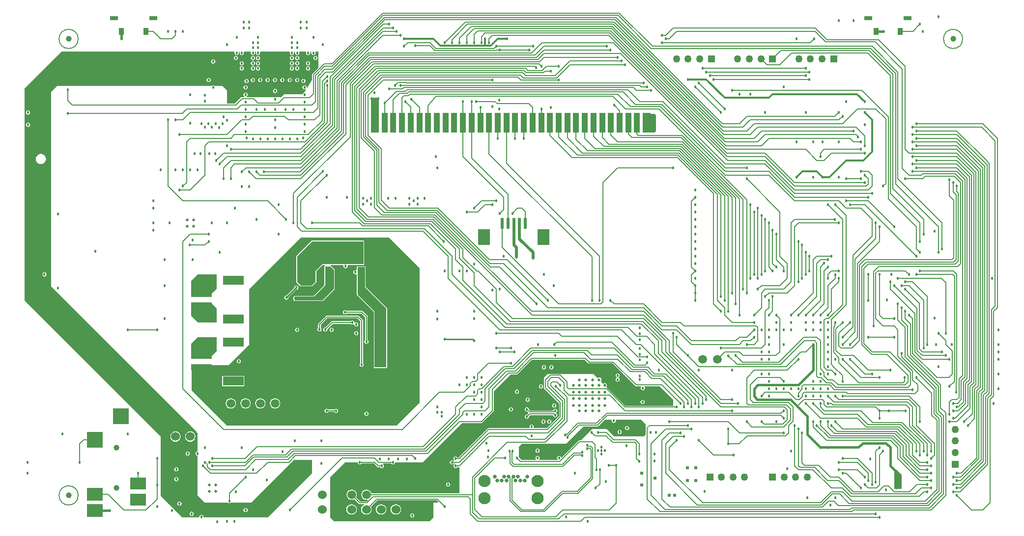
<source format=gbl>
G04*
G04 #@! TF.GenerationSoftware,Altium Limited,Altium Designer,18.1.7 (191)*
G04*
G04 Layer_Physical_Order=4*
G04 Layer_Color=16711680*
%FSLAX24Y24*%
%MOIN*%
G70*
G01*
G75*
%ADD12C,0.0100*%
%ADD14C,0.0060*%
%ADD18C,0.0050*%
%ADD20C,0.0080*%
%ADD23R,0.0236X0.0748*%
%ADD24R,0.0827X0.1102*%
%ADD91C,0.0394*%
%ADD116R,0.0571X0.0315*%
%ADD117R,0.0354X0.0500*%
%ADD219C,0.0039*%
%ADD237C,0.0150*%
%ADD238C,0.0120*%
%ADD240C,0.0200*%
%ADD243C,0.0180*%
%ADD244C,0.0591*%
%ADD245C,0.0500*%
%ADD246R,0.0484X0.0484*%
%ADD247C,0.0600*%
%ADD248C,0.0197*%
%ADD249C,0.0256*%
%ADD250C,0.0827*%
%ADD251R,0.0484X0.0484*%
%ADD252C,0.0240*%
%ADD265R,0.1102X0.0787*%
%ADD266R,0.1102X0.1102*%
%ADD267R,0.1102X0.0866*%
%ADD268R,0.1417X0.0602*%
%ADD269R,0.1417X0.0433*%
%ADD270R,0.0406X0.1362*%
%ADD271R,0.0535X0.1362*%
G36*
X-13050Y31488D02*
X-13050Y31035D01*
X-13458Y30627D01*
X-13475Y30601D01*
X-13482Y30570D01*
X-13482Y30570D01*
X-13482Y30204D01*
X-13814Y29674D01*
X-13861Y29693D01*
X-13857Y29714D01*
X-13868Y29769D01*
X-13899Y29815D01*
X-13945Y29846D01*
X-14000Y29857D01*
X-14055Y29846D01*
X-14101Y29815D01*
X-14132Y29769D01*
X-14143Y29714D01*
X-14132Y29660D01*
X-14101Y29613D01*
X-14055Y29582D01*
X-14000Y29572D01*
X-13945Y29582D01*
X-13921Y29599D01*
X-13884Y29563D01*
X-14016Y29354D01*
X-14055Y29346D01*
X-14101Y29315D01*
X-14132Y29269D01*
X-14136Y29250D01*
X-15400Y29250D01*
X-15600Y29050D01*
X-15965Y29050D01*
X-16001Y29057D01*
X-16037Y29050D01*
X-17905Y29050D01*
X-17921Y29100D01*
X-17899Y29114D01*
X-17868Y29161D01*
X-17857Y29215D01*
X-17868Y29270D01*
X-17899Y29316D01*
X-17945Y29347D01*
X-18000Y29358D01*
X-18055Y29347D01*
X-18101Y29316D01*
X-18132Y29270D01*
X-18143Y29215D01*
X-18132Y29161D01*
X-18101Y29114D01*
X-18079Y29100D01*
X-18095Y29050D01*
X-18300Y29050D01*
X-18750Y28600D01*
X-19250Y28600D01*
X-19250Y29500D01*
X-19550Y29800D01*
X-20089Y29800D01*
X-20099Y29815D01*
X-20145Y29846D01*
X-20200Y29857D01*
X-20255Y29846D01*
X-20301Y29815D01*
X-20311Y29800D01*
X-30800Y29800D01*
X-31200Y29400D01*
X-31200Y16200D01*
X-21251Y6251D01*
X-21251Y4993D01*
X-21305Y4982D01*
X-21351Y4951D01*
X-21382Y4905D01*
X-21393Y4850D01*
X-21382Y4795D01*
X-21351Y4749D01*
X-21305Y4718D01*
X-21251Y4707D01*
X-21251Y2001D01*
X-20750Y1500D01*
X-19179Y1500D01*
X-19155Y1483D01*
X-19100Y1473D01*
X-19045Y1483D01*
X-19021Y1500D01*
X-17611Y1500D01*
X-14712Y4400D01*
X-14402Y4400D01*
X-13500Y4400D01*
X-13500Y3500D01*
X-16500Y500D01*
X-20828Y500D01*
X-20860Y539D01*
X-20857Y550D01*
X-20868Y605D01*
X-20899Y651D01*
X-20945Y682D01*
X-21000Y693D01*
X-21055Y682D01*
X-21101Y651D01*
X-21132Y605D01*
X-21143Y550D01*
X-21140Y539D01*
X-21172Y500D01*
X-22300Y500D01*
X-23750Y1950D01*
X-23750Y6000D01*
X-33000Y15250D01*
X-33000Y29650D01*
X-30500Y32150D01*
X-18755Y32150D01*
X-18735Y32113D01*
X-18733Y32100D01*
X-18743Y32050D01*
X-18732Y31995D01*
X-18701Y31949D01*
X-18655Y31918D01*
X-18600Y31907D01*
X-18545Y31918D01*
X-18499Y31949D01*
X-18468Y31995D01*
X-18457Y32050D01*
X-18467Y32098D01*
X-18439Y32141D01*
X-18411Y32141D01*
X-18383Y32098D01*
X-18393Y32050D01*
X-18382Y31995D01*
X-18351Y31949D01*
X-18305Y31918D01*
X-18250Y31907D01*
X-18195Y31918D01*
X-18149Y31949D01*
X-18118Y31995D01*
X-18107Y32050D01*
X-18117Y32100D01*
X-18115Y32113D01*
X-18095Y32150D01*
X-17655Y32150D01*
X-17635Y32113D01*
X-17633Y32100D01*
X-17643Y32050D01*
X-17632Y31995D01*
X-17601Y31949D01*
X-17555Y31918D01*
X-17500Y31907D01*
X-17445Y31918D01*
X-17399Y31949D01*
X-17368Y31995D01*
X-17357Y32050D01*
X-17367Y32098D01*
X-17339Y32141D01*
X-17311Y32141D01*
X-17283Y32098D01*
X-17293Y32050D01*
X-17282Y31995D01*
X-17251Y31949D01*
X-17205Y31918D01*
X-17150Y31907D01*
X-17095Y31918D01*
X-17049Y31949D01*
X-17018Y31995D01*
X-17007Y32050D01*
X-17017Y32100D01*
X-17015Y32113D01*
X-16995Y32150D01*
X-15005Y32150D01*
X-14985Y32113D01*
X-14983Y32100D01*
X-14993Y32050D01*
X-14982Y31995D01*
X-14951Y31949D01*
X-14905Y31918D01*
X-14850Y31907D01*
X-14795Y31918D01*
X-14749Y31949D01*
X-14718Y31995D01*
X-14707Y32050D01*
X-14717Y32098D01*
X-14689Y32141D01*
X-14661Y32141D01*
X-14633Y32098D01*
X-14643Y32050D01*
X-14632Y31995D01*
X-14601Y31949D01*
X-14555Y31918D01*
X-14500Y31907D01*
X-14445Y31918D01*
X-14399Y31949D01*
X-14368Y31995D01*
X-14357Y32050D01*
X-14367Y32100D01*
X-14365Y32113D01*
X-14345Y32150D01*
X-13905Y32150D01*
X-13885Y32113D01*
X-13883Y32100D01*
X-13893Y32050D01*
X-13882Y31995D01*
X-13851Y31949D01*
X-13805Y31918D01*
X-13750Y31907D01*
X-13695Y31918D01*
X-13649Y31949D01*
X-13618Y31995D01*
X-13607Y32050D01*
X-13617Y32098D01*
X-13589Y32141D01*
X-13561Y32141D01*
X-13533Y32098D01*
X-13543Y32050D01*
X-13532Y31995D01*
X-13501Y31949D01*
X-13455Y31918D01*
X-13400Y31907D01*
X-13345Y31918D01*
X-13299Y31949D01*
X-13268Y31995D01*
X-13257Y32050D01*
X-13267Y32100D01*
X-13265Y32113D01*
X-13245Y32150D01*
X-13050Y32150D01*
X-13050Y31488D01*
X-13050Y31488D02*
G37*
G36*
X-8950Y29000D02*
X-8950Y26700D01*
X-9500Y26700D01*
X-9500Y29000D01*
X-8950Y29000D01*
X-8950Y29000D02*
G37*
G36*
X9850Y27800D02*
X9850Y26750D01*
X9750Y26650D01*
X9450Y26650D01*
X9450Y27900D01*
X9750Y27900D01*
X9850Y27800D01*
X9850Y27800D02*
G37*
G36*
X-19960Y16050D02*
X-20260Y15750D01*
X-21700Y15750D01*
X-21700Y16550D01*
X-21250Y17000D01*
X-19960Y17000D01*
X-19960Y16050D01*
X-19960Y16050D02*
G37*
G36*
X-19950Y14700D02*
X-19950Y13750D01*
X-21240Y13750D01*
X-21690Y14200D01*
X-21690Y15000D01*
X-20250Y15000D01*
X-19950Y14700D01*
X-19950Y14700D02*
G37*
G36*
X-19942Y11800D02*
X-20242Y11500D01*
X-21682Y11500D01*
X-21682Y12300D01*
X-21232Y12750D01*
X-19942Y12750D01*
X-19942Y11800D01*
X-19942Y11800D02*
G37*
G36*
X5251Y10992D02*
X5251Y10992D01*
X5278Y10975D01*
X5309Y10968D01*
X5309Y10968D01*
X6918Y10968D01*
X8444Y9442D01*
X8444Y9442D01*
X8470Y9425D01*
X8501Y9418D01*
X8501Y9418D01*
X8817Y9418D01*
X8841Y9368D01*
X8822Y9341D01*
X8812Y9286D01*
X8822Y9231D01*
X8853Y9185D01*
X8900Y9154D01*
X8954Y9143D01*
X9009Y9154D01*
X9055Y9185D01*
X9086Y9231D01*
X9097Y9286D01*
X9086Y9341D01*
X9068Y9368D01*
X9091Y9418D01*
X10082Y9418D01*
X11000Y8500D01*
X11000Y8082D01*
X7786Y8082D01*
X6560Y9308D01*
X6533Y9325D01*
X6523Y9327D01*
X6483Y9367D01*
X6483Y9368D01*
X6515Y9417D01*
X6527Y9475D01*
X6515Y9533D01*
X6483Y9582D01*
X6434Y9615D01*
X6376Y9627D01*
X6318Y9615D01*
X6269Y9582D01*
X6268Y9582D01*
X6099Y9751D01*
X6099Y9752D01*
X6132Y9801D01*
X6143Y9859D01*
X6132Y9917D01*
X6099Y9966D01*
X6050Y9999D01*
X5992Y10010D01*
X5934Y9999D01*
X5885Y9966D01*
X5884Y9966D01*
X5603Y10247D01*
X3750Y10247D01*
X3376Y10248D01*
X3370Y10251D01*
X3339Y10257D01*
X3339Y10257D01*
X2676Y10257D01*
X2676Y10257D01*
X2645Y10251D01*
X2642Y10250D01*
X2500Y10250D01*
X2250Y10000D01*
X2250Y9247D01*
X3263Y8235D01*
X3263Y7378D01*
X2447Y6563D01*
X1569Y6563D01*
X1543Y6613D01*
X1544Y6615D01*
X1555Y6670D01*
X1544Y6725D01*
X1514Y6771D01*
X1467Y6802D01*
X1413Y6813D01*
X1358Y6802D01*
X1312Y6771D01*
X1281Y6725D01*
X1270Y6670D01*
X1281Y6615D01*
X1283Y6613D01*
X1256Y6563D01*
X-1521Y6563D01*
X-1521Y6563D01*
X-1552Y6556D01*
X-1579Y6539D01*
X-3536Y4582D01*
X-3636Y4582D01*
X-3649Y4601D01*
X-3695Y4632D01*
X-3750Y4643D01*
X-3805Y4632D01*
X-3851Y4601D01*
X-3882Y4555D01*
X-3893Y4500D01*
X-3882Y4445D01*
X-3851Y4399D01*
X-3825Y4382D01*
X-3840Y4332D01*
X-3887Y4332D01*
X-3900Y4351D01*
X-3946Y4382D01*
X-4001Y4393D01*
X-4055Y4382D01*
X-4102Y4351D01*
X-4133Y4305D01*
X-4144Y4250D01*
X-4133Y4195D01*
X-4102Y4149D01*
X-4055Y4118D01*
X-4001Y4107D01*
X-3946Y4118D01*
X-3900Y4149D01*
X-3887Y4168D01*
X-3835Y4168D01*
X-3820Y4118D01*
X-3851Y4098D01*
X-3882Y4051D01*
X-3893Y3997D01*
X-3882Y3942D01*
X-3851Y3896D01*
X-3805Y3865D01*
X-3750Y3854D01*
X-3695Y3865D01*
X-3649Y3896D01*
X-3636Y3915D01*
X-3504Y3915D01*
X-3504Y3915D01*
X-3502Y3914D01*
X-3502Y2132D01*
X-9462Y2132D01*
X-9464Y2140D01*
X-9498Y2224D01*
X-9554Y2296D01*
X-9626Y2352D01*
X-9710Y2386D01*
X-9800Y2398D01*
X-9890Y2386D01*
X-9974Y2352D01*
X-10046Y2296D01*
X-10102Y2224D01*
X-10136Y2140D01*
X-10148Y2050D01*
X-10136Y1960D01*
X-10102Y1876D01*
X-10046Y1804D01*
X-9974Y1748D01*
X-9890Y1714D01*
X-9800Y1702D01*
X-9724Y1712D01*
X-9699Y1667D01*
X-9784Y1582D01*
X-10216Y1582D01*
X-10504Y1869D01*
X-10498Y1876D01*
X-10464Y1960D01*
X-10452Y2050D01*
X-10464Y2140D01*
X-10498Y2224D01*
X-10554Y2296D01*
X-10626Y2352D01*
X-10710Y2386D01*
X-10800Y2398D01*
X-10890Y2386D01*
X-10974Y2352D01*
X-11046Y2296D01*
X-11102Y2224D01*
X-11136Y2140D01*
X-11148Y2050D01*
X-11136Y1960D01*
X-11102Y1876D01*
X-11046Y1804D01*
X-10974Y1748D01*
X-10890Y1714D01*
X-10800Y1702D01*
X-10710Y1714D01*
X-10626Y1748D01*
X-10619Y1754D01*
X-10308Y1442D01*
X-10308Y1442D01*
X-10281Y1425D01*
X-10250Y1418D01*
X-9956Y1418D01*
X-9946Y1368D01*
X-9977Y1356D01*
X-10050Y1300D01*
X-10106Y1227D01*
X-10141Y1141D01*
X-10153Y1050D01*
X-10141Y959D01*
X-10106Y873D01*
X-10050Y800D01*
X-9977Y744D01*
X-9891Y709D01*
X-9800Y697D01*
X-9709Y709D01*
X-9623Y744D01*
X-9550Y800D01*
X-9494Y873D01*
X-9459Y959D01*
X-9447Y1050D01*
X-9459Y1141D01*
X-9494Y1227D01*
X-9500Y1234D01*
X-9066Y1668D01*
X-5034Y1668D01*
X-4912Y1546D01*
X-4931Y1500D01*
X-5250Y1500D01*
X-5250Y500D01*
X-5500Y250D01*
X-12000Y250D01*
X-12250Y500D01*
X-12250Y3250D01*
X-11250Y4250D01*
X-10388Y4250D01*
X-10377Y4195D01*
X-10346Y4149D01*
X-10300Y4118D01*
X-10245Y4107D01*
X-10191Y4118D01*
X-10144Y4149D01*
X-10131Y4168D01*
X-9284Y4168D01*
X-9055Y3939D01*
X-9055Y3939D01*
X-9028Y3921D01*
X-8997Y3915D01*
X-8864Y3915D01*
X-8851Y3896D01*
X-8805Y3865D01*
X-8750Y3854D01*
X-8695Y3865D01*
X-8649Y3896D01*
X-8618Y3942D01*
X-8607Y3997D01*
X-8618Y4051D01*
X-8649Y4098D01*
X-8680Y4118D01*
X-8665Y4168D01*
X-8114Y4168D01*
X-8101Y4149D01*
X-8055Y4118D01*
X-8000Y4107D01*
X-7945Y4118D01*
X-7899Y4149D01*
X-7868Y4195D01*
X-7857Y4250D01*
X-5998Y4250D01*
X-3330Y6918D01*
X-2000Y6918D01*
X-2000Y6918D01*
X-1969Y6925D01*
X-1942Y6942D01*
X-1186Y7699D01*
X-1186Y7699D01*
X-1168Y7725D01*
X-1162Y7756D01*
X-1162Y9086D01*
X-30Y10218D01*
X400Y10218D01*
X400Y10218D01*
X431Y10225D01*
X458Y10242D01*
X1434Y11218D01*
X5025Y11218D01*
X5251Y10992D01*
X5251Y10992D02*
G37*
G36*
X9150Y6847D02*
X9150Y6153D01*
X8997Y6000D01*
X7000Y6000D01*
X6500Y6500D01*
X5500Y6500D01*
X4732Y5732D01*
X4653Y5732D01*
X4653Y5732D01*
X4622Y5725D01*
X4596Y5708D01*
X4596Y5708D01*
X3454Y4567D01*
X3400Y4583D01*
X3396Y4606D01*
X3365Y4652D01*
X3318Y4683D01*
X3264Y4694D01*
X3209Y4683D01*
X3163Y4652D01*
X3132Y4606D01*
X3121Y4551D01*
X3132Y4496D01*
X3163Y4450D01*
X3163Y4450D01*
X3148Y4400D01*
X1938Y4400D01*
X1926Y4418D01*
X1916Y4450D01*
X1941Y4487D01*
X1952Y4542D01*
X1941Y4597D01*
X1910Y4643D01*
X1864Y4674D01*
X1809Y4685D01*
X1755Y4674D01*
X1709Y4643D01*
X1678Y4597D01*
X1667Y4542D01*
X1678Y4487D01*
X1703Y4450D01*
X1693Y4418D01*
X1680Y4400D01*
X749Y4400D01*
X550Y4599D01*
X550Y5313D01*
X737Y5500D01*
X3745Y5500D01*
X4939Y6693D01*
X5875Y6693D01*
X5875Y6693D01*
X5906Y6700D01*
X5933Y6717D01*
X6363Y7148D01*
X6818Y7148D01*
X6850Y7098D01*
X6843Y7064D01*
X6854Y7009D01*
X6885Y6963D01*
X6931Y6932D01*
X6986Y6921D01*
X7040Y6932D01*
X7087Y6963D01*
X7118Y7009D01*
X7129Y7064D01*
X7122Y7098D01*
X7153Y7148D01*
X8849Y7148D01*
X9150Y6847D01*
X9150Y6847D02*
G37*
G36*
X-6202Y17452D02*
X-6202Y8298D01*
X-7750Y6750D01*
X-19252Y6750D01*
X-21650Y9148D01*
X-21650Y10850D01*
X-19150Y10850D01*
X-17750Y12250D01*
X-17750Y16014D01*
X-14264Y19500D01*
X-8250Y19500D01*
X-6202Y17452D01*
X-6202Y17452D02*
G37*
G36*
X26500Y3406D02*
X26500Y2450D01*
X26000Y2450D01*
X26003Y3750D01*
X26149Y3750D01*
X26500Y3406D01*
X26500Y3406D02*
G37*
%LPC*%
G36*
X-13250Y31857D02*
X-13305Y31846D01*
X-13351Y31815D01*
X-13382Y31769D01*
X-13393Y31714D01*
X-13382Y31660D01*
X-13351Y31613D01*
X-13305Y31583D01*
X-13250Y31572D01*
X-13195Y31583D01*
X-13149Y31613D01*
X-13118Y31660D01*
X-13107Y31714D01*
X-13118Y31769D01*
X-13149Y31815D01*
X-13195Y31846D01*
X-13250Y31857D01*
X-13250Y31857D02*
G37*
G36*
X-18650Y31857D02*
X-18705Y31846D01*
X-18751Y31815D01*
X-18782Y31769D01*
X-18793Y31714D01*
X-18782Y31660D01*
X-18751Y31613D01*
X-18705Y31583D01*
X-18650Y31572D01*
X-18595Y31583D01*
X-18549Y31613D01*
X-18518Y31660D01*
X-18507Y31714D01*
X-18518Y31769D01*
X-18549Y31815D01*
X-18595Y31846D01*
X-18650Y31857D01*
X-18650Y31857D02*
G37*
G36*
X-14500Y31843D02*
X-14555Y31832D01*
X-14601Y31801D01*
X-14632Y31755D01*
X-14643Y31700D01*
X-14632Y31645D01*
X-14601Y31599D01*
X-14555Y31568D01*
X-14500Y31557D01*
X-14445Y31568D01*
X-14399Y31599D01*
X-14368Y31645D01*
X-14357Y31700D01*
X-14368Y31755D01*
X-14399Y31801D01*
X-14445Y31832D01*
X-14500Y31843D01*
X-14500Y31843D02*
G37*
G36*
X-14850Y31843D02*
X-14905Y31832D01*
X-14951Y31801D01*
X-14982Y31755D01*
X-14993Y31700D01*
X-14982Y31645D01*
X-14951Y31599D01*
X-14905Y31568D01*
X-14850Y31557D01*
X-14795Y31568D01*
X-14749Y31599D01*
X-14718Y31645D01*
X-14707Y31700D01*
X-14718Y31755D01*
X-14749Y31801D01*
X-14795Y31832D01*
X-14850Y31843D01*
X-14850Y31843D02*
G37*
G36*
X-17150Y31843D02*
X-17205Y31832D01*
X-17251Y31801D01*
X-17282Y31755D01*
X-17293Y31700D01*
X-17282Y31645D01*
X-17251Y31599D01*
X-17205Y31568D01*
X-17150Y31557D01*
X-17095Y31568D01*
X-17049Y31599D01*
X-17018Y31645D01*
X-17007Y31700D01*
X-17018Y31755D01*
X-17049Y31801D01*
X-17095Y31832D01*
X-17150Y31843D01*
X-17150Y31843D02*
G37*
G36*
X-17500Y31843D02*
X-17555Y31832D01*
X-17601Y31801D01*
X-17632Y31755D01*
X-17643Y31700D01*
X-17632Y31645D01*
X-17601Y31599D01*
X-17555Y31568D01*
X-17500Y31557D01*
X-17445Y31568D01*
X-17399Y31599D01*
X-17368Y31645D01*
X-17357Y31700D01*
X-17368Y31755D01*
X-17399Y31801D01*
X-17445Y31832D01*
X-17500Y31843D01*
X-17500Y31843D02*
G37*
G36*
X-20200Y31607D02*
X-20255Y31596D01*
X-20301Y31565D01*
X-20332Y31519D01*
X-20343Y31464D01*
X-20332Y31410D01*
X-20301Y31363D01*
X-20255Y31332D01*
X-20200Y31322D01*
X-20145Y31332D01*
X-20099Y31363D01*
X-20068Y31410D01*
X-20057Y31464D01*
X-20068Y31519D01*
X-20099Y31565D01*
X-20145Y31596D01*
X-20200Y31607D01*
X-20200Y31607D02*
G37*
G36*
X-13750Y31493D02*
X-13805Y31482D01*
X-13851Y31451D01*
X-13882Y31405D01*
X-13893Y31350D01*
X-13882Y31295D01*
X-13851Y31249D01*
X-13805Y31218D01*
X-13750Y31207D01*
X-13695Y31218D01*
X-13649Y31249D01*
X-13618Y31295D01*
X-13607Y31350D01*
X-13618Y31405D01*
X-13649Y31451D01*
X-13695Y31482D01*
X-13750Y31493D01*
X-13750Y31493D02*
G37*
G36*
X-14500Y31493D02*
X-14555Y31482D01*
X-14601Y31451D01*
X-14632Y31405D01*
X-14643Y31350D01*
X-14632Y31295D01*
X-14601Y31249D01*
X-14555Y31218D01*
X-14500Y31207D01*
X-14445Y31218D01*
X-14399Y31249D01*
X-14368Y31295D01*
X-14357Y31350D01*
X-14368Y31405D01*
X-14399Y31451D01*
X-14445Y31482D01*
X-14500Y31493D01*
X-14500Y31493D02*
G37*
G36*
X-14850Y31493D02*
X-14905Y31482D01*
X-14951Y31451D01*
X-14982Y31405D01*
X-14993Y31350D01*
X-14982Y31295D01*
X-14951Y31249D01*
X-14905Y31218D01*
X-14850Y31207D01*
X-14795Y31218D01*
X-14749Y31249D01*
X-14718Y31295D01*
X-14707Y31350D01*
X-14718Y31405D01*
X-14749Y31451D01*
X-14795Y31482D01*
X-14850Y31493D01*
X-14850Y31493D02*
G37*
G36*
X-17150Y31493D02*
X-17205Y31482D01*
X-17251Y31451D01*
X-17282Y31405D01*
X-17293Y31350D01*
X-17282Y31295D01*
X-17251Y31249D01*
X-17205Y31218D01*
X-17150Y31207D01*
X-17095Y31218D01*
X-17049Y31249D01*
X-17018Y31295D01*
X-17007Y31350D01*
X-17018Y31405D01*
X-17049Y31451D01*
X-17095Y31482D01*
X-17150Y31493D01*
X-17150Y31493D02*
G37*
G36*
X-17500Y31493D02*
X-17555Y31482D01*
X-17601Y31451D01*
X-17632Y31405D01*
X-17643Y31350D01*
X-17632Y31295D01*
X-17601Y31249D01*
X-17555Y31218D01*
X-17500Y31207D01*
X-17445Y31218D01*
X-17399Y31249D01*
X-17368Y31295D01*
X-17357Y31350D01*
X-17368Y31405D01*
X-17399Y31451D01*
X-17445Y31482D01*
X-17500Y31493D01*
X-17500Y31493D02*
G37*
G36*
X-18250Y31493D02*
X-18305Y31482D01*
X-18351Y31451D01*
X-18382Y31405D01*
X-18393Y31350D01*
X-18382Y31295D01*
X-18351Y31249D01*
X-18305Y31218D01*
X-18250Y31207D01*
X-18195Y31218D01*
X-18149Y31249D01*
X-18118Y31295D01*
X-18107Y31350D01*
X-18118Y31405D01*
X-18149Y31451D01*
X-18195Y31482D01*
X-18250Y31493D01*
X-18250Y31493D02*
G37*
G36*
X-13750Y31143D02*
X-13805Y31132D01*
X-13851Y31101D01*
X-13882Y31055D01*
X-13893Y31000D01*
X-13882Y30945D01*
X-13851Y30899D01*
X-13805Y30868D01*
X-13750Y30857D01*
X-13695Y30868D01*
X-13649Y30899D01*
X-13618Y30945D01*
X-13607Y31000D01*
X-13618Y31055D01*
X-13649Y31101D01*
X-13695Y31132D01*
X-13750Y31143D01*
X-13750Y31143D02*
G37*
G36*
X-14500Y31143D02*
X-14555Y31132D01*
X-14601Y31101D01*
X-14632Y31055D01*
X-14643Y31000D01*
X-14632Y30945D01*
X-14601Y30899D01*
X-14555Y30868D01*
X-14500Y30857D01*
X-14445Y30868D01*
X-14399Y30899D01*
X-14368Y30945D01*
X-14357Y31000D01*
X-14368Y31055D01*
X-14399Y31101D01*
X-14445Y31132D01*
X-14500Y31143D01*
X-14500Y31143D02*
G37*
G36*
X-14850Y31143D02*
X-14905Y31132D01*
X-14951Y31101D01*
X-14982Y31055D01*
X-14993Y31000D01*
X-14982Y30945D01*
X-14951Y30899D01*
X-14905Y30868D01*
X-14850Y30857D01*
X-14795Y30868D01*
X-14749Y30899D01*
X-14718Y30945D01*
X-14707Y31000D01*
X-14718Y31055D01*
X-14749Y31101D01*
X-14795Y31132D01*
X-14850Y31143D01*
X-14850Y31143D02*
G37*
G36*
X-17150Y31143D02*
X-17205Y31132D01*
X-17251Y31101D01*
X-17282Y31055D01*
X-17293Y31000D01*
X-17282Y30945D01*
X-17251Y30899D01*
X-17205Y30868D01*
X-17150Y30857D01*
X-17095Y30868D01*
X-17049Y30899D01*
X-17018Y30945D01*
X-17007Y31000D01*
X-17018Y31055D01*
X-17049Y31101D01*
X-17095Y31132D01*
X-17150Y31143D01*
X-17150Y31143D02*
G37*
G36*
X-17500Y31143D02*
X-17555Y31132D01*
X-17601Y31101D01*
X-17632Y31055D01*
X-17643Y31000D01*
X-17632Y30945D01*
X-17601Y30899D01*
X-17555Y30868D01*
X-17500Y30857D01*
X-17445Y30868D01*
X-17399Y30899D01*
X-17368Y30945D01*
X-17357Y31000D01*
X-17368Y31055D01*
X-17399Y31101D01*
X-17445Y31132D01*
X-17500Y31143D01*
X-17500Y31143D02*
G37*
G36*
X-18250Y31143D02*
X-18305Y31132D01*
X-18351Y31101D01*
X-18382Y31055D01*
X-18393Y31000D01*
X-18382Y30945D01*
X-18351Y30899D01*
X-18305Y30868D01*
X-18250Y30857D01*
X-18195Y30868D01*
X-18149Y30899D01*
X-18118Y30945D01*
X-18107Y31000D01*
X-18118Y31055D01*
X-18149Y31101D01*
X-18195Y31132D01*
X-18250Y31143D01*
X-18250Y31143D02*
G37*
G36*
X-20500Y30357D02*
X-20555Y30346D01*
X-20601Y30315D01*
X-20632Y30269D01*
X-20643Y30214D01*
X-20632Y30160D01*
X-20601Y30113D01*
X-20555Y30082D01*
X-20500Y30072D01*
X-20445Y30082D01*
X-20399Y30113D01*
X-20368Y30160D01*
X-20357Y30214D01*
X-20368Y30269D01*
X-20399Y30315D01*
X-20445Y30346D01*
X-20500Y30357D01*
X-20500Y30357D02*
G37*
G36*
X-14503Y30355D02*
X-14558Y30344D01*
X-14604Y30313D01*
X-14635Y30267D01*
X-14646Y30212D01*
X-14635Y30157D01*
X-14604Y30111D01*
X-14558Y30080D01*
X-14503Y30069D01*
X-14449Y30080D01*
X-14402Y30111D01*
X-14371Y30157D01*
X-14361Y30212D01*
X-14371Y30267D01*
X-14402Y30313D01*
X-14449Y30344D01*
X-14503Y30355D01*
X-14503Y30355D02*
G37*
G36*
X-15003Y30355D02*
X-15058Y30344D01*
X-15104Y30313D01*
X-15135Y30267D01*
X-15146Y30212D01*
X-15135Y30157D01*
X-15104Y30111D01*
X-15058Y30080D01*
X-15003Y30069D01*
X-14949Y30080D01*
X-14902Y30111D01*
X-14871Y30157D01*
X-14861Y30212D01*
X-14871Y30267D01*
X-14902Y30313D01*
X-14949Y30344D01*
X-15003Y30355D01*
X-15003Y30355D02*
G37*
G36*
X-15503Y30355D02*
X-15558Y30344D01*
X-15604Y30313D01*
X-15635Y30267D01*
X-15646Y30212D01*
X-15635Y30157D01*
X-15604Y30111D01*
X-15558Y30080D01*
X-15503Y30069D01*
X-15449Y30080D01*
X-15402Y30111D01*
X-15371Y30157D01*
X-15361Y30212D01*
X-15371Y30267D01*
X-15402Y30313D01*
X-15449Y30344D01*
X-15503Y30355D01*
X-15503Y30355D02*
G37*
G36*
X-16003Y30355D02*
X-16058Y30344D01*
X-16104Y30313D01*
X-16135Y30267D01*
X-16146Y30212D01*
X-16135Y30157D01*
X-16104Y30111D01*
X-16058Y30080D01*
X-16003Y30069D01*
X-15949Y30080D01*
X-15902Y30111D01*
X-15871Y30157D01*
X-15861Y30212D01*
X-15871Y30267D01*
X-15902Y30313D01*
X-15949Y30344D01*
X-16003Y30355D01*
X-16003Y30355D02*
G37*
G36*
X-16503Y30355D02*
X-16558Y30344D01*
X-16604Y30313D01*
X-16635Y30267D01*
X-16646Y30212D01*
X-16635Y30157D01*
X-16604Y30111D01*
X-16558Y30080D01*
X-16503Y30069D01*
X-16449Y30080D01*
X-16402Y30111D01*
X-16371Y30157D01*
X-16361Y30212D01*
X-16371Y30267D01*
X-16402Y30313D01*
X-16449Y30344D01*
X-16503Y30355D01*
X-16503Y30355D02*
G37*
G36*
X-17003Y30355D02*
X-17058Y30344D01*
X-17104Y30313D01*
X-17135Y30267D01*
X-17146Y30212D01*
X-17135Y30157D01*
X-17104Y30111D01*
X-17058Y30080D01*
X-17003Y30069D01*
X-16949Y30080D01*
X-16902Y30111D01*
X-16871Y30157D01*
X-16861Y30212D01*
X-16871Y30267D01*
X-16902Y30313D01*
X-16949Y30344D01*
X-17003Y30355D01*
X-17003Y30355D02*
G37*
G36*
X-17503Y30355D02*
X-17558Y30344D01*
X-17604Y30313D01*
X-17635Y30267D01*
X-17646Y30212D01*
X-17635Y30157D01*
X-17604Y30111D01*
X-17558Y30080D01*
X-17503Y30069D01*
X-17449Y30080D01*
X-17402Y30111D01*
X-17371Y30157D01*
X-17361Y30212D01*
X-17371Y30267D01*
X-17402Y30313D01*
X-17449Y30344D01*
X-17503Y30355D01*
X-17503Y30355D02*
G37*
G36*
X-14071Y30286D02*
X-14125Y30275D01*
X-14172Y30244D01*
X-14203Y30198D01*
X-14214Y30143D01*
X-14203Y30089D01*
X-14172Y30043D01*
X-14125Y30012D01*
X-14071Y30001D01*
X-14016Y30012D01*
X-13970Y30043D01*
X-13939Y30089D01*
X-13928Y30143D01*
X-13939Y30198D01*
X-13970Y30244D01*
X-14016Y30275D01*
X-14071Y30286D01*
X-14071Y30286D02*
G37*
G36*
X-17929Y30284D02*
X-17984Y30273D01*
X-18030Y30242D01*
X-18061Y30196D01*
X-18072Y30141D01*
X-18061Y30087D01*
X-18030Y30040D01*
X-17984Y30009D01*
X-17929Y29998D01*
X-17875Y30009D01*
X-17828Y30040D01*
X-17797Y30087D01*
X-17786Y30141D01*
X-17797Y30196D01*
X-17828Y30242D01*
X-17875Y30273D01*
X-17929Y30284D01*
X-17929Y30284D02*
G37*
G36*
X-18000Y29858D02*
X-18055Y29847D01*
X-18101Y29816D01*
X-18132Y29770D01*
X-18143Y29715D01*
X-18132Y29661D01*
X-18101Y29614D01*
X-18055Y29583D01*
X-18000Y29573D01*
X-17945Y29583D01*
X-17899Y29614D01*
X-17868Y29661D01*
X-17857Y29715D01*
X-17868Y29770D01*
X-17899Y29816D01*
X-17945Y29847D01*
X-18000Y29858D01*
X-18000Y29858D02*
G37*
G36*
X-16000Y29607D02*
X-16055Y29596D01*
X-16101Y29565D01*
X-16132Y29519D01*
X-16143Y29464D01*
X-16132Y29410D01*
X-16101Y29363D01*
X-16055Y29332D01*
X-16000Y29322D01*
X-15945Y29332D01*
X-15899Y29363D01*
X-15868Y29410D01*
X-15857Y29464D01*
X-15868Y29519D01*
X-15899Y29565D01*
X-15945Y29596D01*
X-16000Y29607D01*
X-16000Y29607D02*
G37*
G36*
X-32750Y28143D02*
X-32805Y28132D01*
X-32851Y28101D01*
X-32882Y28055D01*
X-32893Y28000D01*
X-32882Y27945D01*
X-32851Y27899D01*
X-32805Y27868D01*
X-32750Y27857D01*
X-32695Y27868D01*
X-32649Y27899D01*
X-32618Y27945D01*
X-32607Y28000D01*
X-32618Y28055D01*
X-32649Y28101D01*
X-32695Y28132D01*
X-32750Y28143D01*
X-32750Y28143D02*
G37*
G36*
X-32740Y27308D02*
X-32795Y27297D01*
X-32841Y27266D01*
X-32872Y27220D01*
X-32883Y27165D01*
X-32872Y27111D01*
X-32841Y27065D01*
X-32795Y27034D01*
X-32740Y27023D01*
X-32686Y27034D01*
X-32639Y27065D01*
X-32608Y27111D01*
X-32597Y27165D01*
X-32608Y27220D01*
X-32639Y27266D01*
X-32686Y27297D01*
X-32740Y27308D01*
X-32740Y27308D02*
G37*
G36*
X-31883Y25195D02*
X-31974Y25183D01*
X-32058Y25148D01*
X-32130Y25093D01*
X-32185Y25021D01*
X-32220Y24937D01*
X-32232Y24846D01*
X-32220Y24756D01*
X-32185Y24672D01*
X-32130Y24600D01*
X-32058Y24545D01*
X-31974Y24510D01*
X-31883Y24498D01*
X-31793Y24510D01*
X-31709Y24545D01*
X-31637Y24600D01*
X-31582Y24672D01*
X-31547Y24756D01*
X-31535Y24846D01*
X-31547Y24937D01*
X-31582Y25021D01*
X-31637Y25093D01*
X-31709Y25148D01*
X-31793Y25183D01*
X-31883Y25195D01*
X-31883Y25195D02*
G37*
G36*
X-31638Y17138D02*
X-31692Y17127D01*
X-31739Y17096D01*
X-31770Y17050D01*
X-31781Y16995D01*
X-31770Y16940D01*
X-31739Y16894D01*
X-31692Y16863D01*
X-31638Y16852D01*
X-31583Y16863D01*
X-31537Y16894D01*
X-31506Y16940D01*
X-31495Y16995D01*
X-31506Y17050D01*
X-31537Y17096D01*
X-31583Y17127D01*
X-31638Y17138D01*
X-31638Y17138D02*
G37*
G36*
X-21750Y6353D02*
X-21841Y6341D01*
X-21927Y6306D01*
X-22000Y6250D01*
X-22056Y6177D01*
X-22091Y6091D01*
X-22103Y6000D01*
X-22091Y5909D01*
X-22056Y5823D01*
X-22000Y5750D01*
X-21927Y5694D01*
X-21841Y5659D01*
X-21750Y5647D01*
X-21659Y5659D01*
X-21573Y5694D01*
X-21500Y5750D01*
X-21444Y5823D01*
X-21409Y5909D01*
X-21397Y6000D01*
X-21409Y6091D01*
X-21444Y6177D01*
X-21500Y6250D01*
X-21573Y6306D01*
X-21659Y6341D01*
X-21750Y6353D01*
X-21750Y6353D02*
G37*
G36*
X-22750Y6353D02*
X-22841Y6341D01*
X-22927Y6306D01*
X-23000Y6250D01*
X-23056Y6177D01*
X-23091Y6091D01*
X-23103Y6000D01*
X-23091Y5909D01*
X-23056Y5823D01*
X-23000Y5750D01*
X-22927Y5694D01*
X-22841Y5659D01*
X-22750Y5647D01*
X-22659Y5659D01*
X-22573Y5694D01*
X-22500Y5750D01*
X-22444Y5823D01*
X-22409Y5909D01*
X-22397Y6000D01*
X-22409Y6091D01*
X-22444Y6177D01*
X-22500Y6250D01*
X-22573Y6306D01*
X-22659Y6341D01*
X-22750Y6353D01*
X-22750Y6353D02*
G37*
G36*
X-21919Y4993D02*
X-21974Y4982D01*
X-22020Y4951D01*
X-22051Y4905D01*
X-22062Y4850D01*
X-22051Y4795D01*
X-22020Y4749D01*
X-21974Y4718D01*
X-21919Y4707D01*
X-21865Y4718D01*
X-21818Y4749D01*
X-21787Y4795D01*
X-21777Y4850D01*
X-21787Y4905D01*
X-21818Y4951D01*
X-21865Y4982D01*
X-21919Y4993D01*
X-21919Y4993D02*
G37*
G36*
X-22700Y3912D02*
X-22755Y3901D01*
X-22801Y3870D01*
X-22832Y3824D01*
X-22843Y3769D01*
X-22832Y3715D01*
X-22801Y3668D01*
X-22755Y3637D01*
X-22700Y3627D01*
X-22645Y3637D01*
X-22599Y3668D01*
X-22568Y3715D01*
X-22557Y3769D01*
X-22568Y3824D01*
X-22599Y3870D01*
X-22645Y3901D01*
X-22700Y3912D01*
X-22700Y3912D02*
G37*
G36*
X-22700Y3243D02*
X-22755Y3232D01*
X-22801Y3201D01*
X-22832Y3155D01*
X-22843Y3100D01*
X-22832Y3045D01*
X-22801Y2999D01*
X-22755Y2968D01*
X-22700Y2957D01*
X-22645Y2968D01*
X-22599Y2999D01*
X-22568Y3045D01*
X-22557Y3100D01*
X-22568Y3155D01*
X-22599Y3201D01*
X-22645Y3232D01*
X-22700Y3243D01*
X-22700Y3243D02*
G37*
G36*
X-22473Y1583D02*
X-22528Y1573D01*
X-22574Y1542D01*
X-22605Y1495D01*
X-22616Y1441D01*
X-22605Y1386D01*
X-22574Y1340D01*
X-22528Y1309D01*
X-22473Y1298D01*
X-22419Y1309D01*
X-22372Y1340D01*
X-22341Y1386D01*
X-22331Y1441D01*
X-22341Y1495D01*
X-22372Y1542D01*
X-22419Y1573D01*
X-22473Y1583D01*
X-22473Y1583D02*
G37*
G36*
X-18000Y1149D02*
X-18055Y1138D01*
X-18101Y1107D01*
X-18132Y1061D01*
X-18143Y1006D01*
X-18132Y952D01*
X-18101Y905D01*
X-18055Y874D01*
X-18000Y864D01*
X-17945Y874D01*
X-17899Y905D01*
X-17868Y952D01*
X-17857Y1006D01*
X-17868Y1061D01*
X-17899Y1107D01*
X-17945Y1138D01*
X-18000Y1149D01*
X-18000Y1149D02*
G37*
G36*
X-21650Y899D02*
X-21705Y888D01*
X-21751Y857D01*
X-21782Y811D01*
X-21793Y756D01*
X-21782Y702D01*
X-21751Y655D01*
X-21705Y624D01*
X-21650Y614D01*
X-21595Y624D01*
X-21549Y655D01*
X-21518Y702D01*
X-21507Y756D01*
X-21518Y811D01*
X-21549Y857D01*
X-21595Y888D01*
X-21650Y899D01*
X-21650Y899D02*
G37*
G36*
X2754Y10843D02*
X2699Y10832D01*
X2653Y10801D01*
X2622Y10755D01*
X2611Y10700D01*
X2622Y10645D01*
X2653Y10599D01*
X2699Y10568D01*
X2754Y10557D01*
X2808Y10568D01*
X2854Y10599D01*
X2885Y10645D01*
X2896Y10700D01*
X2885Y10755D01*
X2854Y10801D01*
X2808Y10832D01*
X2754Y10843D01*
X2754Y10843D02*
G37*
G36*
X2250Y10843D02*
X2195Y10832D01*
X2149Y10801D01*
X2118Y10755D01*
X2107Y10700D01*
X2118Y10645D01*
X2149Y10599D01*
X2195Y10568D01*
X2250Y10557D01*
X2305Y10568D01*
X2351Y10599D01*
X2382Y10645D01*
X2393Y10700D01*
X2382Y10755D01*
X2351Y10801D01*
X2305Y10832D01*
X2250Y10843D01*
X2250Y10843D02*
G37*
G36*
X7250Y10293D02*
X7195Y10282D01*
X7149Y10251D01*
X7118Y10205D01*
X7107Y10150D01*
X7118Y10095D01*
X7149Y10049D01*
X7172Y10033D01*
X7172Y9976D01*
X7149Y9960D01*
X7118Y9914D01*
X7107Y9859D01*
X7118Y9804D01*
X7149Y9758D01*
X7195Y9727D01*
X7250Y9716D01*
X7305Y9727D01*
X7351Y9758D01*
X7382Y9804D01*
X7393Y9859D01*
X7382Y9914D01*
X7351Y9960D01*
X7328Y9976D01*
X7328Y10033D01*
X7351Y10049D01*
X7382Y10095D01*
X7393Y10150D01*
X7382Y10205D01*
X7351Y10251D01*
X7305Y10282D01*
X7250Y10293D01*
X7250Y10293D02*
G37*
G36*
X2041Y9543D02*
X1987Y9532D01*
X1940Y9501D01*
X1909Y9455D01*
X1899Y9400D01*
X1909Y9345D01*
X1940Y9299D01*
X1987Y9268D01*
X2041Y9257D01*
X2096Y9268D01*
X2142Y9299D01*
X2173Y9345D01*
X2184Y9400D01*
X2173Y9455D01*
X2142Y9501D01*
X2096Y9532D01*
X2041Y9543D01*
X2041Y9543D02*
G37*
G36*
X413Y9194D02*
X358Y9183D01*
X312Y9152D01*
X281Y9106D01*
X270Y9051D01*
X281Y8996D01*
X312Y8950D01*
X358Y8919D01*
X413Y8908D01*
X467Y8919D01*
X514Y8950D01*
X544Y8996D01*
X555Y9051D01*
X544Y9106D01*
X514Y9152D01*
X467Y9183D01*
X413Y9194D01*
X413Y9194D02*
G37*
G36*
X1150Y8643D02*
X1095Y8632D01*
X1049Y8601D01*
X1018Y8555D01*
X1007Y8500D01*
X1018Y8445D01*
X1049Y8399D01*
X1095Y8368D01*
X1150Y8357D01*
X1205Y8368D01*
X1251Y8399D01*
X1282Y8445D01*
X1293Y8500D01*
X1282Y8555D01*
X1251Y8601D01*
X1205Y8632D01*
X1150Y8643D01*
X1150Y8643D02*
G37*
G36*
X8937Y8493D02*
X8883Y8482D01*
X8836Y8451D01*
X8806Y8405D01*
X8795Y8350D01*
X8806Y8295D01*
X8836Y8249D01*
X8883Y8218D01*
X8937Y8207D01*
X8992Y8218D01*
X9038Y8249D01*
X9069Y8295D01*
X9080Y8350D01*
X9069Y8405D01*
X9038Y8451D01*
X8992Y8482D01*
X8937Y8493D01*
X8937Y8493D02*
G37*
G36*
X2950Y8250D02*
X2895Y8239D01*
X2849Y8208D01*
X2818Y8162D01*
X2807Y8107D01*
X2818Y8052D01*
X2849Y8006D01*
X2895Y7975D01*
X2950Y7964D01*
X3005Y7975D01*
X3051Y8006D01*
X3082Y8052D01*
X3093Y8107D01*
X3082Y8162D01*
X3051Y8208D01*
X3005Y8239D01*
X2950Y8250D01*
X2950Y8250D02*
G37*
G36*
X0Y7992D02*
X-55Y7981D01*
X-101Y7951D01*
X-132Y7904D01*
X-143Y7850D01*
X-132Y7795D01*
X-101Y7749D01*
X-55Y7718D01*
X0Y7707D01*
X55Y7718D01*
X101Y7749D01*
X132Y7795D01*
X143Y7850D01*
X132Y7904D01*
X101Y7951D01*
X55Y7981D01*
X0Y7992D01*
X0Y7992D02*
G37*
G36*
X1094Y7995D02*
X1039Y7984D01*
X993Y7953D01*
X962Y7907D01*
X951Y7852D01*
X962Y7797D01*
X993Y7751D01*
X1039Y7720D01*
X1094Y7709D01*
X1117Y7714D01*
X1195Y7635D01*
X1195Y7567D01*
X1117Y7488D01*
X1094Y7493D01*
X1039Y7482D01*
X993Y7451D01*
X962Y7405D01*
X951Y7350D01*
X962Y7295D01*
X993Y7249D01*
X1039Y7218D01*
X1094Y7207D01*
X1148Y7218D01*
X1195Y7249D01*
X1226Y7295D01*
X1236Y7350D01*
X1232Y7373D01*
X1318Y7459D01*
X2850Y7459D01*
X2857Y7450D01*
X2868Y7395D01*
X2899Y7349D01*
X2945Y7318D01*
X3000Y7307D01*
X3055Y7318D01*
X3101Y7349D01*
X3132Y7395D01*
X3143Y7450D01*
X3132Y7505D01*
X3101Y7551D01*
X3070Y7572D01*
X3069Y7576D01*
X3069Y7623D01*
X3070Y7627D01*
X3101Y7648D01*
X3132Y7694D01*
X3143Y7749D01*
X3132Y7803D01*
X3101Y7850D01*
X3055Y7881D01*
X3000Y7891D01*
X2945Y7881D01*
X2899Y7850D01*
X2868Y7803D01*
X2857Y7749D01*
X2852Y7743D01*
X1318Y7743D01*
X1232Y7829D01*
X1236Y7852D01*
X1226Y7907D01*
X1195Y7953D01*
X1148Y7984D01*
X1094Y7995D01*
X1094Y7995D02*
G37*
G36*
X2600Y7163D02*
X2545Y7152D01*
X2499Y7121D01*
X2468Y7075D01*
X2457Y7020D01*
X2468Y6965D01*
X2499Y6919D01*
X2545Y6888D01*
X2600Y6877D01*
X2655Y6888D01*
X2701Y6919D01*
X2732Y6965D01*
X2743Y7020D01*
X2732Y7075D01*
X2701Y7121D01*
X2655Y7152D01*
X2600Y7163D01*
X2600Y7163D02*
G37*
G36*
X2206Y7163D02*
X2152Y7152D01*
X2105Y7121D01*
X2074Y7075D01*
X2064Y7020D01*
X2074Y6965D01*
X2105Y6919D01*
X2152Y6888D01*
X2206Y6877D01*
X2261Y6888D01*
X2307Y6919D01*
X2338Y6965D01*
X2349Y7020D01*
X2338Y7075D01*
X2307Y7121D01*
X2261Y7152D01*
X2206Y7163D01*
X2206Y7163D02*
G37*
G36*
X-4250Y2893D02*
X-4305Y2882D01*
X-4351Y2851D01*
X-4382Y2805D01*
X-4393Y2750D01*
X-4382Y2695D01*
X-4351Y2649D01*
X-4305Y2618D01*
X-4250Y2607D01*
X-4195Y2618D01*
X-4149Y2649D01*
X-4118Y2695D01*
X-4107Y2750D01*
X-4118Y2805D01*
X-4149Y2851D01*
X-4195Y2882D01*
X-4250Y2893D01*
X-4250Y2893D02*
G37*
G36*
X-7800Y1403D02*
X-7891Y1391D01*
X-7977Y1356D01*
X-8050Y1300D01*
X-8106Y1227D01*
X-8141Y1141D01*
X-8153Y1050D01*
X-8141Y959D01*
X-8106Y873D01*
X-8050Y800D01*
X-7977Y744D01*
X-7891Y709D01*
X-7800Y697D01*
X-7709Y709D01*
X-7623Y744D01*
X-7550Y800D01*
X-7494Y873D01*
X-7459Y959D01*
X-7447Y1050D01*
X-7459Y1141D01*
X-7494Y1227D01*
X-7550Y1300D01*
X-7623Y1356D01*
X-7709Y1391D01*
X-7800Y1403D01*
X-7800Y1403D02*
G37*
G36*
X-8800Y1403D02*
X-8891Y1391D01*
X-8977Y1356D01*
X-9050Y1300D01*
X-9106Y1227D01*
X-9141Y1141D01*
X-9153Y1050D01*
X-9141Y959D01*
X-9106Y873D01*
X-9050Y800D01*
X-8977Y744D01*
X-8891Y709D01*
X-8800Y697D01*
X-8709Y709D01*
X-8623Y744D01*
X-8550Y800D01*
X-8494Y873D01*
X-8459Y959D01*
X-8447Y1050D01*
X-8459Y1141D01*
X-8494Y1227D01*
X-8550Y1300D01*
X-8623Y1356D01*
X-8709Y1391D01*
X-8800Y1403D01*
X-8800Y1403D02*
G37*
G36*
X-10800Y1403D02*
X-10891Y1391D01*
X-10977Y1356D01*
X-11050Y1300D01*
X-11106Y1227D01*
X-11141Y1141D01*
X-11153Y1050D01*
X-11141Y959D01*
X-11106Y873D01*
X-11050Y800D01*
X-10977Y744D01*
X-10891Y709D01*
X-10800Y697D01*
X-10709Y709D01*
X-10623Y744D01*
X-10550Y800D01*
X-10494Y873D01*
X-10459Y959D01*
X-10447Y1050D01*
X-10459Y1141D01*
X-10494Y1227D01*
X-10550Y1300D01*
X-10623Y1356D01*
X-10709Y1391D01*
X-10800Y1403D01*
X-10800Y1403D02*
G37*
G36*
X-6683Y793D02*
X-6738Y782D01*
X-6784Y751D01*
X-6815Y705D01*
X-6826Y650D01*
X-6815Y595D01*
X-6784Y549D01*
X-6738Y518D01*
X-6683Y507D01*
X-6628Y518D01*
X-6582Y549D01*
X-6551Y595D01*
X-6540Y650D01*
X-6551Y705D01*
X-6582Y751D01*
X-6628Y782D01*
X-6683Y793D01*
X-6683Y793D02*
G37*
G36*
X7891Y6714D02*
X7837Y6704D01*
X7790Y6673D01*
X7759Y6626D01*
X7749Y6572D01*
X7759Y6517D01*
X7790Y6471D01*
X7837Y6440D01*
X7891Y6429D01*
X7946Y6440D01*
X7992Y6471D01*
X8023Y6517D01*
X8034Y6572D01*
X8023Y6626D01*
X7992Y6673D01*
X7946Y6704D01*
X7891Y6714D01*
X7891Y6714D02*
G37*
G36*
X7380Y6458D02*
X7325Y6448D01*
X7279Y6417D01*
X7248Y6370D01*
X7237Y6316D01*
X7248Y6261D01*
X7279Y6215D01*
X7325Y6184D01*
X7380Y6173D01*
X7434Y6184D01*
X7480Y6215D01*
X7511Y6261D01*
X7522Y6316D01*
X7511Y6370D01*
X7480Y6417D01*
X7434Y6448D01*
X7380Y6458D01*
X7380Y6458D02*
G37*
G36*
X1809Y5185D02*
X1755Y5174D01*
X1709Y5143D01*
X1678Y5097D01*
X1667Y5042D01*
X1678Y4988D01*
X1709Y4941D01*
X1755Y4910D01*
X1809Y4899D01*
X1864Y4910D01*
X1910Y4941D01*
X1941Y4988D01*
X1952Y5042D01*
X1941Y5097D01*
X1910Y5143D01*
X1864Y5174D01*
X1809Y5185D01*
X1809Y5185D02*
G37*
G36*
X-12999Y19305D02*
X-12999Y19305D01*
X-12999Y19305D01*
X-13500Y19304D01*
X-13500Y19304D01*
X-13500Y19304D01*
X-13500Y19304D01*
X-13519Y19296D01*
X-13538Y19288D01*
X-13538Y19288D01*
X-13538Y19288D01*
X-13538Y19288D01*
X-14538Y18288D01*
X-14538Y18288D01*
X-14538Y18288D01*
X-14546Y18269D01*
X-14554Y18250D01*
X-14554Y18250D01*
X-14554Y18250D01*
X-14551Y16497D01*
X-14551Y16497D01*
X-14551Y16497D01*
X-14551Y16497D01*
X-14543Y16478D01*
X-14535Y16458D01*
X-14535Y16458D01*
X-14535Y16458D01*
X-14535Y16458D01*
X-14288Y16212D01*
X-14250Y16196D01*
X-14250Y16196D01*
X-13500Y16196D01*
X-13462Y16212D01*
X-13462Y16212D01*
X-13212Y16462D01*
X-13196Y16500D01*
X-13196Y16500D01*
X-13196Y17228D01*
X-12778Y17646D01*
X-12630Y17646D01*
X-12620Y17596D01*
X-12638Y17588D01*
X-12654Y17550D01*
X-12654Y16272D01*
X-13372Y15554D01*
X-14650Y15554D01*
X-14650Y15554D01*
X-14688Y15538D01*
X-14688Y15538D01*
X-14738Y15488D01*
X-14738Y15488D01*
X-14754Y15450D01*
X-14754Y15450D01*
X-14754Y15300D01*
X-14754Y15300D01*
X-14738Y15262D01*
X-14738Y15262D01*
X-14688Y15212D01*
X-14650Y15196D01*
X-14650Y15196D01*
X-12800Y15196D01*
X-12800Y15196D01*
X-12762Y15212D01*
X-11960Y16014D01*
X-11944Y16052D01*
X-11944Y16052D01*
X-11944Y17298D01*
X-11960Y17336D01*
X-11960Y17336D01*
X-12212Y17588D01*
X-12230Y17596D01*
X-12220Y17646D01*
X-11377Y17646D01*
X-11345Y17596D01*
X-11351Y17563D01*
X-11340Y17509D01*
X-11309Y17462D01*
X-11263Y17432D01*
X-11208Y17421D01*
X-11154Y17432D01*
X-11107Y17462D01*
X-11076Y17509D01*
X-11066Y17563D01*
X-11072Y17596D01*
X-11039Y17646D01*
X-9997Y17646D01*
X-9959Y17662D01*
X-9943Y17700D01*
X-9943Y19250D01*
X-9951Y19269D01*
X-9959Y19289D01*
X-9959Y19289D01*
X-9959Y19289D01*
X-9979Y19297D01*
X-9997Y19304D01*
X-12999Y19305D01*
X-12999Y19305D02*
G37*
G36*
X-9900Y17554D02*
X-10400Y17554D01*
X-10438Y17538D01*
X-10454Y17500D01*
X-10454Y17323D01*
X-10504Y17295D01*
X-10547Y17303D01*
X-10601Y17293D01*
X-10648Y17262D01*
X-10679Y17215D01*
X-10690Y17161D01*
X-10679Y17106D01*
X-10648Y17060D01*
X-10601Y17029D01*
X-10547Y17018D01*
X-10504Y17026D01*
X-10454Y16999D01*
X-10454Y15650D01*
X-10438Y15612D01*
X-10438Y15612D01*
X-9304Y14478D01*
X-9304Y10700D01*
X-9288Y10662D01*
X-9250Y10646D01*
X-8450Y10646D01*
X-8412Y10662D01*
X-8396Y10700D01*
X-8396Y14700D01*
X-8396Y14700D01*
X-8412Y14738D01*
X-8412Y14738D01*
X-9846Y16172D01*
X-9846Y17500D01*
X-9862Y17538D01*
X-9900Y17554D01*
X-9900Y17554D02*
G37*
G36*
X-14556Y16257D02*
X-14611Y16246D01*
X-14657Y16215D01*
X-14688Y16169D01*
X-14699Y16116D01*
X-15237Y15578D01*
X-15290Y15567D01*
X-15336Y15536D01*
X-15367Y15490D01*
X-15378Y15435D01*
X-15367Y15381D01*
X-15336Y15334D01*
X-15290Y15303D01*
X-15235Y15292D01*
X-15181Y15303D01*
X-15134Y15334D01*
X-15103Y15381D01*
X-15093Y15433D01*
X-14554Y15972D01*
X-14502Y15982D01*
X-14455Y16013D01*
X-14424Y16060D01*
X-14414Y16114D01*
X-14424Y16169D01*
X-14455Y16215D01*
X-14502Y16246D01*
X-14556Y16257D01*
X-14556Y16257D02*
G37*
G36*
X-10750Y13893D02*
X-10805Y13882D01*
X-10851Y13851D01*
X-10857Y13842D01*
X-12117Y13842D01*
X-12152Y13835D01*
X-12182Y13815D01*
X-12577Y13420D01*
X-12588Y13422D01*
X-12642Y13411D01*
X-12689Y13380D01*
X-12720Y13334D01*
X-12731Y13280D01*
X-12720Y13225D01*
X-12689Y13179D01*
X-12642Y13148D01*
X-12588Y13137D01*
X-12533Y13148D01*
X-12487Y13179D01*
X-12456Y13225D01*
X-12445Y13280D01*
X-12447Y13290D01*
X-12079Y13658D01*
X-10857Y13658D01*
X-10851Y13649D01*
X-10805Y13618D01*
X-10750Y13607D01*
X-10695Y13618D01*
X-10671Y13634D01*
X-10649Y13625D01*
X-10623Y13607D01*
X-10613Y13560D01*
X-10582Y13513D01*
X-10536Y13482D01*
X-10481Y13471D01*
X-10427Y13482D01*
X-10381Y13513D01*
X-10350Y13560D01*
X-10339Y13614D01*
X-10350Y13669D01*
X-10381Y13715D01*
X-10427Y13746D01*
X-10481Y13757D01*
X-10536Y13746D01*
X-10560Y13730D01*
X-10583Y13740D01*
X-10609Y13758D01*
X-10618Y13805D01*
X-10649Y13851D01*
X-10695Y13882D01*
X-10750Y13893D01*
X-10750Y13893D02*
G37*
G36*
X-12150Y13393D02*
X-12205Y13382D01*
X-12251Y13351D01*
X-12282Y13305D01*
X-12293Y13250D01*
X-12282Y13195D01*
X-12251Y13149D01*
X-12205Y13118D01*
X-12150Y13107D01*
X-12095Y13118D01*
X-12049Y13149D01*
X-12018Y13195D01*
X-12007Y13250D01*
X-12018Y13305D01*
X-12049Y13351D01*
X-12095Y13382D01*
X-12150Y13393D01*
X-12150Y13393D02*
G37*
G36*
X-14503Y13393D02*
X-14558Y13382D01*
X-14604Y13351D01*
X-14635Y13305D01*
X-14646Y13250D01*
X-14635Y13195D01*
X-14604Y13149D01*
X-14558Y13118D01*
X-14503Y13107D01*
X-14449Y13118D01*
X-14402Y13149D01*
X-14371Y13195D01*
X-14361Y13250D01*
X-14371Y13305D01*
X-14402Y13351D01*
X-14449Y13382D01*
X-14503Y13393D01*
X-14503Y13393D02*
G37*
G36*
X-10481Y13166D02*
X-10536Y13155D01*
X-10582Y13125D01*
X-10613Y13078D01*
X-10624Y13024D01*
X-10613Y12969D01*
X-10582Y12923D01*
X-10536Y12892D01*
X-10481Y12881D01*
X-10427Y12892D01*
X-10381Y12923D01*
X-10350Y12969D01*
X-10339Y13024D01*
X-10350Y13078D01*
X-10381Y13125D01*
X-10427Y13155D01*
X-10481Y13166D01*
X-10481Y13166D02*
G37*
G36*
X-11250Y14588D02*
X-11305Y14578D01*
X-11351Y14547D01*
X-11382Y14500D01*
X-11393Y14446D01*
X-11382Y14391D01*
X-11351Y14345D01*
X-11305Y14314D01*
X-11250Y14303D01*
X-11195Y14314D01*
X-11149Y14345D01*
X-11143Y14354D01*
X-10150Y14354D01*
X-9890Y14094D01*
X-9890Y12550D01*
X-9899Y12543D01*
X-9930Y12497D01*
X-9941Y12443D01*
X-9930Y12388D01*
X-9899Y12342D01*
X-9853Y12311D01*
X-9798Y12300D01*
X-9743Y12311D01*
X-9697Y12342D01*
X-9666Y12388D01*
X-9655Y12443D01*
X-9666Y12497D01*
X-9697Y12543D01*
X-9706Y12550D01*
X-9706Y14132D01*
X-9713Y14167D01*
X-9733Y14196D01*
X-10047Y14511D01*
X-10077Y14530D01*
X-10112Y14537D01*
X-11143Y14537D01*
X-11149Y14547D01*
X-11195Y14578D01*
X-11250Y14588D01*
X-11250Y14588D02*
G37*
G36*
X-18450Y11257D02*
X-18504Y11246D01*
X-18551Y11215D01*
X-18581Y11169D01*
X-18592Y11114D01*
X-18581Y11060D01*
X-18551Y11013D01*
X-18504Y10982D01*
X-18450Y10971D01*
X-18395Y10982D01*
X-18349Y11013D01*
X-18318Y11060D01*
X-18307Y11114D01*
X-18318Y11169D01*
X-18349Y11215D01*
X-18395Y11246D01*
X-18450Y11257D01*
X-18450Y11257D02*
G37*
G36*
X-10374Y14216D02*
X-12476Y14216D01*
X-12511Y14209D01*
X-12541Y14189D01*
X-13046Y13683D01*
X-13066Y13654D01*
X-13073Y13619D01*
X-13073Y13387D01*
X-13082Y13380D01*
X-13113Y13334D01*
X-13124Y13280D01*
X-13113Y13225D01*
X-13082Y13179D01*
X-13036Y13148D01*
X-12981Y13137D01*
X-12927Y13148D01*
X-12881Y13179D01*
X-12850Y13225D01*
X-12839Y13280D01*
X-12850Y13334D01*
X-12881Y13380D01*
X-12890Y13387D01*
X-12890Y13580D01*
X-12438Y14032D01*
X-10412Y14032D01*
X-10213Y13833D01*
X-10213Y10989D01*
X-10222Y10983D01*
X-10253Y10937D01*
X-10264Y10882D01*
X-10253Y10827D01*
X-10222Y10781D01*
X-10176Y10750D01*
X-10121Y10739D01*
X-10067Y10750D01*
X-10020Y10781D01*
X-9989Y10827D01*
X-9979Y10882D01*
X-9989Y10937D01*
X-10020Y10983D01*
X-10029Y10989D01*
X-10029Y13871D01*
X-10036Y13906D01*
X-10056Y13936D01*
X-10309Y14189D01*
X-10339Y14209D01*
X-10374Y14216D01*
X-10374Y14216D02*
G37*
G36*
X-18076Y10126D02*
X-19593Y10126D01*
X-19593Y9424D01*
X-18076Y9424D01*
X-18076Y10126D01*
X-18076Y10126D02*
G37*
G36*
X-16000Y8598D02*
X-16090Y8586D01*
X-16174Y8552D01*
X-16246Y8496D01*
X-16302Y8424D01*
X-16336Y8340D01*
X-16348Y8250D01*
X-16336Y8160D01*
X-16302Y8076D01*
X-16246Y8004D01*
X-16174Y7948D01*
X-16090Y7914D01*
X-16000Y7902D01*
X-15910Y7914D01*
X-15826Y7948D01*
X-15754Y8004D01*
X-15698Y8076D01*
X-15664Y8160D01*
X-15652Y8250D01*
X-15664Y8340D01*
X-15698Y8424D01*
X-15754Y8496D01*
X-15826Y8552D01*
X-15910Y8586D01*
X-16000Y8598D01*
X-16000Y8598D02*
G37*
G36*
X-17000Y8598D02*
X-17090Y8586D01*
X-17174Y8552D01*
X-17246Y8496D01*
X-17302Y8424D01*
X-17336Y8340D01*
X-17348Y8250D01*
X-17336Y8160D01*
X-17302Y8076D01*
X-17246Y8004D01*
X-17174Y7948D01*
X-17090Y7914D01*
X-17000Y7902D01*
X-16910Y7914D01*
X-16826Y7948D01*
X-16754Y8004D01*
X-16698Y8076D01*
X-16664Y8160D01*
X-16652Y8250D01*
X-16664Y8340D01*
X-16698Y8424D01*
X-16754Y8496D01*
X-16826Y8552D01*
X-16910Y8586D01*
X-17000Y8598D01*
X-17000Y8598D02*
G37*
G36*
X-18000Y8598D02*
X-18090Y8586D01*
X-18174Y8552D01*
X-18246Y8496D01*
X-18302Y8424D01*
X-18336Y8340D01*
X-18348Y8250D01*
X-18336Y8160D01*
X-18302Y8076D01*
X-18246Y8004D01*
X-18174Y7948D01*
X-18090Y7914D01*
X-18000Y7902D01*
X-17910Y7914D01*
X-17826Y7948D01*
X-17754Y8004D01*
X-17698Y8076D01*
X-17664Y8160D01*
X-17652Y8250D01*
X-17664Y8340D01*
X-17698Y8424D01*
X-17754Y8496D01*
X-17826Y8552D01*
X-17910Y8586D01*
X-18000Y8598D01*
X-18000Y8598D02*
G37*
G36*
X-19000Y8598D02*
X-19090Y8586D01*
X-19174Y8552D01*
X-19246Y8496D01*
X-19302Y8424D01*
X-19336Y8340D01*
X-19348Y8250D01*
X-19336Y8160D01*
X-19302Y8076D01*
X-19246Y8004D01*
X-19174Y7948D01*
X-19090Y7914D01*
X-19000Y7902D01*
X-18910Y7914D01*
X-18826Y7948D01*
X-18754Y8004D01*
X-18698Y8076D01*
X-18664Y8160D01*
X-18652Y8250D01*
X-18664Y8340D01*
X-18698Y8424D01*
X-18754Y8496D01*
X-18826Y8552D01*
X-18910Y8586D01*
X-19000Y8598D01*
X-19000Y8598D02*
G37*
G36*
X-11850Y7893D02*
X-11905Y7882D01*
X-11951Y7851D01*
X-11965Y7830D01*
X-12386Y7830D01*
X-12399Y7850D01*
X-12445Y7881D01*
X-12500Y7891D01*
X-12555Y7881D01*
X-12601Y7850D01*
X-12632Y7803D01*
X-12643Y7749D01*
X-12632Y7694D01*
X-12601Y7648D01*
X-12555Y7617D01*
X-12500Y7606D01*
X-12445Y7617D01*
X-12399Y7648D01*
X-12386Y7667D01*
X-11963Y7667D01*
X-11951Y7649D01*
X-11905Y7618D01*
X-11850Y7607D01*
X-11795Y7618D01*
X-11749Y7649D01*
X-11718Y7695D01*
X-11707Y7750D01*
X-11718Y7805D01*
X-11749Y7851D01*
X-11795Y7882D01*
X-11850Y7893D01*
X-11850Y7893D02*
G37*
G36*
X-9800Y7697D02*
X-9855Y7686D01*
X-9901Y7655D01*
X-9932Y7609D01*
X-9943Y7554D01*
X-9932Y7500D01*
X-9901Y7453D01*
X-9855Y7422D01*
X-9800Y7412D01*
X-9745Y7422D01*
X-9699Y7453D01*
X-9668Y7500D01*
X-9657Y7554D01*
X-9668Y7609D01*
X-9699Y7655D01*
X-9745Y7686D01*
X-9800Y7697D01*
X-9800Y7697D02*
G37*
%LPD*%
G36*
X-9997Y19250D02*
X-9997Y17700D01*
X-11177Y17700D01*
X-11208Y17706D01*
X-11239Y17700D01*
X-12800Y17700D01*
X-13250Y17250D01*
X-13250Y16500D01*
X-13500Y16250D01*
X-14250Y16250D01*
X-14497Y16497D01*
X-14500Y18250D01*
X-13500Y19250D01*
X-12999Y19251D01*
X-9997Y19250D01*
X-9997Y19250D02*
G37*
G36*
X-11998Y17298D02*
X-11998Y16052D01*
X-12800Y15250D01*
X-14650Y15250D01*
X-14700Y15300D01*
X-14700Y15450D01*
X-14650Y15500D01*
X-13350Y15500D01*
X-12600Y16250D01*
X-12600Y17550D01*
X-12250Y17550D01*
X-11998Y17298D01*
X-11998Y17298D02*
G37*
G36*
X-9900Y16150D02*
X-8450Y14700D01*
X-8450Y10700D01*
X-9250Y10700D01*
X-9250Y14500D01*
X-10400Y15650D01*
X-10400Y17500D01*
X-9900Y17500D01*
X-9900Y16150D01*
X-9900Y16150D02*
G37*
D12*
X-15235Y15435D02*
X-14556Y16114D01*
X-2626Y12625D02*
X-2501Y12500D01*
X-4500Y12625D02*
X-2626Y12625D01*
D14*
X-29350Y2000D02*
G03*
X-29350Y2000I-650J0D01*
G01*
X30650Y33000D02*
G03*
X30650Y33000I-650J0D01*
G01*
X-29350Y33000D02*
G03*
X-29350Y33000I-650J0D01*
G01*
X-25293Y2815D02*
X-25293Y3496D01*
X-29250Y4250D02*
X-29250Y5518D01*
X-29000Y5768D01*
X-24000Y2700D02*
X-24000Y4500D01*
X-2350Y28750D02*
X-1084Y28750D01*
X833Y30350D02*
X3100Y30350D01*
X633Y30550D02*
X833Y30350D01*
X-8826Y30550D02*
X633Y30550D01*
X6930Y32753D02*
X14683Y25000D01*
X2103Y32753D02*
X6930Y32753D01*
X1400Y32050D02*
X2103Y32753D01*
X1650Y31900D02*
X2250Y32500D01*
X6500Y32500D01*
X1750Y31750D02*
X2249Y32249D01*
X6750Y32249D01*
X7450Y32000D02*
X14700Y24750D01*
X2250Y32000D02*
X7450Y32000D01*
X1850Y31600D02*
X2250Y32000D01*
X2250Y31750D02*
X7250Y31750D01*
X1950Y31450D02*
X2250Y31750D01*
X1916Y31300D02*
X2066Y31150D01*
X-9427Y31450D02*
X1950Y31450D01*
X-9327Y31300D02*
X1916Y31300D01*
X-10602Y29775D02*
X-9227Y31150D01*
X1600Y31150D01*
X1700Y31050D01*
X29201Y16750D02*
X29500Y16450D01*
X26250Y16750D02*
X29201Y16750D01*
X29500Y13002D02*
X29500Y16450D01*
X28250Y12250D02*
X28250Y15500D01*
X27250Y16500D02*
X28250Y15500D01*
X26750Y16500D02*
X27250Y16500D01*
X27000Y16250D02*
X28000Y15250D01*
X28000Y11997D02*
X28000Y15250D01*
X13500Y30500D02*
X19997Y30500D01*
X28997Y18500D02*
X28997Y20253D01*
X29250Y18750D02*
X29250Y20497D01*
X-11883Y7749D02*
X-11867Y7733D01*
X25600Y22150D02*
X27497Y20253D01*
X27497Y18753D02*
X27497Y20253D01*
X27497Y18753D02*
X27750Y18500D01*
X25750Y22497D02*
X27750Y20497D01*
X27750Y19250D02*
X27750Y20497D01*
X25900Y22853D02*
X28007Y20745D01*
X28007Y19750D02*
X28007Y20745D01*
X26100Y23150D02*
X28997Y20253D01*
X26250Y23497D02*
X29250Y20497D01*
X25600Y22150D02*
X25600Y27699D01*
X25750Y22497D02*
X25750Y30500D01*
X25900Y22853D02*
X25900Y30600D01*
X26100Y23150D02*
X26100Y30649D01*
X26250Y23497D02*
X26250Y30749D01*
X13250Y30750D02*
X20250Y30750D01*
X13000Y31000D02*
X20000Y31000D01*
X29750Y22350D02*
X29750Y23450D01*
X30200Y18003D02*
X30200Y22400D01*
X30000Y22600D02*
X30200Y22400D01*
X30000Y22600D02*
X30000Y23250D01*
X30250Y22650D02*
X30250Y23002D01*
X30250Y22650D02*
X30350Y22550D01*
X30050Y18153D02*
X30050Y22050D01*
X29900Y18003D02*
X30050Y18153D01*
X24010Y18003D02*
X29900Y18003D01*
X30047Y17850D02*
X30200Y18003D01*
X24100Y17850D02*
X30047Y17850D01*
X30350Y17900D02*
X30350Y22550D01*
X30151Y17701D02*
X30350Y17900D01*
X24251Y17701D02*
X30151Y17701D01*
X30500Y17750D02*
X30500Y23250D01*
X30300Y17550D02*
X30500Y17750D01*
X24952Y17550D02*
X30300Y17550D01*
X29750Y22350D02*
X30050Y22050D01*
X30080Y23670D02*
X30500Y23250D01*
X30650Y10150D02*
X30650Y23350D01*
X30150Y23850D02*
X30650Y23350D01*
X30800Y10050D02*
X30800Y23450D01*
X30550Y9800D02*
X30800Y10050D01*
X30250Y24000D02*
X30800Y23450D01*
X30400Y9900D02*
X30650Y10150D01*
X30400Y8650D02*
X30400Y9900D01*
X27499Y4995D02*
X27499Y5501D01*
X30550Y8502D02*
X30550Y9800D01*
X30000Y7754D02*
X30354Y7754D01*
X28004Y4996D02*
X28004Y5497D01*
X30247Y24500D02*
X31100Y23647D01*
X31100Y9850D02*
X31100Y23647D01*
X30950Y9950D02*
X30950Y23550D01*
X30250Y24250D02*
X30950Y23550D01*
X30700Y9700D02*
X30950Y9950D01*
X30700Y8340D02*
X30700Y9700D01*
X30850Y9600D02*
X31100Y9850D01*
X30850Y8250D02*
X30850Y9600D01*
X31250Y9754D02*
X31250Y23750D01*
X31000Y9504D02*
X31250Y9754D01*
X31000Y8101D02*
X31000Y9504D01*
X31400Y9649D02*
X31400Y23853D01*
X31150Y9399D02*
X31400Y9649D01*
X31150Y7900D02*
X31150Y9399D01*
X30253Y25000D02*
X31400Y23853D01*
X31550Y9550D02*
X31550Y23953D01*
X31300Y9300D02*
X31550Y9550D01*
X31300Y7548D02*
X31300Y9300D01*
X31700Y9447D02*
X31700Y24053D01*
X31450Y9197D02*
X31700Y9447D01*
X31450Y7200D02*
X31450Y9197D01*
X31850Y9350D02*
X31850Y24147D01*
X30247Y25750D02*
X31850Y24147D01*
X31600Y9100D02*
X31850Y9350D01*
X31600Y4550D02*
X31600Y9100D01*
X32000Y9250D02*
X32000Y24253D01*
X31750Y9000D02*
X32000Y9250D01*
X31750Y4500D02*
X31750Y9000D01*
X32150Y9150D02*
X32150Y24350D01*
X31900Y8900D02*
X32150Y9150D01*
X31900Y4400D02*
X31900Y8900D01*
X32300Y9050D02*
X32300Y24450D01*
X32050Y8800D02*
X32300Y9050D01*
X32050Y4300D02*
X32050Y8800D01*
X32850Y14850D02*
X32850Y26086D01*
X32600Y14600D02*
X32850Y14850D01*
X31934Y27002D02*
X32850Y26086D01*
X32200Y24800D02*
X32450Y24550D01*
X32450Y8954D02*
X32450Y24550D01*
X32200Y8704D02*
X32450Y8954D01*
X32200Y4200D02*
X32200Y8704D01*
X32600Y8850D02*
X32600Y14600D01*
X32350Y8600D02*
X32600Y8850D01*
X32350Y4098D02*
X32350Y8600D01*
X32750Y8750D02*
X32750Y14500D01*
X32500Y8500D02*
X32750Y8750D01*
X32500Y1500D02*
X32500Y8500D01*
X32750Y14500D02*
X33000Y14750D01*
X28120Y23670D02*
X30080Y23670D01*
X27946Y23496D02*
X28120Y23670D01*
X26750Y23496D02*
X27946Y23496D01*
X30250Y26500D02*
X32300Y24450D01*
X27250Y26500D02*
X30250Y26500D01*
X30250Y26750D02*
X32200Y24800D01*
X27500Y26750D02*
X30250Y26750D01*
X27250Y27002D02*
X31934Y27002D01*
X33000Y14750D02*
X33000Y26250D01*
X32000Y27250D02*
X33000Y26250D01*
X27500Y27250D02*
X32000Y27250D01*
X14750Y5500D02*
X14750Y6500D01*
X16035Y6053D02*
X18653Y6053D01*
X15482Y5500D02*
X16035Y6053D01*
X14750Y5500D02*
X15482Y5500D01*
X14738Y5500D02*
X14750Y5500D01*
X-19481Y6481D02*
X-7369Y6481D01*
X-22250Y9250D02*
X-19481Y6481D01*
X-22250Y9250D02*
X-22250Y19256D01*
X-3189Y8996D02*
X-2750Y9435D01*
X-4854Y8996D02*
X-3189Y8996D01*
X-7369Y6481D02*
X-4854Y8996D01*
X26502Y11401D02*
X26502Y11650D01*
X27494Y10000D02*
X28550Y8944D01*
X21994Y13494D02*
X21994Y13753D01*
X10750Y5250D02*
X11250Y5750D01*
X-12500Y7749D02*
X-11883Y7749D01*
X-11867Y7733D02*
X-11850Y7750D01*
X-13850Y20100D02*
X-5849Y20100D01*
X-14250Y20500D02*
X-13850Y20100D01*
X-5849Y20100D02*
X-4001Y18252D01*
X-14250Y20500D02*
X-14250Y22000D01*
X-14503Y20250D02*
X-14201Y19948D01*
X-5948Y19948D01*
X-4250Y18250D01*
X-4250Y16748D02*
X-4250Y18250D01*
X-4250Y16748D02*
X-752Y13250D01*
X-4001Y17001D02*
X-4001Y18252D01*
X-4001Y17001D02*
X-400Y13400D01*
X-5600Y20300D02*
X-4550Y19250D01*
X-6050Y20300D02*
X-5600Y20300D01*
X-10050Y20300D02*
X-6050Y20300D01*
X-10250Y20500D02*
X-10050Y20300D01*
X-13500Y20500D02*
X-10250Y20500D01*
X-10752Y21249D02*
X-9953Y20450D01*
X-5451Y20450D01*
X-10602Y21355D02*
X-9847Y20600D01*
X-5350Y20600D01*
X-10452Y21452D02*
X-9751Y20751D01*
X-5277Y20751D01*
X-5451Y20450D02*
X-3750Y18749D01*
X-5350Y20600D02*
X-3501Y18751D01*
X-5277Y20751D02*
X-3249Y18723D01*
X-10752Y21249D02*
X-10752Y29875D01*
X-10602Y21355D02*
X-10602Y29775D01*
X-10452Y21452D02*
X-10452Y29675D01*
X-9650Y20900D02*
X-5214Y20900D01*
X-10302Y21552D02*
X-9650Y20900D01*
X-10302Y21552D02*
X-10302Y29575D01*
X-5214Y20900D02*
X1439Y14248D01*
X-3250Y16600D02*
X-300Y13650D01*
X-3250Y16600D02*
X-3250Y17500D01*
X-3750Y18000D02*
X-3250Y17500D01*
X-3750Y18000D02*
X-3750Y18749D01*
X-5151Y21050D02*
X1399Y14500D01*
X-8750Y21050D02*
X-5151Y21050D01*
X-9250Y21550D02*
X-8750Y21050D01*
X-9250Y21550D02*
X-9250Y25361D01*
X-5083Y21200D02*
X-1383Y17500D01*
X-8584Y21200D02*
X-5083Y21200D01*
X-9100Y21716D02*
X-8584Y21200D01*
X-9100Y21716D02*
X-9100Y25430D01*
X-8400Y21350D02*
X-5027Y21350D01*
X-8950Y21900D02*
X-8400Y21350D01*
X-8950Y21900D02*
X-8950Y25485D01*
X-5027Y21350D02*
X-1427Y17750D01*
X-4963Y21501D02*
X-1462Y18000D01*
X-8250Y21501D02*
X-4963Y21501D01*
X-8800Y22051D02*
X-8250Y21501D01*
X-8800Y22051D02*
X-8800Y25550D01*
X-3501Y18114D02*
X-3501Y18751D01*
X-2500Y16252D02*
X-2500Y17113D01*
X-3501Y18114D02*
X-2500Y17113D01*
X-3249Y18147D02*
X-3249Y18723D01*
X-3249Y18147D02*
X-2334Y17232D01*
X-300Y13650D02*
X8850Y13650D01*
X-48Y13800D02*
X4550Y13800D01*
X-2500Y16252D02*
X-48Y13800D01*
X-2224Y17232D02*
X-1000Y16009D01*
X-2334Y17232D02*
X-2224Y17232D01*
X-1000Y15098D02*
X-1000Y16009D01*
X-1000Y15098D02*
X98Y14000D01*
X9000Y14000D01*
X1439Y14248D02*
X9002Y14248D01*
X1399Y14500D02*
X9000Y14500D01*
X-750Y17500D02*
X1750Y15000D01*
X-1383Y17500D02*
X-750Y17500D01*
X-1427Y17750D02*
X-499Y17750D01*
X2501Y14750D01*
X9000Y14750D01*
X-250Y18000D02*
X2500Y15250D01*
X-1462Y18000D02*
X-250Y18000D01*
X-7250Y29150D02*
X-6950Y29150D01*
X-7383Y29017D02*
X-7250Y29150D01*
X-7383Y27300D02*
X-7383Y29017D01*
X-7550Y29300D02*
X-7033Y29300D01*
X-7986Y28864D02*
X-7550Y29300D01*
X-7986Y27400D02*
X-7986Y28864D01*
X-1001Y32500D02*
X1500Y32500D01*
X1475Y27300D02*
X1475Y28342D01*
X1218Y28600D02*
X1475Y28342D01*
X-934Y28600D02*
X1218Y28600D01*
X-1084Y28750D02*
X-934Y28600D01*
X3000Y30500D02*
X4000Y31500D01*
X-9493Y31600D02*
X1850Y31600D01*
X-9555Y31750D02*
X1750Y31750D01*
X-9613Y31900D02*
X1650Y31900D01*
X-9662Y32050D02*
X1400Y32050D01*
X4000Y31500D02*
X7500Y31500D01*
X6916Y29100D02*
X7266Y28750D01*
X1150Y29100D02*
X6916Y29100D01*
X7250Y29250D02*
X8100Y28400D01*
X-6850Y29250D02*
X7250Y29250D01*
X7600Y29400D02*
X8450Y28550D01*
X-6933Y29400D02*
X7600Y29400D01*
X-8564Y27300D02*
X-8564Y28656D01*
X7950Y29550D02*
X8750Y28750D01*
X-7069Y29550D02*
X7950Y29550D01*
X8300Y29700D02*
X8500Y29500D01*
X1716Y29700D02*
X8300Y29700D01*
X8850Y29750D02*
X9250Y29750D01*
X8750Y29850D02*
X8850Y29750D01*
X-7500Y29850D02*
X8750Y29850D01*
X-5039Y29100D02*
X1150Y29100D01*
X-5139Y29000D02*
X-5039Y29100D01*
X-6950Y29150D02*
X-6850Y29250D01*
X-7033Y29300D02*
X-6933Y29400D01*
X-7169Y29450D02*
X-7069Y29550D01*
X-7769Y29450D02*
X-7169Y29450D01*
X-7242Y29700D02*
X1716Y29700D01*
X-7342Y29600D02*
X-7242Y29700D01*
X-8250Y29600D02*
X-7342Y29600D01*
X-7100Y30000D02*
X9000Y30000D01*
X-7150Y30050D02*
X-7100Y30000D01*
X-7650Y30050D02*
X-7150Y30050D01*
X-7850Y29850D02*
X-7650Y30050D01*
X9000Y30000D02*
X9000Y30000D01*
X-12130Y31322D02*
X-8702Y34750D01*
X-12648Y31322D02*
X-12130Y31322D01*
X-13400Y30570D02*
X-12648Y31322D01*
X-12118Y31132D02*
X-8650Y34600D01*
X-12638Y31132D02*
X-12118Y31132D01*
X-13250Y30520D02*
X-12638Y31132D01*
X-12105Y30945D02*
X-8600Y34450D01*
X-12605Y30945D02*
X-12105Y30945D01*
X-13100Y30450D02*
X-12605Y30945D01*
X-12100Y30750D02*
X-8550Y34300D01*
X-12550Y30750D02*
X-12100Y30750D01*
X-12950Y30350D02*
X-12550Y30750D01*
X-12252Y27248D02*
X-12252Y30398D01*
X-12102Y27148D02*
X-12102Y30298D01*
X-11950Y27050D02*
X-11950Y30250D01*
X-11802Y26948D02*
X-11802Y30148D01*
X-11652Y30060D02*
X-9662Y32050D01*
X-11652Y26848D02*
X-11652Y30060D01*
X-11502Y30011D02*
X-9613Y31900D01*
X-11502Y26750D02*
X-11502Y30011D01*
X-11350Y29955D02*
X-9555Y31750D01*
X-11350Y26650D02*
X-11350Y29955D01*
X-11202Y29891D02*
X-9493Y31600D01*
X-11202Y26548D02*
X-11202Y29891D01*
X-20750Y23750D02*
X-20750Y25753D01*
X-21750Y22750D02*
X-20750Y23750D01*
X-22500Y22750D02*
X-21750Y22750D01*
X-22003Y25997D02*
X-21750Y26250D01*
X-22003Y23244D02*
X-22003Y25997D01*
X-22250Y22997D02*
X-22003Y23244D01*
X-20750Y25753D02*
X-20503Y26000D01*
X22000Y21750D02*
X22750Y21000D01*
X21497Y21750D02*
X22500Y20747D01*
X21497Y21750D02*
X21497Y21750D01*
X-3001Y21250D02*
X-2246Y21250D01*
X6750Y15250D02*
X7001Y14999D01*
X7247Y24247D02*
X11000Y24247D01*
X6250Y23250D02*
X7247Y24247D01*
X6250Y15150D02*
X6250Y23250D01*
X6104Y15004D02*
X6250Y15150D01*
X7001Y14999D02*
X9001Y14999D01*
X-296Y24546D02*
X6000Y18250D01*
X6000Y15254D02*
X6000Y18250D01*
X-1477Y25177D02*
X5500Y18200D01*
X5500Y15254D02*
X5500Y18200D01*
X3247Y15004D02*
X6104Y15004D01*
X-591Y18841D02*
X3247Y15004D01*
X-591Y18841D02*
X-591Y20463D01*
X24600Y17198D02*
X24952Y17550D01*
X24600Y13497D02*
X24600Y17198D01*
X-296Y24546D02*
X-296Y27300D01*
X-748Y21150D02*
X-501Y21397D01*
X100Y21150D02*
X451Y21501D01*
X749Y21501D01*
X984Y21266D01*
X984Y20463D02*
X984Y21266D01*
X-501Y21397D02*
X-501Y22254D01*
X-3249Y25002D02*
X-501Y22254D01*
X-3249Y25002D02*
X-3249Y27300D01*
X-2246Y21250D02*
X-1750Y21746D01*
X-2659Y24912D02*
X-2659Y27300D01*
X-2659Y24912D02*
X-197Y22450D01*
X-197Y20463D02*
X-197Y22450D01*
X-9700Y26450D02*
X-8800Y25550D01*
X-9852Y26387D02*
X-8950Y25485D01*
X-9997Y26327D02*
X-9100Y25430D01*
X-10152Y26263D02*
X-9250Y25361D01*
X-3001Y21250D02*
X-3000Y21251D01*
X-1750Y21746D02*
X-1251Y21746D01*
X-2002Y22000D02*
X-1002Y22000D01*
X-2501Y21501D02*
X-2002Y22000D01*
X-1477Y25177D02*
X-1477Y27300D01*
X-9997Y26327D02*
X-9997Y29379D01*
X-9852Y26387D02*
X-9852Y29275D01*
X-10152Y26263D02*
X-10152Y29474D01*
X5498Y5650D02*
X5700Y5448D01*
X5700Y4567D02*
X5700Y5448D01*
X5700Y4567D02*
X5802Y4465D01*
X-19003Y25500D02*
X-14250Y25500D01*
X24247Y12747D02*
X25999Y12747D01*
X24517Y11747D02*
X25701Y11747D01*
X23950Y12314D02*
X24517Y11747D01*
X23950Y12314D02*
X23950Y17400D01*
X25701Y11747D02*
X27100Y10348D01*
X24463Y11591D02*
X25500Y11591D01*
X23800Y12254D02*
X24463Y11591D01*
X23800Y12254D02*
X23800Y17550D01*
X25252Y13494D02*
X26002Y13494D01*
X24750Y13997D02*
X25252Y13494D01*
X24750Y13997D02*
X24750Y17098D01*
X26002Y13494D02*
X26250Y13247D01*
X26250Y11431D02*
X26250Y13247D01*
X26250Y11431D02*
X27250Y10431D01*
X2300Y5800D02*
X3648Y7148D01*
X1200Y5800D02*
X2300Y5800D01*
X1000Y6000D02*
X1200Y5800D01*
X3308Y4305D02*
X4653Y5650D01*
X647Y4305D02*
X3308Y4305D01*
X409Y4542D02*
X647Y4305D01*
X4653Y5650D02*
X5498Y5650D01*
X5825Y6895D02*
X6432Y7502D01*
X4559Y6895D02*
X5825Y6895D01*
X4524Y6860D02*
X4559Y6895D01*
X4524Y6860D02*
X4524Y6860D01*
X3771Y6107D02*
X4524Y6860D01*
X3693Y6107D02*
X3771Y6107D01*
X18310Y7560D02*
X18500Y7750D01*
X6490Y7560D02*
X18310Y7560D01*
X4609Y6775D02*
X5875Y6775D01*
X3855Y6022D02*
X4609Y6775D01*
X3855Y5944D02*
X3855Y6022D01*
X6540Y7440D02*
X18310Y7440D01*
X18500Y7250D01*
X6432Y7502D02*
X6432Y7502D01*
X6490Y7560D01*
X5875Y6775D02*
X6540Y7440D01*
X7743Y7758D02*
X15004Y7758D01*
X6701Y8800D02*
X7743Y7758D01*
X7752Y8000D02*
X11250Y8000D01*
X6502Y9250D02*
X7752Y8000D01*
X71Y4945D02*
X126Y5000D01*
X71Y4229D02*
X71Y4945D01*
X3497Y4100D02*
X3797Y4400D01*
X71Y4229D02*
X200Y4100D01*
X3497Y4100D01*
X-104Y5000D02*
X-49Y4945D01*
X115Y4015D02*
X115Y4015D01*
X-49Y4179D02*
X-49Y4945D01*
X3582Y4015D02*
X3882Y4315D01*
X3582Y4015D02*
X3582Y4015D01*
X3547Y3980D02*
X3582Y4015D01*
X150Y3980D02*
X3547Y3980D01*
X-49Y4179D02*
X115Y4015D01*
X115Y4015D02*
X150Y3980D01*
X5550Y3150D02*
X5550Y5198D01*
X5402Y5346D02*
X5550Y5198D01*
X-146Y3276D02*
X-49Y3179D01*
X4550Y2150D02*
X5550Y3150D01*
X3520Y2150D02*
X4550Y2150D01*
X2265Y895D02*
X3520Y2150D01*
X685Y895D02*
X2265Y895D01*
X-49Y1629D02*
X-49Y3179D01*
X-49Y1629D02*
X685Y895D01*
X5352Y5226D02*
X5430Y5148D01*
X5430Y3200D02*
X5430Y5148D01*
X71Y3179D02*
X169Y3276D01*
X4500Y2270D02*
X5430Y3200D01*
X3470Y2270D02*
X4500Y2270D01*
X2215Y1015D02*
X3470Y2270D01*
X735Y1015D02*
X2215Y1015D01*
X71Y1679D02*
X71Y3179D01*
X71Y1679D02*
X735Y1015D01*
X5225Y5346D02*
X5402Y5346D01*
X5170Y5401D02*
X5225Y5346D01*
X5225Y5226D02*
X5352Y5226D01*
X5170Y5171D02*
X5225Y5226D01*
X5802Y3736D02*
X5802Y4465D01*
X6032Y2784D02*
X6032Y3736D01*
X2912Y7661D02*
X3000Y7749D01*
X1285Y7661D02*
X2912Y7661D01*
X1094Y7852D02*
X1285Y7661D01*
X2909Y7541D02*
X3000Y7450D01*
X1285Y7541D02*
X2909Y7541D01*
X1094Y7350D02*
X1285Y7541D01*
X-887Y26236D02*
X-887Y26250D01*
X-887Y27300D01*
X483Y30400D02*
X683Y30200D01*
X3247Y30200D01*
X-9852Y29275D02*
X-8727Y30400D01*
X483Y30400D01*
X10253Y13497D02*
X11250Y13497D01*
X12247Y12500D01*
X16003Y12750D02*
X16500Y13247D01*
X15500Y12750D02*
X16003Y12750D01*
X15250Y12500D02*
X15500Y12750D01*
X12247Y12500D02*
X15250Y12500D01*
X9000Y14750D02*
X10253Y13497D01*
X294Y26250D02*
X294Y27300D01*
X4550Y13800D02*
X8950Y13800D01*
X10250Y12500D01*
X10250Y11750D02*
X10250Y12500D01*
X10250Y11750D02*
X13250Y8750D01*
X13250Y8501D02*
X13250Y8750D01*
X24950Y32950D02*
X26750Y31150D01*
X21450Y32950D02*
X24950Y32950D01*
X20650Y33750D02*
X21450Y32950D01*
X-29000Y5768D02*
X-28226Y5768D01*
X-28226Y2067D02*
X-27305Y2067D01*
X-26238Y1000D01*
X-24750Y1000D01*
X-24000Y1750D01*
X-24000Y2700D01*
X-22250Y19256D02*
X-21756Y19750D01*
X-20500Y19750D01*
X18250Y18234D02*
X18250Y21244D01*
X15998Y23496D02*
X18250Y21244D01*
X14550Y23750D02*
X17498Y23750D01*
X19244Y22003D01*
X10050Y28250D02*
X14550Y23750D01*
X17500Y24000D02*
X17750Y23750D01*
X14550Y24000D02*
X17500Y24000D01*
X10150Y28400D02*
X14550Y24000D01*
X14551Y24247D02*
X15998Y24247D01*
X10248Y28550D02*
X14551Y24247D01*
X17750Y23750D02*
X19250Y22250D01*
X17750Y23750D02*
X17750Y23750D01*
X19244Y22003D02*
X22247Y22003D01*
X19250Y22250D02*
X24250Y22250D01*
X19250Y22500D02*
X24499Y22500D01*
X17250Y24500D02*
X19250Y22500D01*
X14550Y24500D02*
X17250Y24500D01*
X19249Y22750D02*
X24251Y22750D01*
X17249Y24750D02*
X19249Y22750D01*
X14700Y24750D02*
X17249Y24750D01*
X19251Y22999D02*
X24100Y22999D01*
X17250Y25000D02*
X19251Y22999D01*
X14683Y25000D02*
X17250Y25000D01*
X19250Y23250D02*
X23997Y23250D01*
X17250Y25250D02*
X19250Y23250D01*
X14645Y25250D02*
X17250Y25250D01*
X15000Y29500D02*
X23799Y29500D01*
X25600Y27699D01*
X-29750Y28500D02*
X-18666Y28500D01*
X-30055Y28805D02*
X-29750Y28500D01*
X-18666Y28500D02*
X-18215Y28950D01*
X9001Y14999D02*
X10253Y13747D01*
X9000Y14500D02*
X10250Y13250D01*
X9002Y14248D02*
X10750Y12500D01*
X9000Y14000D02*
X10500Y12500D01*
X23146Y12000D02*
X23650Y12504D01*
X23000Y12250D02*
X23500Y12750D01*
X22400Y12000D02*
X23146Y12000D01*
X22252Y12148D02*
X22400Y12000D01*
X22252Y12148D02*
X22252Y13002D01*
X23000Y13750D01*
X22400Y11500D02*
X23250Y11500D01*
X22050Y11850D02*
X22400Y11500D01*
X22050Y11850D02*
X22050Y13300D01*
X22249Y11004D02*
X22249Y11351D01*
X21900Y11700D02*
X22249Y11351D01*
X21900Y11700D02*
X21900Y13400D01*
X23600Y9653D02*
X26600Y9653D01*
X22249Y11004D02*
X23600Y9653D01*
X24247Y10503D02*
X25749Y10503D01*
X23250Y11500D02*
X24247Y10503D01*
X24500Y10250D02*
X24503Y10250D01*
X24003Y10250D02*
X24500Y10250D01*
X23003Y11250D02*
X24003Y10250D01*
X23753Y10000D02*
X24999Y10000D01*
X22503Y11250D02*
X23753Y10000D01*
X21751Y10894D02*
X21920Y10724D01*
X21751Y10894D02*
X21751Y13951D01*
X22500Y9744D02*
X22500Y10144D01*
X21920Y10724D02*
X22500Y10144D01*
X21247Y10700D02*
X21447Y10500D01*
X21750Y10500D01*
X21250Y10100D02*
X21250Y10347D01*
X20997Y10600D02*
X21250Y10347D01*
X20997Y10600D02*
X20997Y12500D01*
X21750Y10500D02*
X22000Y10250D01*
X21500Y9850D02*
X21853Y9850D01*
X21250Y10100D02*
X21500Y9850D01*
X21853Y9850D02*
X22203Y9500D01*
X21401Y9649D02*
X21751Y9649D01*
X21050Y10000D02*
X21401Y9649D01*
X20850Y10000D02*
X21050Y10000D01*
X22203Y9500D02*
X26750Y9500D01*
X21751Y9649D02*
X22050Y9350D01*
X26950Y9350D01*
X22050Y13300D02*
X22500Y13750D01*
X21900Y13400D02*
X21994Y13494D01*
X23200Y18303D02*
X24500Y19603D01*
X23200Y13450D02*
X23200Y18303D01*
X22497Y12747D02*
X23200Y13450D01*
X23350Y18047D02*
X24750Y19447D01*
X23350Y13103D02*
X23350Y18047D01*
X22497Y12250D02*
X23350Y13103D01*
X23950Y17400D02*
X24251Y17701D01*
X23800Y17550D02*
X24100Y17850D01*
X23650Y17644D02*
X24010Y18003D01*
X23650Y12504D02*
X23650Y17644D01*
X23500Y17750D02*
X25003Y19253D01*
X23500Y12750D02*
X23500Y17750D01*
X25500Y11591D02*
X26950Y10141D01*
X26742Y17258D02*
X27000Y17000D01*
X24909Y17258D02*
X26742Y17258D01*
X24750Y17098D02*
X24909Y17258D01*
X26502Y11401D02*
X28700Y9203D01*
X21497Y14250D02*
X21747Y14500D01*
X21747Y16000D01*
X22250Y16503D01*
X22250Y16750D01*
X20997Y14250D02*
X21497Y14750D01*
X21497Y16250D01*
X22000Y16753D01*
X22000Y16990D01*
X27270Y33520D02*
X27750Y34000D01*
X26417Y33520D02*
X27270Y33520D01*
X-22747Y33250D02*
X-22747Y33500D01*
X-22999Y32998D02*
X-22747Y33250D01*
X-23748Y32998D02*
X-22999Y32998D01*
X-24270Y33520D02*
X-23748Y32998D01*
X-24764Y33520D02*
X-24270Y33520D01*
X-23250Y23000D02*
X-23250Y27500D01*
X-23250Y23000D02*
X-22250Y22000D01*
X-16499Y22000D01*
X-15250Y20751D01*
X10253Y13747D02*
X11500Y13747D01*
X11750Y13497D01*
X16650Y13497D01*
X16752Y13395D01*
X16752Y12504D02*
X16752Y13395D01*
X16502Y12254D02*
X16752Y12504D01*
X16004Y12254D02*
X16502Y12254D01*
X15753Y12500D02*
X16253Y12500D01*
X15508Y12254D02*
X15753Y12500D01*
X12247Y12254D02*
X15508Y12254D01*
X16253Y12500D02*
X16500Y12747D01*
X13748Y15004D02*
X14255Y14497D01*
X14500Y14253D02*
X15007Y13747D01*
X14500Y14253D02*
X14500Y14750D01*
X14000Y15250D02*
X14500Y14750D01*
X14000Y15250D02*
X14000Y22450D01*
X15007Y13747D02*
X16500Y13747D01*
X14750Y14500D02*
X14750Y22300D01*
X11251Y13250D02*
X12247Y12254D01*
X10250Y13250D02*
X11251Y13250D01*
X16996Y12000D02*
X17250Y12254D01*
X14250Y12000D02*
X16996Y12000D01*
X17250Y12254D02*
X17250Y14503D01*
X18248Y11753D02*
X18248Y14006D01*
X17995Y11501D02*
X18248Y11753D01*
X15749Y11501D02*
X17995Y11501D01*
X15500Y11750D02*
X15749Y11501D01*
X14500Y11750D02*
X15500Y11750D01*
X18000Y14253D02*
X18248Y14006D01*
X25000Y7751D02*
X26776Y7751D01*
X12242Y16507D02*
X12504Y16245D01*
X11250Y12251D02*
X12751Y10750D01*
X18689Y10750D02*
X19689Y11750D01*
X12751Y10750D02*
X18689Y10750D01*
X19893Y12753D02*
X20743Y12753D01*
X18189Y11050D02*
X19893Y12753D01*
X15700Y11050D02*
X18189Y11050D01*
X15250Y11500D02*
X15700Y11050D01*
X20743Y12753D02*
X20997Y12500D01*
X18321Y10900D02*
X19921Y12500D01*
X15337Y10900D02*
X18321Y10900D01*
X20600Y12500D02*
X20743Y12357D01*
X19921Y12500D02*
X20600Y12500D01*
X14750Y11487D02*
X15337Y10900D01*
X19689Y11750D02*
X20000Y11750D01*
X20500Y12250D01*
X26550Y24200D02*
X26550Y30949D01*
X24699Y32800D02*
X26550Y30949D01*
X21350Y32800D02*
X24699Y32800D01*
X24499Y32500D02*
X26250Y30749D01*
X9600Y32500D02*
X24499Y32500D01*
X24399Y32350D02*
X26100Y30649D01*
X9525Y32350D02*
X24399Y32350D01*
X24300Y32200D02*
X25900Y30600D01*
X18300Y32200D02*
X24300Y32200D01*
X24200Y32050D02*
X25750Y30500D01*
X19050Y32050D02*
X24200Y32050D01*
X-21800Y19000D02*
X-20750Y19000D01*
X-20499Y19251D01*
X11000Y11749D02*
X11000Y13000D01*
X11250Y12251D02*
X11250Y12753D01*
X11000Y11749D02*
X14249Y8500D01*
X15000Y8500D01*
X10750Y11750D02*
X14255Y8245D01*
X15400Y8245D01*
X10500Y11749D02*
X14248Y8001D01*
X18549Y8001D01*
X12996Y8250D02*
X12996Y8631D01*
X10000Y11627D02*
X12996Y8631D01*
X9100Y10850D02*
X9250Y11000D01*
X8400Y10850D02*
X9100Y10850D01*
X6850Y12400D02*
X8400Y10850D01*
X3117Y12400D02*
X6850Y12400D01*
X9300Y10700D02*
X9750Y10250D01*
X8300Y10700D02*
X9300Y10700D01*
X7000Y12000D02*
X8300Y10700D01*
X9097Y10400D02*
X9547Y9950D01*
X8100Y10400D02*
X9097Y10400D01*
X7247Y11253D02*
X8100Y10400D01*
X9200Y10550D02*
X9650Y10100D01*
X8200Y10550D02*
X9200Y10550D01*
X7200Y11550D02*
X8200Y10550D01*
X1400Y11300D02*
X5059Y11300D01*
X400Y10300D02*
X1400Y11300D01*
X-150Y10300D02*
X400Y10300D01*
X1558Y11700D02*
X4953Y11700D01*
X308Y10450D02*
X1558Y11700D01*
X-297Y10450D02*
X308Y10450D01*
X1450Y11850D02*
X5170Y11850D01*
X200Y10600D02*
X1450Y11850D01*
X-402Y10600D02*
X200Y10600D01*
X1350Y12000D02*
X7000Y12000D01*
X101Y10751D02*
X1350Y12000D01*
X-499Y10751D02*
X101Y10751D01*
X5059Y11300D02*
X5309Y11050D01*
X6951Y11050D01*
X4953Y11700D02*
X5400Y11253D01*
X7247Y11253D01*
X5170Y11850D02*
X5470Y11550D01*
X2950Y12233D02*
X3117Y12400D01*
X-2260Y10240D02*
X-1517Y10983D01*
X-1Y10983D01*
X-10245Y4250D02*
X-9250Y4250D01*
X-8997Y3997D01*
X-11455Y4551D02*
X-9240Y4551D01*
X-15000Y1006D02*
X-11455Y4551D01*
X-9240Y4551D02*
X-8939Y4250D01*
X-8000Y4250D01*
X10750Y6998D02*
X14748Y6998D01*
X14750Y7000D01*
X10250Y9500D02*
X11500Y8250D01*
X8501Y9500D02*
X10250Y9500D01*
X6951Y11050D02*
X8501Y9500D01*
X3049Y9426D02*
X3797Y8678D01*
X3797Y7051D02*
X3797Y8678D01*
X2346Y5600D02*
X3797Y7051D01*
X3800Y9350D02*
X3800Y9715D01*
X3339Y10176D02*
X3800Y9715D01*
X2676Y10176D02*
X3339Y10176D01*
X2350Y9850D02*
X2676Y10176D01*
X-3504Y3997D02*
X-1501Y6000D01*
X-3750Y3997D02*
X-3504Y3997D01*
X-1521Y6481D02*
X2481Y6481D01*
X-3502Y4500D02*
X-1521Y6481D01*
X-3750Y4500D02*
X-3502Y4500D01*
X-1495Y6250D02*
X2500Y6250D01*
X-3495Y4250D02*
X-1495Y6250D01*
X-1501Y6000D02*
X1000Y6000D01*
X-4001Y4250D02*
X-3495Y4250D01*
X-6699Y4699D02*
X-6500Y4500D01*
X-14612Y4699D02*
X-6699Y4699D01*
X-8997Y3997D02*
X-8750Y3997D01*
X-5000Y1750D02*
X-4500Y1250D01*
X-9100Y1750D02*
X-5000Y1750D01*
X-9800Y1050D02*
X-9100Y1750D01*
X-2750Y750D02*
X-2750Y1750D01*
X-2900Y1900D02*
X-2750Y1750D01*
X-9350Y1900D02*
X-2900Y1900D01*
X-2750Y750D02*
X-2250Y250D01*
X-9750Y1500D02*
X-9350Y1900D01*
X-10250Y1500D02*
X-9750Y1500D01*
X-2600Y2050D02*
X-2600Y3257D01*
X-2600Y850D02*
X-2600Y2050D01*
X-9800Y2050D02*
X-2600Y2050D01*
X-10800Y2050D02*
X-10250Y1500D01*
X-2250Y250D02*
X4750Y250D01*
X-8665Y30212D02*
X-1248Y30212D01*
X-9700Y29177D02*
X-8665Y30212D01*
X-9700Y26450D02*
X-9700Y29177D01*
X-13400Y29264D02*
X-13400Y30570D01*
X-13664Y29000D02*
X-13400Y29264D01*
X-13250Y28750D02*
X-13250Y30520D01*
X-13500Y28500D02*
X-13250Y28750D01*
X-13100Y28300D02*
X-13100Y30450D01*
X-13400Y28000D02*
X-13100Y28300D01*
X-12950Y27856D02*
X-12950Y30350D01*
X-13306Y27500D02*
X-12950Y27856D01*
X-12800Y30100D02*
X-12450Y30450D01*
X-12800Y27447D02*
X-12800Y30100D01*
X-13747Y26500D02*
X-12800Y27447D01*
X-12650Y29957D02*
X-12450Y30157D01*
X-12650Y27302D02*
X-12650Y29957D01*
X-13952Y26000D02*
X-12650Y27302D01*
X-12450Y27300D02*
X-12450Y29850D01*
X-14250Y25500D02*
X-12450Y27300D01*
X-10902Y29975D02*
X-9427Y31450D01*
X-10902Y26348D02*
X-10902Y29975D01*
X-10752Y29875D02*
X-9327Y31300D01*
X-9127Y31000D02*
X1000Y31000D01*
X-10452Y29675D02*
X-9127Y31000D01*
X-9027Y30850D02*
X900Y30850D01*
X-10302Y29575D02*
X-9027Y30850D01*
X-8926Y30700D02*
X800Y30700D01*
X-10152Y29474D02*
X-8926Y30700D01*
X-9997Y29379D02*
X-8826Y30550D01*
X-8702Y34750D02*
X7350Y34750D01*
X-8650Y34600D02*
X7275Y34600D01*
X-8600Y34450D02*
X7142Y34450D01*
X-8550Y34300D02*
X7080Y34300D01*
X-12252Y30398D02*
X-8650Y34000D01*
X-8250Y34000D01*
X-12102Y30298D02*
X-8650Y33750D01*
X-8000Y33750D01*
X-11950Y30250D02*
X-8700Y33500D01*
X-7750Y33500D01*
X-11802Y30148D02*
X-8700Y33250D01*
X-7500Y33250D01*
X-7250Y32500D02*
X-7001Y32749D01*
X-5477Y32527D02*
X-5150Y32200D01*
X-6500Y32527D02*
X-5477Y32527D01*
X-5150Y32200D02*
X-1050Y32200D01*
X-5096Y32350D02*
X-1151Y32350D01*
X-5496Y32749D02*
X-5096Y32350D01*
X-7001Y32749D02*
X-5496Y32749D01*
X-18300Y28500D02*
X-13500Y28500D01*
X-21750Y28000D02*
X-13400Y28000D01*
X-15100Y27500D02*
X-13306Y27500D01*
X-15403Y29000D02*
X-13664Y29000D01*
X-15350Y27750D02*
X-15100Y27500D01*
X-17500Y27750D02*
X-15350Y27750D01*
X-17750Y27500D02*
X-17500Y27750D01*
X-19000Y26250D02*
X-18750Y26500D01*
X-13747Y26500D01*
X-20503Y26000D02*
X-13952Y26000D01*
X-1151Y32350D02*
X-1001Y32500D01*
X-1001Y32249D02*
X-748Y32249D01*
X-1050Y32200D02*
X-1001Y32249D01*
X-747Y32250D02*
X1250Y32250D01*
X-748Y32249D02*
X-747Y32250D01*
X8657Y26450D02*
X11618Y26450D01*
X8562Y26545D02*
X8657Y26450D01*
X13750Y30250D02*
X20250Y30250D01*
X11000Y33750D02*
X20650Y33750D01*
X26750Y25500D02*
X26750Y31150D01*
X20650Y33500D02*
X21350Y32800D01*
X11250Y33500D02*
X20650Y33500D01*
X18250Y31250D02*
X19050Y32050D01*
X17363Y31250D02*
X18250Y31250D01*
X17750Y31650D02*
X18300Y32200D01*
X7275Y34600D02*
X9525Y32350D01*
X25437Y23187D02*
X25437Y27563D01*
X24748Y28252D02*
X25437Y27563D01*
X23502Y28252D02*
X24748Y28252D01*
X22500Y27250D02*
X23502Y28252D01*
X16498Y27250D02*
X22500Y27250D01*
X22251Y27500D02*
X22501Y27750D01*
X21995Y27750D02*
X22247Y28002D01*
X16000Y27750D02*
X21995Y27750D01*
X15500Y27250D02*
X16000Y27750D01*
X25250Y23000D02*
X25437Y23187D01*
X18748Y16750D02*
X18748Y17736D01*
X18250Y18234D02*
X18748Y17736D01*
X-18215Y28950D02*
X-17450Y28950D01*
X-30055Y28805D02*
X-30055Y29527D01*
X-18550Y28250D02*
X-18300Y28500D01*
X-22003Y28250D02*
X-18550Y28250D01*
X-22300Y27953D02*
X-22003Y28250D01*
X-30055Y27953D02*
X-22300Y27953D01*
X-17450Y28950D02*
X-17156Y28656D01*
X-15747Y28656D01*
X-15403Y29000D01*
X-22750Y27500D02*
X-22250Y27500D01*
X-21750Y28000D01*
X-22500Y26500D02*
X-19257Y26500D01*
X-18257Y27500D01*
X-17750Y27500D01*
X-21750Y26250D02*
X-19000Y26250D01*
X-15061Y4250D02*
X-14612Y4699D01*
X-16500Y4250D02*
X-15061Y4250D01*
X-14691Y4850D02*
X-5650Y4850D01*
X-15114Y4427D02*
X-14691Y4850D01*
X-17326Y4427D02*
X-15114Y4427D01*
X-14795Y4996D02*
X-5760Y4996D01*
X-15191Y4600D02*
X-14795Y4996D01*
X-17450Y4600D02*
X-15191Y4600D01*
X-14891Y5150D02*
X-5850Y5150D01*
X-15291Y4750D02*
X-14891Y5150D01*
X-17500Y4750D02*
X-15291Y4750D01*
X-17250Y3500D02*
X-16500Y4250D01*
X-20400Y3500D02*
X-17250Y3500D01*
X-18003Y3750D02*
X-17326Y4427D01*
X-20252Y4500D02*
X-18006Y4500D01*
X-20449Y4250D02*
X-18000Y4250D01*
X-20252Y4000D02*
X-18050Y4000D01*
X-17450Y4600D01*
X-18000Y4250D02*
X-17500Y4750D01*
X-17206Y5300D02*
X-5950Y5300D01*
X-18006Y4500D02*
X-17206Y5300D01*
X7153Y1473D02*
X7153Y4050D01*
X6680Y1000D02*
X7153Y1473D01*
X3500Y1000D02*
X6680Y1000D01*
X-1950Y550D02*
X3050Y550D01*
X-2441Y1041D02*
X-1950Y550D01*
X-2441Y1041D02*
X-2441Y3192D01*
X3050Y550D02*
X3500Y1000D01*
X3250Y400D02*
X3600Y750D01*
X-2150Y400D02*
X3250Y400D01*
X-2600Y850D02*
X-2150Y400D01*
X5470Y11550D02*
X7200Y11550D01*
X-257Y5600D02*
X2346Y5600D01*
X-2600Y3257D02*
X-257Y5600D01*
X2500Y6250D02*
X3500Y7250D01*
X2481Y6481D02*
X3344Y7344D01*
X5750Y2502D02*
X6032Y2784D01*
X3600Y750D02*
X24750Y750D01*
X6903Y5600D02*
X8400Y5600D01*
X6450Y6053D02*
X6903Y5600D01*
X5698Y6053D02*
X6450Y6053D01*
X5490Y6261D02*
X5698Y6053D01*
X6983Y5767D02*
X8452Y5767D01*
X6474Y6276D02*
X6983Y5767D01*
X5923Y6276D02*
X6474Y6276D01*
X8500Y4514D02*
X8700Y4314D01*
X8500Y4514D02*
X8500Y5500D01*
X8400Y5600D02*
X8500Y5500D01*
X8452Y5767D02*
X8700Y5518D01*
X8700Y4814D02*
X8700Y5518D01*
X5490Y6261D02*
X5490Y6276D01*
X3900Y9250D02*
X6502Y9250D01*
X2350Y9300D02*
X3344Y8306D01*
X3344Y7344D02*
X3344Y8306D01*
X2500Y9400D02*
X3500Y8400D01*
X3500Y7250D02*
X3500Y8400D01*
X2350Y9300D02*
X2350Y9850D01*
X2500Y9400D02*
X2500Y9750D01*
X3648Y7148D02*
X3648Y8501D01*
X2708Y9441D02*
X3648Y8501D01*
X2708Y9441D02*
X2708Y9608D01*
X2500Y9750D02*
X2750Y10000D01*
X2708Y9608D02*
X2800Y9700D01*
X-1244Y9206D02*
X-150Y10300D01*
X-1244Y7756D02*
X-1244Y9206D01*
X-1500Y9247D02*
X-297Y10450D01*
X-1500Y8000D02*
X-1500Y9247D01*
X-1750Y9252D02*
X-402Y10600D01*
X-2000Y9250D02*
X-499Y10751D01*
X-1750Y8400D02*
X-1750Y9252D01*
X-2000Y7000D02*
X-1244Y7756D01*
X-5650Y4850D02*
X-3500Y7000D01*
X-2000Y7000D01*
X-5760Y4996D02*
X-3250Y7506D01*
X-5850Y5150D02*
X-3500Y7500D01*
X-5950Y5300D02*
X-3750Y7500D01*
X-3250Y7506D02*
X-3250Y7650D01*
X-3500Y7500D02*
X-3500Y7850D01*
X-3750Y7500D02*
X-3750Y8000D01*
X8603Y11400D02*
X9250Y11400D01*
X7206Y12797D02*
X8603Y11400D01*
X3456Y12797D02*
X7206Y12797D01*
X8500Y12250D02*
X8802Y12250D01*
X7500Y13250D02*
X8500Y12250D01*
X-752Y13250D02*
X7500Y13250D01*
X8555Y12797D02*
X9203Y12797D01*
X7952Y13400D02*
X8555Y12797D01*
X4650Y13400D02*
X7952Y13400D01*
X3253Y13000D02*
X3456Y12797D01*
X10150Y9950D02*
X11750Y8350D01*
X9547Y9950D02*
X10150Y9950D01*
X10350Y10100D02*
X12000Y8450D01*
X9650Y10100D02*
X10350Y10100D01*
X10522Y10250D02*
X12250Y8522D01*
X9750Y10250D02*
X10522Y10250D01*
X18753Y10503D02*
X19500Y11250D01*
X16509Y10503D02*
X18753Y10503D01*
X15998Y9992D02*
X16509Y10503D01*
X15998Y8252D02*
X15998Y9992D01*
X15998Y8252D02*
X16100Y8150D01*
X18702Y8150D01*
X18245Y10005D02*
X18500Y9750D01*
X16755Y10005D02*
X18245Y10005D01*
X16250Y9500D02*
X16755Y10005D01*
X16250Y8500D02*
X16250Y9500D01*
X16250Y8500D02*
X16450Y8300D01*
X18850Y8300D01*
X19150Y8000D01*
X18978Y7128D02*
X18978Y7874D01*
X18702Y8150D02*
X18978Y7874D01*
X19150Y7050D02*
X19150Y8000D01*
X18850Y6750D02*
X19150Y7050D01*
X18850Y6250D02*
X18850Y6750D01*
X18653Y6053D02*
X18850Y6250D01*
X18500Y6650D02*
X18978Y7128D01*
X16350Y6650D02*
X18500Y6650D01*
X18750Y7150D02*
X18750Y7800D01*
X18430Y6830D02*
X18750Y7150D01*
X17170Y6830D02*
X18430Y6830D01*
X16000Y7000D02*
X16350Y6650D01*
X17000Y7000D02*
X17170Y6830D01*
X18549Y8001D02*
X18750Y7800D01*
X14750Y7000D02*
X15500Y6250D01*
X23500Y7250D02*
X24100Y6650D01*
X21000Y7250D02*
X23500Y7250D01*
X20000Y8250D02*
X21000Y7250D01*
X24100Y6650D02*
X26350Y6650D01*
X24200Y6800D02*
X26450Y6800D01*
X23500Y7500D02*
X24200Y6800D01*
X21250Y7500D02*
X23500Y7500D01*
X20500Y8250D02*
X21250Y7500D01*
X24550Y6950D02*
X26551Y6950D01*
X23749Y7751D02*
X24550Y6950D01*
X21247Y7751D02*
X23749Y7751D01*
X24747Y8002D02*
X24999Y7750D01*
X21411Y8002D02*
X24747Y8002D01*
X21000Y7999D02*
X21247Y7751D01*
X21247Y8166D02*
X21411Y8002D01*
X21000Y7999D02*
X21000Y8250D01*
X21247Y8166D02*
X21247Y8395D01*
X19348Y8502D02*
X19571Y8502D01*
X18850Y9000D02*
X19348Y8502D01*
X17250Y9000D02*
X18850Y9000D01*
X19750Y9202D02*
X19750Y9397D01*
X19500Y8952D02*
X19750Y9202D01*
X19500Y8751D02*
X19500Y8952D01*
X19775Y8706D02*
X19775Y8875D01*
X19571Y8502D02*
X19775Y8706D01*
X19775Y8875D02*
X19900Y9000D01*
X22750Y9000D01*
X17000Y8750D02*
X17250Y9000D01*
X15500Y6250D02*
X18500Y6250D01*
X12750Y5750D02*
X13748Y4752D01*
X15112Y4752D01*
X19750Y9397D02*
X19853Y9500D01*
X19882Y8502D02*
X21140Y8502D01*
X19440Y8060D02*
X19882Y8502D01*
X10500Y11749D02*
X10500Y12500D01*
X22750Y14950D02*
X22750Y21000D01*
X21751Y13951D02*
X22750Y14950D01*
X22500Y14950D02*
X22500Y20747D01*
X21550Y14000D02*
X22500Y14950D01*
X21350Y14000D02*
X21550Y14000D01*
X21250Y13900D02*
X21350Y14000D01*
X21250Y10700D02*
X21250Y13900D01*
X26700Y9753D02*
X26700Y10005D01*
X26600Y9653D02*
X26700Y9753D01*
X26950Y9700D02*
X26950Y10141D01*
X26750Y9500D02*
X26950Y9700D01*
X27100Y9500D02*
X27100Y10348D01*
X26950Y9350D02*
X27100Y9500D01*
X27417Y8917D02*
X27600Y9100D01*
X22833Y8917D02*
X27417Y8917D01*
X22750Y9000D02*
X22833Y8917D01*
X21635Y9500D02*
X21950Y9185D01*
X27250Y9185D01*
X27600Y9100D02*
X27600Y9500D01*
X27250Y9850D02*
X27600Y9500D01*
X27250Y9850D02*
X27250Y10431D01*
X19853Y9500D02*
X21635Y9500D01*
X28550Y7458D02*
X28550Y8944D01*
X28700Y7550D02*
X28700Y9203D01*
X28850Y7644D02*
X28850Y9300D01*
X26750Y11400D02*
X28850Y9300D01*
X26750Y11400D02*
X26750Y13400D01*
X28997Y7749D02*
X28997Y9397D01*
X26900Y11494D02*
X28997Y9397D01*
X26900Y11494D02*
X26900Y13500D01*
X29150Y7950D02*
X29150Y9497D01*
X27100Y11547D02*
X29150Y9497D01*
X27100Y11547D02*
X27100Y13650D01*
X28900Y10000D02*
X29700Y10000D01*
X27250Y11650D02*
X28900Y10000D01*
X27250Y11650D02*
X27250Y13998D01*
X27900Y11250D02*
X29749Y11250D01*
X27400Y11750D02*
X27900Y11250D01*
X27400Y11750D02*
X27400Y14350D01*
X27897Y11500D02*
X29500Y11500D01*
X27550Y11847D02*
X27897Y11500D01*
X27550Y11847D02*
X27550Y14699D01*
X30100Y9751D02*
X30100Y16890D01*
X29749Y9400D02*
X30100Y9751D01*
X29950Y10250D02*
X29950Y11804D01*
X29700Y10000D02*
X29950Y10250D01*
X30200Y9000D02*
X30200Y9651D01*
X30252Y9703D01*
X29749Y7495D02*
X29749Y8349D01*
X29902Y8502D01*
X30252Y8502D01*
X30250Y8001D02*
X30361Y8001D01*
X30700Y8340D01*
X29993Y16997D02*
X30100Y16890D01*
X27497Y16997D02*
X29993Y16997D01*
X30252Y9703D02*
X30252Y16998D01*
X30000Y17250D02*
X30252Y16998D01*
X27750Y17250D02*
X30000Y17250D01*
X27907Y11750D02*
X29250Y11750D01*
X27903Y11747D02*
X27907Y11750D01*
X27700Y11950D02*
X27903Y11747D01*
X29500Y12253D02*
X29950Y11804D01*
X29500Y12253D02*
X29500Y12497D01*
X28997Y13000D02*
X29500Y12497D01*
X28550Y7458D02*
X28900Y7108D01*
X28700Y7550D02*
X29050Y7200D01*
X28850Y7644D02*
X29200Y7294D01*
X28997Y7749D02*
X29350Y7395D01*
X29150Y7950D02*
X29500Y7600D01*
X30252Y8502D02*
X30400Y8650D01*
X30298Y8250D02*
X30550Y8502D01*
X30000Y8250D02*
X30298Y8250D01*
X30354Y7754D02*
X30850Y8250D01*
X30250Y24750D02*
X31250Y23750D01*
X30149Y7250D02*
X31000Y8101D01*
X30250Y7000D02*
X31150Y7900D01*
X30253Y25250D02*
X31550Y23953D01*
X30752Y7000D02*
X31300Y7548D01*
X30253Y25500D02*
X31700Y24053D01*
X31000Y6750D02*
X31450Y7200D01*
X30550Y3500D02*
X31600Y4550D01*
X30253Y26000D02*
X32000Y24253D01*
X30500Y3250D02*
X31750Y4500D01*
X30250Y26250D02*
X32150Y24350D01*
X31051Y3551D02*
X31900Y4400D01*
X30500Y2750D02*
X32050Y4300D01*
X30500Y2500D02*
X32200Y4200D01*
X30250Y3500D02*
X30550Y3500D01*
X30000Y3250D02*
X30500Y3250D01*
X30494Y2243D02*
X32350Y4098D01*
X-400Y13400D02*
X4650Y13400D01*
X14000Y11250D02*
X14500Y11750D01*
X-1000Y13000D02*
X3253Y13000D01*
X-1001Y12000D02*
X1Y12000D01*
X8850Y13650D02*
X10000Y12500D01*
X-2750Y9435D02*
X-2750Y9594D01*
X-2594Y9750D01*
X-14250Y22000D02*
X-12500Y23750D01*
X-14503Y20250D02*
X-14503Y22247D01*
X-12750Y24000D01*
X25260Y13997D02*
X26000Y13997D01*
X25000Y14257D02*
X25260Y13997D01*
X25000Y14257D02*
X25000Y16997D01*
X19900Y4050D02*
X20867Y4050D01*
X19750Y4200D02*
X19900Y4050D01*
X19750Y4200D02*
X19750Y6250D01*
X20867Y4050D02*
X21668Y3248D01*
X19598Y3900D02*
X20597Y3900D01*
X19500Y3998D02*
X19598Y3900D01*
X19500Y3998D02*
X19500Y6500D01*
X20494Y3751D02*
X21738Y2507D01*
X19497Y3751D02*
X20494Y3751D01*
X19250Y3998D02*
X19497Y3751D01*
X20597Y3900D02*
X21484Y3013D01*
X22252Y3248D02*
X23252Y2248D01*
X21668Y3248D02*
X22252Y3248D01*
X22238Y3013D02*
X23151Y2100D01*
X21484Y3013D02*
X22238Y3013D01*
X22493Y2507D02*
X23050Y1950D01*
X21738Y2507D02*
X22493Y2507D01*
X19250Y3998D02*
X19250Y6750D01*
X21140Y8502D02*
X21247Y8395D01*
X24999Y7250D02*
X24999Y7750D01*
X25000Y7751D01*
X26800Y8150D02*
X27050Y7900D01*
X27050Y6700D02*
X27050Y7900D01*
X21900Y8350D02*
X26900Y8350D01*
X27250Y8000D01*
X27250Y6750D02*
X27250Y8000D01*
X27000Y8500D02*
X27500Y8000D01*
X27500Y6750D02*
X27500Y8000D01*
X26551Y6950D02*
X28004Y5497D01*
X22500Y8752D02*
X26998Y8752D01*
X27756Y7000D02*
X27756Y7994D01*
X26998Y8752D02*
X27756Y7994D01*
X26450Y6800D02*
X27750Y5500D01*
X26350Y6650D02*
X27499Y5501D01*
X26250Y6500D02*
X27250Y5500D01*
X22500Y6500D02*
X26250Y6500D01*
X22000Y7000D02*
X22500Y6500D01*
X21945Y6205D02*
X26042Y6205D01*
X21500Y6650D02*
X21945Y6205D01*
X26042Y6205D02*
X26800Y5447D01*
X26150Y6350D02*
X27000Y5500D01*
X22150Y6350D02*
X26150Y6350D01*
X21750Y6750D02*
X22150Y6350D01*
X25942Y6050D02*
X26600Y5392D01*
X21703Y6050D02*
X25942Y6050D01*
X21000Y6753D02*
X21703Y6050D01*
X25742Y5750D02*
X26242Y5250D01*
X21400Y5750D02*
X25742Y5750D01*
X20500Y6650D02*
X21400Y5750D01*
X25843Y5900D02*
X26400Y5343D01*
X21600Y5900D02*
X25843Y5900D01*
X20750Y6750D02*
X21600Y5900D01*
X28900Y2400D02*
X28900Y7108D01*
X29050Y2300D02*
X29050Y7200D01*
X29200Y2200D02*
X29200Y7294D01*
X29350Y2100D02*
X29350Y7395D01*
X29500Y2000D02*
X29500Y7600D01*
X24750Y4995D02*
X25005Y5250D01*
X24997Y4747D02*
X25250Y5000D01*
X22501Y4500D02*
X23500Y4500D01*
X23500Y3750D02*
X24000Y3250D01*
X22249Y3750D02*
X23500Y3750D01*
X22250Y4250D02*
X23500Y4250D01*
X24500Y2750D02*
X24500Y3500D01*
X23500Y4500D02*
X24500Y3500D01*
X23500Y4250D02*
X24250Y3500D01*
X24250Y3001D02*
X24250Y3500D01*
X22750Y3500D02*
X23750Y2500D01*
X22500Y3500D02*
X22750Y3500D01*
X24750Y2901D02*
X24750Y4995D01*
X24997Y2703D02*
X24997Y4747D01*
X24997Y2703D02*
X25000Y2700D01*
X24800Y2500D02*
X25000Y2700D01*
X26242Y4508D02*
X26242Y5250D01*
X26242Y4508D02*
X27750Y3000D01*
X26400Y4600D02*
X26400Y5343D01*
X26400Y4600D02*
X27749Y3251D01*
X26600Y4650D02*
X26600Y5392D01*
X26600Y4650D02*
X27750Y3500D01*
X26800Y4700D02*
X26800Y5447D01*
X26800Y4700D02*
X27749Y3751D01*
X27000Y4747D02*
X27000Y5500D01*
X27000Y4747D02*
X27747Y4000D01*
X27250Y4750D02*
X27250Y5500D01*
X27250Y4750D02*
X27750Y4250D01*
X27750Y3000D02*
X28500Y3000D01*
X27749Y3251D02*
X28250Y3251D01*
X27750Y3500D02*
X28497Y3500D01*
X27749Y3751D02*
X28250Y3751D01*
X27747Y4000D02*
X28500Y4000D01*
X27750Y4250D02*
X28250Y4250D01*
X26000Y2250D02*
X27037Y2250D01*
X25600Y2650D02*
X26000Y2250D01*
X25300Y2650D02*
X25600Y2650D01*
X24898Y2248D02*
X25300Y2650D01*
X27538Y2750D02*
X28250Y2750D01*
X27037Y2250D02*
X27538Y2750D01*
X27850Y2500D02*
X28500Y2500D01*
X27450Y2100D02*
X27850Y2500D01*
X23151Y2100D02*
X27450Y2100D01*
X12247Y21988D02*
X12509Y22250D01*
X12247Y17510D02*
X12247Y21988D01*
X12247Y17510D02*
X12504Y17253D01*
X12242Y16507D02*
X12242Y16991D01*
X12504Y17253D01*
X12504Y15751D02*
X12504Y16245D01*
X12504Y15250D02*
X12504Y15751D01*
X16748Y16750D02*
X16748Y21500D01*
X15753Y16000D02*
X15753Y22103D01*
X11550Y25700D02*
X15000Y22250D01*
X15000Y15751D02*
X15000Y22250D01*
X20250Y17248D02*
X20250Y18248D01*
X20500Y18003D02*
X20745Y18248D01*
X20000Y17005D02*
X20000Y18500D01*
X20745Y18248D02*
X21750Y18248D01*
X20500Y15747D02*
X20500Y18003D01*
X19000Y14247D02*
X20500Y15747D01*
X20751Y17757D02*
X20997Y18003D01*
X20751Y15501D02*
X20751Y17757D01*
X19500Y14250D02*
X20751Y15501D01*
X20997Y18003D02*
X21500Y18003D01*
X21000Y15253D02*
X21000Y17514D01*
X19997Y14250D02*
X21000Y15253D01*
X21000Y17514D02*
X21247Y17760D01*
X21247Y17258D02*
X21500Y17510D01*
X21247Y15000D02*
X21247Y17258D01*
X20497Y14250D02*
X21247Y15000D01*
X21500Y16750D02*
X21500Y17003D01*
X21747Y17250D01*
X19750Y16750D02*
X19750Y19000D01*
X19500Y16497D02*
X19500Y19250D01*
X18500Y17248D02*
X18500Y17500D01*
X18000Y18000D02*
X18500Y17500D01*
X18000Y18000D02*
X18000Y19754D01*
X17750Y17750D02*
X17750Y20003D01*
X17750Y17750D02*
X18000Y17500D01*
X17500Y17498D02*
X17750Y17248D01*
X17500Y17498D02*
X17500Y20500D01*
X17246Y17250D02*
X17246Y20747D01*
X17000Y17000D02*
X17000Y21003D01*
X16752Y16000D02*
X17002Y16250D01*
X18248Y16250D01*
X17000Y15753D02*
X17248Y16001D01*
X18501Y16001D01*
X18248Y16250D02*
X18748Y16750D01*
X18501Y16001D02*
X19000Y16500D01*
X16500Y17005D02*
X16500Y21250D01*
X16250Y16750D02*
X16250Y21750D01*
X19500Y20500D02*
X22250Y20500D01*
X19250Y20250D02*
X19500Y20500D01*
X19250Y16251D02*
X19250Y20250D01*
X18750Y15751D02*
X19250Y16251D01*
X17500Y15751D02*
X18750Y15751D01*
X19250Y20750D02*
X21994Y20750D01*
X19000Y20500D02*
X19250Y20750D01*
X19000Y16500D02*
X19000Y20500D01*
X17000Y14750D02*
X17000Y15753D01*
X17248Y15500D02*
X17500Y15751D01*
X17499Y14752D02*
X17499Y15251D01*
X16500Y14250D02*
X17000Y14750D01*
X17250Y14503D02*
X17499Y14752D01*
X17750Y14497D02*
X17750Y15500D01*
X17500Y14247D02*
X17750Y14497D01*
X21747Y17250D02*
X22250Y17250D01*
X24500Y19603D02*
X24500Y20756D01*
X23756Y21500D02*
X24500Y20756D01*
X22750Y21500D02*
X23756Y21500D01*
X22247Y22003D02*
X22750Y21500D01*
X15999Y15751D02*
X15999Y22070D01*
X15500Y14250D02*
X15500Y22150D01*
X15250Y15000D02*
X15250Y22200D01*
X14500Y15250D02*
X14500Y22350D01*
X14250Y15504D02*
X14250Y22396D01*
X11350Y25100D02*
X14000Y22450D01*
X11300Y24950D02*
X13748Y22502D01*
X13748Y15004D02*
X13748Y22502D01*
X4150Y24950D02*
X11300Y24950D01*
X4500Y25100D02*
X11350Y25100D01*
X11396Y25250D02*
X14250Y22396D01*
X4850Y25250D02*
X11396Y25250D01*
X11450Y25400D02*
X14500Y22350D01*
X5200Y25400D02*
X11450Y25400D01*
X11500Y25550D02*
X14750Y22300D01*
X5700Y25550D02*
X11500Y25550D01*
X6300Y25700D02*
X11550Y25700D01*
X11600Y25850D02*
X15250Y22200D01*
X6650Y25850D02*
X11600Y25850D01*
X11650Y26000D02*
X15500Y22150D01*
X7250Y26000D02*
X11650Y26000D01*
X-14250Y24500D02*
X-11802Y26948D01*
X-14253Y24247D02*
X-11652Y26848D01*
X-14750Y22500D02*
X-10902Y26348D01*
X-14750Y20500D02*
X-14750Y22500D01*
X-4001Y32750D02*
X-4000Y32751D01*
X-3501Y32750D02*
X-3500Y32751D01*
X-3500Y33050D01*
X-3001Y32752D02*
X-3000Y32753D01*
X-3000Y33200D01*
X-2501Y32750D02*
X-2500Y32751D01*
X-2500Y33300D01*
X-2001Y32752D02*
X-2000Y32753D01*
X-2000Y33150D01*
X-1501Y32750D02*
X-1500Y32751D01*
X-1500Y32998D01*
X-4000Y32751D02*
X-4000Y32950D01*
X-2950Y34000D01*
X-4501Y32749D02*
X-3100Y34150D01*
X-2659Y27300D02*
X-2659Y28750D01*
X2400Y31150D02*
X3247Y31150D01*
X2100Y30850D02*
X2400Y31150D01*
X2300Y30800D02*
X2700Y30800D01*
X2200Y30700D02*
X2300Y30800D01*
X1050Y30700D02*
X2200Y30700D01*
X1150Y30850D02*
X2100Y30850D01*
X-5611Y28488D02*
X-5139Y29000D01*
X-3249Y27300D02*
X-3249Y28750D01*
X23000Y21750D02*
X23996Y21750D01*
X27497Y18248D01*
X24250Y22000D02*
X26000Y20250D01*
X22750Y22000D02*
X24250Y22000D01*
X24750Y19447D02*
X24750Y20500D01*
X25003Y19253D02*
X25003Y20253D01*
X-2068Y27300D02*
X-2068Y28352D01*
X10750Y11750D02*
X10750Y12500D01*
X-8250Y29600D02*
X-8250Y29600D01*
X-8563Y28656D02*
X-7769Y29450D01*
X-6792Y27300D02*
X-6792Y28392D01*
X-7150Y28750D02*
X-6792Y28392D01*
X4000Y31250D02*
X7750Y31250D01*
X3100Y30350D02*
X4000Y31250D01*
X1000Y30500D02*
X3000Y30500D01*
X800Y30700D02*
X1000Y30500D01*
X-14250Y23500D02*
X-11202Y26548D01*
X-14250Y23750D02*
X-11350Y26650D01*
X-14288Y23964D02*
X-11502Y26750D01*
X900Y30850D02*
X1050Y30700D01*
X1000Y31000D02*
X1150Y30850D01*
X7000Y28500D02*
X7381Y28119D01*
X7381Y27300D02*
X7381Y28119D01*
X7766Y28250D02*
X10050Y28250D01*
X7266Y28750D02*
X7766Y28250D01*
X8100Y28400D02*
X10150Y28400D01*
X8450Y28550D02*
X10248Y28550D01*
X8802Y12250D02*
X12500Y8552D01*
X9750Y11603D02*
X12750Y8603D01*
X9750Y11603D02*
X9750Y12250D01*
X10000Y11627D02*
X10000Y12500D01*
X2066Y27300D02*
X2066Y28252D01*
X-1248Y33250D02*
X6645Y33250D01*
X-1500Y32998D02*
X-1248Y33250D01*
X-1750Y33400D02*
X6707Y33400D01*
X-2000Y33150D02*
X-1750Y33400D01*
X-2250Y33550D02*
X6769Y33550D01*
X-2500Y33300D02*
X-2250Y33550D01*
X-2500Y33700D02*
X6831Y33700D01*
X-3000Y33200D02*
X-2500Y33700D01*
X-2700Y33850D02*
X6894Y33850D01*
X-3500Y33050D02*
X-2700Y33850D01*
X-2950Y34000D02*
X-2250Y34000D01*
X6956Y34000D01*
X-3100Y34150D02*
X7018Y34150D01*
X9203Y12797D02*
X9750Y12250D01*
X-17286Y23500D02*
X-14250Y23500D01*
X12750Y8001D02*
X12750Y8603D01*
X12500Y8250D02*
X12500Y8552D01*
X12000Y8250D02*
X12000Y8450D01*
X11750Y8000D02*
X11750Y8350D01*
X12250Y8001D02*
X12250Y8522D01*
X10500Y6500D02*
X12250Y6500D01*
X11000Y6000D02*
X11750Y6000D01*
X10500Y5500D02*
X11000Y6000D01*
X10750Y6250D02*
X11500Y6250D01*
X10250Y5750D02*
X10750Y6250D01*
X11246Y5750D02*
X11250Y5750D01*
X26250Y13900D02*
X26750Y13400D01*
X26250Y13900D02*
X26250Y15004D01*
X26500Y13900D02*
X26900Y13500D01*
X26500Y13900D02*
X26500Y14750D01*
X26750Y14000D02*
X27100Y13650D01*
X26750Y14000D02*
X26750Y14500D01*
X27000Y14248D02*
X27250Y13998D01*
X27700Y11950D02*
X27700Y15050D01*
X27700Y15050D01*
X26750Y16000D02*
X27700Y15050D01*
X25749Y16001D02*
X27400Y14350D01*
X25999Y16250D02*
X27550Y14699D01*
X25749Y16001D02*
X25749Y16497D01*
X21750Y8250D02*
X21850Y8150D01*
X21500Y8250D02*
X21750Y8250D01*
X21850Y8150D02*
X26800Y8150D01*
X20751Y24746D02*
X21243Y24746D01*
X19997Y25500D02*
X20751Y24746D01*
X14607Y25500D02*
X19997Y25500D01*
X10300Y28750D02*
X14550Y24500D01*
X6645Y33250D02*
X14645Y25250D01*
X6707Y33400D02*
X14607Y25500D01*
X21243Y24746D02*
X21747Y25250D01*
X11618Y26450D02*
X15999Y22070D01*
X11556Y26300D02*
X15753Y22103D01*
X8750Y28750D02*
X10300Y28750D01*
X-6202Y27300D02*
X-6202Y28352D01*
X-6649Y28799D02*
X-6202Y28352D01*
X-6649Y28799D02*
X-6649Y28799D01*
X-6750Y28900D02*
X-6649Y28799D01*
X-5611Y27300D02*
X-5611Y28488D01*
X8500Y29500D02*
X9500Y29500D01*
X12750Y30000D02*
X12752Y30000D01*
X14500Y28252D01*
X12500Y29750D02*
X12502Y29750D01*
X14250Y28002D01*
X24251Y22750D02*
X24500Y22999D01*
X24500Y23750D01*
X24250Y24000D02*
X24500Y23750D01*
X23750Y24000D02*
X24250Y24000D01*
X24100Y22999D02*
X24251Y23149D01*
X24251Y23496D01*
X24000Y23747D02*
X24251Y23496D01*
X26750Y25500D02*
X27000Y25250D01*
X10500Y33250D02*
X11000Y33750D01*
X10250Y33250D02*
X10500Y33250D01*
X26550Y24200D02*
X27000Y23750D01*
X10250Y32750D02*
X16986Y32750D01*
X10750Y33000D02*
X11250Y33500D01*
X10500Y33000D02*
X10750Y33000D01*
X7350Y34750D02*
X9600Y32500D01*
X14342Y27250D02*
X15500Y27250D01*
X7142Y34450D02*
X14342Y27250D01*
X-14250Y24750D02*
X-11950Y27050D01*
X-14250Y25000D02*
X-12102Y27148D01*
X-17036Y23750D02*
X-14250Y23750D01*
X-17968Y24247D02*
X-14253Y24247D01*
X-18750Y24500D02*
X-14250Y24500D01*
X-19000Y24750D02*
X-14250Y24750D01*
X-19250Y25000D02*
X-14250Y25000D01*
X-14250Y25250D02*
X-12252Y27248D01*
X-19500Y25250D02*
X-14250Y25250D01*
X-17250Y23964D02*
X-17036Y23750D01*
X-16750Y23964D02*
X-14288Y23964D01*
X-17750Y23964D02*
X-17286Y23500D01*
X27950Y23850D02*
X30150Y23850D01*
X27847Y23747D02*
X27950Y23850D01*
X27844Y23750D02*
X27847Y23747D01*
X27000Y23750D02*
X27844Y23750D01*
X27750Y4750D02*
X27750Y5500D01*
X27050Y6700D02*
X28250Y5500D01*
X28497Y5000D02*
X28497Y5503D01*
X27250Y6750D02*
X28497Y5503D01*
X27500Y6750D02*
X28750Y5500D01*
X28250Y4750D02*
X28250Y5500D01*
X28750Y4753D02*
X28750Y5500D01*
X28497Y4500D02*
X28750Y4753D01*
X28000Y2250D02*
X28250Y2250D01*
X27700Y1950D02*
X28000Y2250D01*
X22750Y23500D02*
X23750Y23500D01*
X21747Y25250D02*
X23997Y25250D01*
X23250Y26000D02*
X23750Y26000D01*
X23000Y26250D02*
X23250Y26000D01*
X17500Y26250D02*
X23000Y26250D01*
X17000Y25750D02*
X17500Y26250D01*
X14569Y25750D02*
X17000Y25750D01*
X23401Y26499D02*
X23550Y26350D01*
X17249Y26499D02*
X23401Y26499D01*
X16750Y26000D02*
X17249Y26499D01*
X14531Y26000D02*
X16750Y26000D01*
X24000Y25750D02*
X24000Y26400D01*
X23400Y27000D02*
X24000Y26400D01*
X16748Y27000D02*
X23400Y27000D01*
X17000Y26750D02*
X23250Y26750D01*
X16500Y26250D02*
X17000Y26750D01*
X14493Y26250D02*
X16500Y26250D01*
X16247Y26499D02*
X16748Y27000D01*
X14457Y26499D02*
X16247Y26499D01*
X21250Y25500D02*
X23750Y25500D01*
X21000Y25250D02*
X21250Y25500D01*
X15998Y26750D02*
X16498Y27250D01*
X14418Y26750D02*
X15998Y26750D01*
X16250Y27500D02*
X22251Y27500D01*
X15750Y27000D02*
X16250Y27500D01*
X14380Y27000D02*
X15750Y27000D01*
X21000Y25000D02*
X21000Y25250D01*
X27250Y24500D02*
X30247Y24500D01*
X27500Y26250D02*
X30250Y26250D01*
X27250Y26000D02*
X30253Y26000D01*
X27500Y25750D02*
X30247Y25750D01*
X27250Y25500D02*
X30253Y25500D01*
X27000Y25250D02*
X30253Y25250D01*
X27500Y24750D02*
X30250Y24750D01*
X27500Y24250D02*
X30250Y24250D01*
X27250Y24000D02*
X30250Y24000D01*
X27250Y25000D02*
X30253Y25000D01*
X32000Y1000D02*
X32500Y1500D01*
X31249Y1000D02*
X32000Y1000D01*
X30253Y1996D02*
X31249Y1000D01*
X30000Y2243D02*
X30494Y2243D01*
X31050Y3551D02*
X31051Y3551D01*
X30500Y3001D02*
X31050Y3551D01*
X30250Y2500D02*
X30500Y2500D01*
X30000Y2750D02*
X30500Y2750D01*
X30250Y3001D02*
X30500Y3001D01*
X29750Y7000D02*
X30250Y7000D01*
X30000Y7250D02*
X30149Y7250D01*
X23050Y1950D02*
X27700Y1950D01*
X22300Y2100D02*
X22950Y1450D01*
X23150Y1600D02*
X28100Y1600D01*
X22500Y2250D02*
X23150Y1600D01*
X23252Y2248D02*
X24898Y2248D01*
X20500Y6650D02*
X20500Y7000D01*
X21000Y6753D02*
X21000Y7000D01*
X21500Y6650D02*
X21500Y7000D01*
X21500Y8750D02*
X21900Y8350D01*
X22249Y8501D02*
X27000Y8501D01*
X22000Y8750D02*
X22249Y8501D01*
X10750Y3749D02*
X10750Y5250D01*
X10500Y3498D02*
X10500Y5500D01*
X10250Y1750D02*
X10250Y5750D01*
X9500Y5500D02*
X10500Y6500D01*
X9500Y2000D02*
X9500Y5500D01*
X10750Y3749D02*
X12999Y1500D01*
X9250Y6600D02*
X9400Y6750D01*
X12000Y6750D01*
X10500Y3498D02*
X12648Y1350D01*
X19500Y1350D01*
X10250Y1750D02*
X10800Y1200D01*
X21150Y1200D01*
X9500Y2000D02*
X10450Y1050D01*
X9250Y1750D02*
X9250Y6600D01*
X9250Y1750D02*
X10100Y900D01*
X28100Y1600D02*
X28900Y2400D01*
X28200Y1450D02*
X29050Y2300D01*
X22950Y1450D02*
X28200Y1450D01*
X28300Y1300D02*
X29200Y2200D01*
X22200Y1300D02*
X28300Y1300D01*
X28400Y1150D02*
X29350Y2100D01*
X23100Y1150D02*
X28400Y1150D01*
X28500Y1000D02*
X29500Y2000D01*
X21750Y2250D02*
X22500Y2250D01*
X23250Y1000D02*
X28500Y1000D01*
X21799Y2100D02*
X22300Y2100D01*
X21900Y1600D02*
X22200Y1300D01*
X21550Y1600D02*
X21900Y1600D01*
X23000Y1050D02*
X23100Y1150D01*
X23150Y900D02*
X23250Y1000D01*
X12999Y1500D02*
X21000Y1500D01*
X21750Y2250D01*
X21049Y1350D02*
X21799Y2100D01*
X19500Y1350D02*
X21049Y1350D01*
X21150Y1200D02*
X21550Y1600D01*
X10450Y1050D02*
X23000Y1050D01*
X10100Y900D02*
X23150Y900D01*
X20743Y10107D02*
X20850Y10000D01*
X20743Y10107D02*
X20743Y12357D01*
X24250Y15259D02*
X24250Y17000D01*
X24250Y2500D02*
X24800Y2500D01*
X24000Y2750D02*
X24250Y2500D01*
X-751Y11747D02*
X250Y11747D01*
X-19000Y24250D02*
X-18750Y24500D01*
X-19000Y23500D02*
X-19000Y24250D01*
X-19500Y24250D02*
X-19000Y24750D01*
X-19500Y23500D02*
X-19500Y24250D01*
X-20000Y24750D02*
X-19500Y25250D01*
X-19750Y24500D02*
X-19250Y25000D01*
X-18250Y23964D02*
X-17968Y24247D01*
X20315Y32750D02*
X20565Y33000D01*
X3950Y8800D02*
X6701Y8800D01*
X3800Y9350D02*
X3900Y9250D01*
X3250Y10000D02*
X3600Y9650D01*
X3600Y9150D02*
X3600Y9650D01*
X3600Y9150D02*
X3950Y8800D01*
X2750Y10000D02*
X3250Y10000D01*
X16963Y31650D02*
X17363Y31250D01*
X26500Y16250D02*
X27000Y16250D01*
X2657Y26444D02*
X4150Y24950D01*
X3247Y26353D02*
X4500Y25100D01*
X3838Y26262D02*
X4850Y25250D01*
X4428Y26172D02*
X5200Y25400D01*
X5019Y26231D02*
X5700Y25550D01*
X5019Y26231D02*
X5019Y27300D01*
X5609Y26391D02*
X6300Y25700D01*
X5609Y26391D02*
X5609Y27300D01*
X6200Y26300D02*
X6650Y25850D01*
X6200Y26300D02*
X6200Y27300D01*
X6790Y26460D02*
X7250Y26000D01*
X6790Y26460D02*
X6790Y27300D01*
X8200Y26300D02*
X11556Y26300D01*
X7971Y26529D02*
X8200Y26300D01*
X7971Y26529D02*
X7971Y27300D01*
X8562Y26545D02*
X8562Y27300D01*
X4428Y26172D02*
X4428Y27300D01*
X3838Y26262D02*
X3838Y27300D01*
X3247Y26353D02*
X3247Y27300D01*
X2657Y26444D02*
X2657Y27300D01*
X885Y26250D02*
X885Y27300D01*
X6769Y33550D02*
X14569Y25750D01*
X6831Y33700D02*
X14531Y26000D01*
X6894Y33850D02*
X14493Y26250D01*
X6956Y34000D02*
X14457Y26499D01*
X7018Y34150D02*
X14418Y26750D01*
X7080Y34300D02*
X14380Y27000D01*
X4750Y250D02*
X5000Y500D01*
X25005Y500D01*
X16986Y32750D02*
X20315Y32750D01*
X-26000Y13253D02*
X-24000Y13253D01*
X3129Y9700D02*
X3344Y9485D01*
X2800Y9700D02*
X3129Y9700D01*
X-2594Y9750D02*
X-2398Y9750D01*
X-2260Y9888D01*
X-2260Y10240D01*
X-2250Y9136D02*
X-2136Y9250D01*
X-2250Y8900D02*
X-2250Y9136D01*
X-2398Y8752D02*
X-2250Y8900D01*
X-2136Y9250D02*
X-2000Y9250D01*
X-1900Y8250D02*
X-1750Y8400D01*
X-3100Y8250D02*
X-1900Y8250D01*
X-2998Y8752D02*
X-2398Y8752D01*
X-3500Y7850D02*
X-3100Y8250D01*
X-3750Y8000D02*
X-2998Y8752D01*
X-20900Y4000D02*
X-20400Y3500D01*
X-1750Y7750D02*
X-1500Y8000D01*
X-3150Y7750D02*
X-1750Y7750D01*
X-3250Y7650D02*
X-3150Y7750D01*
X-20400Y3750D02*
X-18003Y3750D01*
X-20600Y3950D02*
X-20400Y3750D01*
X-20750Y4250D02*
X-20600Y4100D01*
X-20600Y3950D02*
X-20600Y4100D01*
X6653Y4050D02*
X7153Y4050D01*
X-2441Y3192D02*
X-1091Y4542D01*
X-387Y4542D01*
D18*
X3829Y4432D02*
X4266Y4869D01*
X3882Y4315D02*
X4325Y4759D01*
X4266Y4869D02*
X4778Y4869D01*
X4838Y4929D01*
X4325Y4759D02*
X4778Y4759D01*
X4838Y4699D01*
D20*
X-10121Y10882D02*
X-10121Y13871D01*
X-12117Y13750D02*
X-10750Y13750D01*
X-12588Y13280D02*
X-12117Y13750D01*
X-10374Y14124D02*
X-10121Y13871D01*
X-12476Y14124D02*
X-10374Y14124D01*
X-12981Y13619D02*
X-12476Y14124D01*
X-9798Y12443D02*
X-9798Y14132D01*
X-10112Y14446D02*
X-9798Y14132D01*
X-11250Y14446D02*
X-10112Y14446D01*
X-12981Y13280D02*
X-12981Y13619D01*
X-19100Y2150D02*
X-18000Y3250D01*
X-19100Y1615D02*
X-19100Y2150D01*
D23*
X984Y20463D02*
D03*
X591Y20463D02*
D03*
X197Y20463D02*
D03*
X-197Y20463D02*
D03*
X-591Y20463D02*
D03*
D24*
X2224Y19537D02*
D03*
X-1831Y19537D02*
D03*
D91*
X-30000Y2000D02*
D03*
X30000Y33000D02*
D03*
X-30000Y33000D02*
D03*
X-26750Y5256D02*
D03*
X-26750Y2500D02*
D03*
D116*
X-26919Y34409D02*
D03*
X-24262Y34409D02*
D03*
X26919Y34409D02*
D03*
X24262Y34409D02*
D03*
D117*
X-24764Y33520D02*
D03*
X-26417Y33520D02*
D03*
X24764Y33520D02*
D03*
X26417Y33520D02*
D03*
D219*
X20275Y34252D02*
D03*
X19095Y34252D02*
D03*
D237*
X-28226Y965D02*
X-27208Y965D01*
X20984Y5267D02*
X23585Y5267D01*
X24764Y33520D02*
X25264Y33520D01*
X-26417Y33020D02*
X-26417Y33520D01*
X19497Y9500D02*
X20500Y10503D01*
X16750Y9500D02*
X19497Y9500D01*
X16500Y9250D02*
X16750Y9500D01*
X20500Y10503D02*
X20500Y12250D01*
X20112Y6139D02*
X20112Y7388D01*
X18978Y8522D02*
X20112Y7388D01*
X16728Y8522D02*
X18978Y8522D01*
X16500Y8750D02*
X16728Y8522D01*
X16500Y8750D02*
X16500Y9250D01*
X20501Y5750D02*
X20984Y5267D01*
X20112Y6139D02*
X20501Y5750D01*
X25459Y5550D02*
X25742Y5267D01*
X23868Y5550D02*
X25459Y5550D01*
X23585Y5267D02*
X23868Y5550D01*
X25742Y4011D02*
X26179Y3574D01*
X25742Y4011D02*
X25742Y5267D01*
D238*
X14500Y29000D02*
X17500Y29000D01*
X-7249Y32998D02*
X-5248Y32998D01*
X-4778Y32527D01*
X-1750Y32527D01*
X-1370Y32527D01*
X-1750Y32527D02*
X-1750Y33000D01*
X-1370Y32527D02*
X-898Y33000D01*
X-250Y33000D01*
X12000Y30250D02*
X13250Y30250D01*
X14500Y29000D01*
X17500Y29000D02*
X17750Y29250D01*
X23480Y29250D01*
X24000Y28730D01*
X24000Y28000D02*
X24500Y27500D01*
X24500Y25350D02*
X24500Y27500D01*
X23900Y24750D02*
X24500Y25350D01*
X22754Y24750D02*
X23900Y24750D01*
X21604Y23600D02*
X22754Y24750D01*
X21144Y23600D02*
X21604Y23600D01*
X20744Y24000D02*
X21144Y23600D01*
X19794Y24000D02*
X20744Y24000D01*
X19394Y23600D02*
X19794Y24000D01*
D240*
X375Y18174D02*
X375Y18836D01*
X197Y19015D02*
X375Y18836D01*
X197Y19015D02*
X197Y20463D01*
X1499Y18095D02*
X1499Y18501D01*
X591Y19409D02*
X1499Y18501D01*
X591Y19409D02*
X591Y20463D01*
D243*
X15000Y10500D02*
D03*
X-19500Y27714D02*
D03*
X21000Y13750D02*
D03*
X20500Y13750D02*
D03*
X21000Y8750D02*
D03*
X20500Y8750D02*
D03*
X18500Y12250D02*
D03*
X20500Y12250D02*
D03*
X20500Y9750D02*
D03*
X18500Y9750D02*
D03*
X19500Y11250D02*
D03*
X17000Y10250D02*
D03*
X17000Y13250D02*
D03*
X18000Y13750D02*
D03*
X21500Y13750D02*
D03*
X21000Y10250D02*
D03*
X-19250Y27464D02*
D03*
X-30407Y6167D02*
D03*
X-24000Y4500D02*
D03*
X-800Y28850D02*
D03*
X-2350Y28750D02*
D03*
X6750Y32249D02*
D03*
X6500Y32500D02*
D03*
X7250Y31750D02*
D03*
X2066Y31150D02*
D03*
X32650Y16750D02*
D03*
X28007Y19750D02*
D03*
X30000Y23250D02*
D03*
X30250Y23002D02*
D03*
X29750Y23450D02*
D03*
X14750Y5500D02*
D03*
X14750Y6500D02*
D03*
X-4700Y7650D02*
D03*
X-5000Y7650D02*
D03*
X-4700Y7375D02*
D03*
X-12500Y7749D02*
D03*
X-11850Y7750D02*
D03*
X-20027Y9750D02*
D03*
X-20477Y9750D02*
D03*
X-20477Y10250D02*
D03*
X-20027Y10250D02*
D03*
X-10300Y19150D02*
D03*
X-10300Y18700D02*
D03*
X-10300Y18250D02*
D03*
X-10300Y17800D02*
D03*
X-10750Y17800D02*
D03*
X-10750Y18250D02*
D03*
X-10750Y18700D02*
D03*
X-10750Y19150D02*
D03*
X-11100Y7751D02*
D03*
X-11100Y9129D02*
D03*
X-10121Y10882D02*
D03*
X-8900Y4485D02*
D03*
X-8283Y4485D02*
D03*
X-7667Y4485D02*
D03*
X-7050Y4489D02*
D03*
X-4550Y19250D02*
D03*
X-13500Y20500D02*
D03*
X1750Y15000D02*
D03*
X2500Y15250D02*
D03*
X-14503Y13250D02*
D03*
X-15235Y15435D02*
D03*
X-12150Y13250D02*
D03*
X-18450Y11114D02*
D03*
X-16431Y13687D02*
D03*
X2247Y17000D02*
D03*
X-18064Y11606D02*
D03*
X1700Y31050D02*
D03*
X1500Y32500D02*
D03*
X-800Y28252D02*
D03*
X-7500Y29850D02*
D03*
X6389Y5050D02*
D03*
X5917Y5050D02*
D03*
X6153Y5050D02*
D03*
X6153Y5286D02*
D03*
X6153Y4814D02*
D03*
X-22250Y22997D02*
D03*
X22000Y21750D02*
D03*
X21497Y21750D02*
D03*
X6750Y15250D02*
D03*
X26750Y23496D02*
D03*
X11000Y24247D02*
D03*
X6000Y15254D02*
D03*
X5500Y15254D02*
D03*
X24600Y13497D02*
D03*
X100Y21150D02*
D03*
X-748Y21150D02*
D03*
X-6325Y22193D02*
D03*
X-6600Y22000D02*
D03*
X-6875Y22193D02*
D03*
X-9474Y22193D02*
D03*
X-9750Y22000D02*
D03*
X-10025Y22193D02*
D03*
X-3000Y21251D02*
D03*
X-1251Y21746D02*
D03*
X-1002Y22000D02*
D03*
X-6325Y21775D02*
D03*
X6032Y3735D02*
D03*
X5802Y3735D02*
D03*
X-19003Y25500D02*
D03*
X-17500Y31700D02*
D03*
X-17500Y32050D02*
D03*
X-18250Y32050D02*
D03*
X-17500Y31350D02*
D03*
X-17500Y31000D02*
D03*
X-18250Y31350D02*
D03*
X-18250Y31000D02*
D03*
X-17500Y32400D02*
D03*
X-17500Y32750D02*
D03*
X-17150Y32750D02*
D03*
X-17150Y32400D02*
D03*
X-17150Y32050D02*
D03*
X-17150Y31700D02*
D03*
X-17150Y31350D02*
D03*
X-17150Y31000D02*
D03*
X-18600Y32050D02*
D03*
X-17150Y33100D02*
D03*
X-18600Y33100D02*
D03*
X-17750Y33750D02*
D03*
X-18135Y33750D02*
D03*
X-17750Y34135D02*
D03*
X-18135Y34135D02*
D03*
X-13865Y34135D02*
D03*
X-14250Y34135D02*
D03*
X-13865Y33750D02*
D03*
X-14250Y33750D02*
D03*
X-13400Y33100D02*
D03*
X-14850Y33100D02*
D03*
X-13400Y32050D02*
D03*
X-14850Y31000D02*
D03*
X-14850Y31350D02*
D03*
X-14850Y31700D02*
D03*
X-14850Y32050D02*
D03*
X-14850Y32400D02*
D03*
X-14850Y32750D02*
D03*
X-14500Y32750D02*
D03*
X-14500Y32400D02*
D03*
X-13750Y31000D02*
D03*
X-13750Y31350D02*
D03*
X-14500Y31000D02*
D03*
X-14500Y31350D02*
D03*
X-13750Y32050D02*
D03*
X-14500Y32050D02*
D03*
X-14500Y31700D02*
D03*
X25999Y12747D02*
D03*
X24247Y12747D02*
D03*
X3693Y6107D02*
D03*
X18500Y7750D02*
D03*
X3855Y5944D02*
D03*
X18500Y7250D02*
D03*
X6986Y7064D02*
D03*
X126Y5000D02*
D03*
X-104Y5000D02*
D03*
X4838Y4929D02*
D03*
X4838Y4699D02*
D03*
X5170Y5171D02*
D03*
X5170Y5401D02*
D03*
X1094Y7852D02*
D03*
X1094Y7350D02*
D03*
X3000Y7450D02*
D03*
X3000Y7749D02*
D03*
X-1251Y28400D02*
D03*
X16500Y13247D02*
D03*
X-887Y26250D02*
D03*
X3247Y30200D02*
D03*
X294Y26250D02*
D03*
X13250Y8501D02*
D03*
X-29250Y4250D02*
D03*
X-25293Y3496D02*
D03*
X15998Y23496D02*
D03*
X15998Y24247D02*
D03*
X16250Y29250D02*
D03*
X15500Y29250D02*
D03*
X23000Y12250D02*
D03*
X23000Y13750D02*
D03*
X26500Y11650D02*
D03*
X25749Y10503D02*
D03*
X22500Y13750D02*
D03*
X24500Y10250D02*
D03*
X24999Y10000D02*
D03*
X27750Y34000D02*
D03*
X29000Y34500D02*
D03*
X-22747Y33500D02*
D03*
X-22250Y33500D02*
D03*
X-23250Y27500D02*
D03*
X-15250Y20751D02*
D03*
X-2501Y21501D02*
D03*
X16004Y12254D02*
D03*
X14750Y14500D02*
D03*
X-21800Y19000D02*
D03*
X-20499Y19251D02*
D03*
X-15747Y19750D02*
D03*
X11000Y13000D02*
D03*
X12750Y10500D02*
D03*
X12000Y11500D02*
D03*
X11250Y12753D02*
D03*
X15000Y8500D02*
D03*
X12996Y8250D02*
D03*
X-12148Y16543D02*
D03*
X-12148Y16143D02*
D03*
X24393Y4492D02*
D03*
X-11250Y14446D02*
D03*
X-16559Y3047D02*
D03*
X2950Y12233D02*
D03*
X-1Y10983D02*
D03*
X-10245Y4250D02*
D03*
X9000Y8835D02*
D03*
X10750Y6998D02*
D03*
X-3750Y4500D02*
D03*
X-6500Y4500D02*
D03*
X-4001Y4250D02*
D03*
X-8000Y4250D02*
D03*
X-8750Y3997D02*
D03*
X-3750Y3997D02*
D03*
X-4500Y1250D02*
D03*
X-13450Y31250D02*
D03*
X-9250Y29350D02*
D03*
X-7249Y32998D02*
D03*
X-6500Y32527D02*
D03*
X-12450Y30450D02*
D03*
X-12450Y30157D02*
D03*
X-12450Y29850D02*
D03*
X-250Y33000D02*
D03*
X-748Y32249D02*
D03*
X12000Y30250D02*
D03*
X9750Y26750D02*
D03*
X9750Y27250D02*
D03*
X9750Y27800D02*
D03*
X24000Y28000D02*
D03*
X22247Y28002D02*
D03*
X25250Y23000D02*
D03*
X15000Y29500D02*
D03*
X-5843Y22161D02*
D03*
X-21600Y19350D02*
D03*
X-20300Y20500D02*
D03*
X-23150Y20500D02*
D03*
X-19789Y26992D02*
D03*
X-19542Y27232D02*
D03*
X-20275Y27000D02*
D03*
X-20028Y27239D02*
D03*
X-20514Y27247D02*
D03*
X-21000Y27239D02*
D03*
X-20753Y27000D02*
D03*
X-28176Y18593D02*
D03*
X-30706Y16063D02*
D03*
X-31638Y16995D02*
D03*
X-30706Y21122D02*
D03*
X7250Y10150D02*
D03*
X7835Y5365D02*
D03*
X6450Y2950D02*
D03*
X5750Y2502D02*
D03*
X3750Y550D02*
D03*
X750Y5050D02*
D03*
X749Y4542D02*
D03*
X9466Y6276D02*
D03*
X9860Y6276D02*
D03*
X8561Y6276D02*
D03*
X8954Y6276D02*
D03*
X1413Y6670D02*
D03*
X1413Y6048D02*
D03*
X2041Y9400D02*
D03*
X2754Y8501D02*
D03*
X2754Y10700D02*
D03*
X2250Y10700D02*
D03*
X1750Y10700D02*
D03*
X8757Y9889D02*
D03*
X8757Y10125D02*
D03*
X13150Y2280D02*
D03*
X16000Y7000D02*
D03*
X15112Y4752D02*
D03*
X12750Y5750D02*
D03*
X15400Y8245D02*
D03*
X22503Y11250D02*
D03*
X23003Y11250D02*
D03*
X27250Y9185D02*
D03*
X26700Y10005D02*
D03*
X27500Y10005D02*
D03*
X29749Y9400D02*
D03*
X30250Y8001D02*
D03*
X30000Y8250D02*
D03*
X29250Y11750D02*
D03*
X20000Y8750D02*
D03*
X30200Y9000D02*
D03*
X-2501Y12500D02*
D03*
X14750Y11487D02*
D03*
X15250Y11500D02*
D03*
X-23100Y2500D02*
D03*
X2708Y28342D02*
D03*
X-10547Y17161D02*
D03*
X-1000Y13000D02*
D03*
X-1001Y12000D02*
D03*
X1Y12000D02*
D03*
X-751Y11747D02*
D03*
X-2500Y17701D02*
D03*
X-6875Y21775D02*
D03*
X-1251Y15938D02*
D03*
X-4500Y17250D02*
D03*
X28753Y14050D02*
D03*
X28758Y19948D02*
D03*
X25805Y16995D02*
D03*
X25000Y16997D02*
D03*
X21000Y5251D02*
D03*
X26776Y7751D02*
D03*
X25650Y7750D02*
D03*
X27756Y7000D02*
D03*
X25005Y5250D02*
D03*
X25250Y5000D02*
D03*
X19250Y6750D02*
D03*
X26179Y3002D02*
D03*
X26429Y2750D02*
D03*
X26179Y2507D02*
D03*
X22250Y4250D02*
D03*
X12504Y15250D02*
D03*
X12504Y15751D02*
D03*
X12500Y16253D02*
D03*
X12500Y16750D02*
D03*
X12504Y17253D02*
D03*
X12504Y17750D02*
D03*
X12504Y18248D02*
D03*
X12504Y18750D02*
D03*
X12500Y19250D02*
D03*
X12504Y19754D02*
D03*
X12500Y20250D02*
D03*
X12504Y20751D02*
D03*
X12500Y21250D02*
D03*
X12504Y21753D02*
D03*
X12509Y22250D02*
D03*
X12500Y22750D02*
D03*
X16748Y21500D02*
D03*
X15750Y16000D02*
D03*
X15000Y15751D02*
D03*
X20250Y17248D02*
D03*
X20250Y18248D02*
D03*
X20000Y18500D02*
D03*
X21750Y18248D02*
D03*
X20000Y17005D02*
D03*
X19750Y16750D02*
D03*
X19750Y19000D02*
D03*
X19500Y19250D02*
D03*
X19500Y16497D02*
D03*
X18000Y19754D02*
D03*
X18500Y17248D02*
D03*
X18000Y17500D02*
D03*
X17750Y20003D02*
D03*
X17750Y17248D02*
D03*
X17500Y20500D02*
D03*
X17246Y20747D02*
D03*
X17000Y21003D02*
D03*
X16752Y16000D02*
D03*
X16500Y21250D02*
D03*
X16250Y21750D02*
D03*
X17246Y17250D02*
D03*
X17000Y17000D02*
D03*
X16748Y16750D02*
D03*
X16500Y17005D02*
D03*
X16250Y16750D02*
D03*
X17248Y15500D02*
D03*
X17499Y15251D02*
D03*
X21500Y16750D02*
D03*
X21247Y17760D02*
D03*
X21500Y18003D02*
D03*
X21500Y17510D02*
D03*
X22250Y17250D02*
D03*
X22000Y16990D02*
D03*
X22250Y20500D02*
D03*
X21994Y20750D02*
D03*
X-32750Y29106D02*
D03*
X15999Y15751D02*
D03*
X15500Y14250D02*
D03*
X15250Y15000D02*
D03*
X14500Y15250D02*
D03*
X14250Y15504D02*
D03*
X14255Y14497D02*
D03*
X-7250Y32500D02*
D03*
X-4001Y32750D02*
D03*
X-1750Y33000D02*
D03*
X-4502Y32750D02*
D03*
X-3001Y32752D02*
D03*
X-2001Y32752D02*
D03*
X-5100Y25000D02*
D03*
X-1001Y32500D02*
D03*
X-2659Y28750D02*
D03*
X1250Y32250D02*
D03*
X-1248Y30212D02*
D03*
X3247Y31150D02*
D03*
X2700Y30800D02*
D03*
X-3249Y28750D02*
D03*
X23000Y21750D02*
D03*
X-2068Y28352D02*
D03*
X-7850Y29850D02*
D03*
X-8250Y29600D02*
D03*
X-7150Y28750D02*
D03*
X7750Y31250D02*
D03*
X7500Y31500D02*
D03*
X885Y26250D02*
D03*
X7000Y28500D02*
D03*
X2066Y28252D02*
D03*
X-12500Y23750D02*
D03*
X-12750Y24000D02*
D03*
X15000Y7751D02*
D03*
X17000Y8750D02*
D03*
X12500Y8250D02*
D03*
X12250Y8001D02*
D03*
X12250Y6500D02*
D03*
X12000Y8250D02*
D03*
X12000Y6750D02*
D03*
X11750Y8000D02*
D03*
X11750Y6000D02*
D03*
X11500Y6250D02*
D03*
X11500Y8250D02*
D03*
X11246Y5750D02*
D03*
X11250Y8000D02*
D03*
X27750Y17250D02*
D03*
X27497Y16997D02*
D03*
X27497Y18248D02*
D03*
X27750Y18500D02*
D03*
X28997Y18500D02*
D03*
X29250Y18750D02*
D03*
X26000Y20250D02*
D03*
X24750Y20500D02*
D03*
X25003Y20253D02*
D03*
X24250Y22250D02*
D03*
X24499Y22500D02*
D03*
X22750Y22000D02*
D03*
X27750Y19250D02*
D03*
X27000Y17000D02*
D03*
X26000Y13997D02*
D03*
X26250Y15004D02*
D03*
X26500Y14750D02*
D03*
X26750Y14500D02*
D03*
X27000Y14248D02*
D03*
X26250Y16750D02*
D03*
X17750Y15500D02*
D03*
X16500Y14250D02*
D03*
X18500Y6250D02*
D03*
X-6750Y28900D02*
D03*
X-8563Y28656D02*
D03*
X-22500Y22750D02*
D03*
X9000Y30000D02*
D03*
X12750Y30000D02*
D03*
X14500Y28252D02*
D03*
X9250Y29750D02*
D03*
X14250Y28002D02*
D03*
X12500Y29750D02*
D03*
X10250Y33250D02*
D03*
X10250Y32750D02*
D03*
X10500Y33000D02*
D03*
X29749Y7495D02*
D03*
X30000Y7750D02*
D03*
X27500Y4996D02*
D03*
X27750Y4750D02*
D03*
X28250Y4750D02*
D03*
X28497Y5000D02*
D03*
X23997Y23250D02*
D03*
X24000Y23747D02*
D03*
X23750Y24000D02*
D03*
X22750Y23500D02*
D03*
X23750Y23500D02*
D03*
X23997Y25250D02*
D03*
X23750Y26000D02*
D03*
X23550Y26350D02*
D03*
X23250Y26750D02*
D03*
X24000Y25750D02*
D03*
X23750Y25500D02*
D03*
X22501Y27750D02*
D03*
X27250Y24500D02*
D03*
X21000Y25000D02*
D03*
X27250Y24000D02*
D03*
X27500Y24250D02*
D03*
X27500Y24750D02*
D03*
X27250Y25000D02*
D03*
X27250Y25500D02*
D03*
X27500Y25750D02*
D03*
X27250Y26000D02*
D03*
X27500Y26250D02*
D03*
X27250Y26500D02*
D03*
X27500Y26750D02*
D03*
X27250Y27002D02*
D03*
X27500Y27250D02*
D03*
X-14750Y20500D02*
D03*
X29500Y13002D02*
D03*
X28997Y13000D02*
D03*
X31000Y6750D02*
D03*
X30752Y7000D02*
D03*
X30253Y1996D02*
D03*
X30000Y2243D02*
D03*
X30250Y2500D02*
D03*
X30000Y2750D02*
D03*
X30250Y3001D02*
D03*
X30000Y3250D02*
D03*
X30250Y3500D02*
D03*
X28250Y2250D02*
D03*
X28500Y2500D02*
D03*
X28250Y2750D02*
D03*
X28500Y3000D02*
D03*
X28250Y3251D02*
D03*
X28497Y3500D02*
D03*
X28250Y3751D02*
D03*
X28500Y4000D02*
D03*
X28250Y4250D02*
D03*
X29750Y7000D02*
D03*
X30000Y7250D02*
D03*
X28007Y5000D02*
D03*
X28497Y4500D02*
D03*
X19500Y6500D02*
D03*
X19750Y6250D02*
D03*
X20500Y7000D02*
D03*
X20750Y6750D02*
D03*
X21000Y7000D02*
D03*
X21500Y7000D02*
D03*
X21750Y6750D02*
D03*
X22000Y7000D02*
D03*
X29500Y11500D02*
D03*
X28000Y11997D02*
D03*
X29907Y12250D02*
D03*
X22029Y1850D02*
D03*
X20000Y8250D02*
D03*
X20500Y8250D02*
D03*
X20000Y13250D02*
D03*
X20500Y13250D02*
D03*
X21000Y13250D02*
D03*
X21500Y13250D02*
D03*
X23750Y2500D02*
D03*
X24000Y3250D02*
D03*
X24250Y17000D02*
D03*
X-19752Y18500D02*
D03*
X24000Y2750D02*
D03*
X24250Y3001D02*
D03*
X24500Y2750D02*
D03*
X12750Y8001D02*
D03*
X9250Y11400D02*
D03*
X14250Y12000D02*
D03*
X9250Y11000D02*
D03*
X17000Y7000D02*
D03*
X18000Y7000D02*
D03*
X22501Y4500D02*
D03*
X250Y11747D02*
D03*
X-19000Y23500D02*
D03*
X-19750Y24500D02*
D03*
X-21750Y24106D02*
D03*
X-20000Y24750D02*
D03*
X-22250Y24103D02*
D03*
X-22750Y24106D02*
D03*
X-19500Y23500D02*
D03*
X-21251Y24106D02*
D03*
X-23750Y24103D02*
D03*
X19385Y33000D02*
D03*
X20565Y33000D02*
D03*
X-17250Y20750D02*
D03*
X-18736Y21500D02*
D03*
X-7500Y33250D02*
D03*
X-7750Y33500D02*
D03*
X-8000Y33750D02*
D03*
X-8250Y34000D02*
D03*
X-3501Y32750D02*
D03*
X-2501Y32750D02*
D03*
X-1501Y32750D02*
D03*
X9500Y29500D02*
D03*
X-14000Y29714D02*
D03*
X8937Y8350D02*
D03*
X20250Y30250D02*
D03*
X20000Y31000D02*
D03*
X28250Y12250D02*
D03*
X-9450Y28950D02*
D03*
X-9219Y28686D02*
D03*
X-9000Y28950D02*
D03*
X13000Y31000D02*
D03*
X13250Y30750D02*
D03*
X13500Y30500D02*
D03*
X13750Y30250D02*
D03*
X20250Y30750D02*
D03*
X19997Y30500D02*
D03*
X25005Y500D02*
D03*
X24750Y750D02*
D03*
X-19250Y25729D02*
D03*
X-21051Y25214D02*
D03*
X-21450Y25214D02*
D03*
X-20051Y25214D02*
D03*
X-20450Y25214D02*
D03*
X23250Y34250D02*
D03*
X22250Y34250D02*
D03*
X18500Y29750D02*
D03*
X25264Y33520D02*
D03*
X-26417Y33020D02*
D03*
X27931Y33500D02*
D03*
X17248Y28002D02*
D03*
X19998Y28002D02*
D03*
X-30055Y27953D02*
D03*
X-30055Y29527D02*
D03*
X-26000Y13253D02*
D03*
X-24000Y13253D02*
D03*
X29749Y11250D02*
D03*
X28853Y12253D02*
D03*
X32736Y8250D02*
D03*
X29007Y10750D02*
D03*
X19004Y5007D02*
D03*
X25999Y16250D02*
D03*
X25749Y16497D02*
D03*
X26750Y16000D02*
D03*
X26500Y16250D02*
D03*
X26750Y16500D02*
D03*
X22250Y16750D02*
D03*
X24250Y15259D02*
D03*
X25500Y15267D02*
D03*
X19500Y8751D02*
D03*
X33068Y13250D02*
D03*
X33068Y12250D02*
D03*
X33068Y11750D02*
D03*
X33068Y11250D02*
D03*
X33068Y10250D02*
D03*
X33068Y9250D02*
D03*
X-5000Y24247D02*
D03*
X-15750Y21750D02*
D03*
X-8331Y22169D02*
D03*
X-7811Y22161D02*
D03*
X-11122Y22250D02*
D03*
X-12500Y22250D02*
D03*
X-10025Y21775D02*
D03*
X-9474Y21775D02*
D03*
X1499Y18095D02*
D03*
X2902Y16250D02*
D03*
X-501Y18250D02*
D03*
X375Y18174D02*
D03*
X-751Y16000D02*
D03*
X20112Y1851D02*
D03*
X22500Y3500D02*
D03*
X24750Y2901D02*
D03*
X22249Y3750D02*
D03*
X19394Y26000D02*
D03*
X20500Y26000D02*
D03*
X22250Y26000D02*
D03*
X21144Y26000D02*
D03*
X19394Y23600D02*
D03*
X20499Y23600D02*
D03*
X21144Y23600D02*
D03*
X22250Y23600D02*
D03*
X-19917Y200D02*
D03*
X-18750Y256D02*
D03*
X-19250Y239D02*
D03*
X-21000Y550D02*
D03*
X-22500Y26500D02*
D03*
X-22750Y27500D02*
D03*
X-20500Y19750D02*
D03*
X1150Y8500D02*
D03*
X-14653Y3968D02*
D03*
X-14402Y3717D02*
D03*
X-14151Y3968D02*
D03*
X-15000Y1006D02*
D03*
X-10800Y3747D02*
D03*
X-9800Y3752D02*
D03*
X-20449Y4250D02*
D03*
X-20900Y4000D02*
D03*
X-20252Y4500D02*
D03*
X-20252Y4000D02*
D03*
X-20750Y4250D02*
D03*
X-21250Y4850D02*
D03*
X-21919Y4850D02*
D03*
X-22700Y3769D02*
D03*
X-22700Y3100D02*
D03*
X-32780Y3500D02*
D03*
X-32780Y4250D02*
D03*
X-26000Y6167D02*
D03*
X-27208Y965D02*
D03*
X-23002Y982D02*
D03*
X-22473Y1441D02*
D03*
X-24000Y2700D02*
D03*
X-21650Y756D02*
D03*
X-19100Y1615D02*
D03*
X-18000Y3250D02*
D03*
X-18650Y2248D02*
D03*
X-17500Y3744D02*
D03*
X-18000Y1006D02*
D03*
X-18250Y5250D02*
D03*
X-20753Y5250D02*
D03*
X24015Y27165D02*
D03*
X-12844Y5717D02*
D03*
X-12839Y4168D02*
D03*
X-14650Y5717D02*
D03*
X-15497Y4967D02*
D03*
X-13900Y3717D02*
D03*
X-13649Y3968D02*
D03*
X-4250Y2750D02*
D03*
X0Y7350D02*
D03*
X0Y7850D02*
D03*
X-24000Y1250D02*
D03*
X-19257Y20500D02*
D03*
X-21600Y18000D02*
D03*
X-24250Y20500D02*
D03*
X-23250Y33500D02*
D03*
X-23503Y13997D02*
D03*
X-23500Y16250D02*
D03*
X18750Y3803D02*
D03*
X18000Y14253D02*
D03*
X19000Y14247D02*
D03*
X19500Y14250D02*
D03*
X-32740Y27165D02*
D03*
X-32750Y28000D02*
D03*
X-23503Y18000D02*
D03*
X-24253Y20000D02*
D03*
X-24250Y22000D02*
D03*
X-24250Y21500D02*
D03*
X-20068Y16750D02*
D03*
X-20518Y16750D02*
D03*
X-20518Y16250D02*
D03*
X-20068Y16250D02*
D03*
X-20058Y14500D02*
D03*
X-20508Y14500D02*
D03*
X-20508Y14000D02*
D03*
X-20058Y14000D02*
D03*
X-20050Y12500D02*
D03*
X-20500Y12500D02*
D03*
X-20500Y12000D02*
D03*
X-20050Y12000D02*
D03*
X22760Y28740D02*
D03*
X24000Y28730D02*
D03*
X4340Y3495D02*
D03*
X3264Y4551D02*
D03*
X24999Y7250D02*
D03*
X24999Y7750D02*
D03*
X21501Y5251D02*
D03*
X20501Y5750D02*
D03*
X21679Y1350D02*
D03*
X25437Y2392D02*
D03*
X8700Y4814D02*
D03*
X8700Y4314D02*
D03*
X9738Y4813D02*
D03*
X9738Y4329D02*
D03*
X5200Y233D02*
D03*
X1859Y12233D02*
D03*
X-8250Y3537D02*
D03*
X-6683Y650D02*
D03*
X-5496Y649D02*
D03*
X7250Y9859D02*
D03*
X2950Y8107D02*
D03*
X3000Y11500D02*
D03*
X-1647Y5542D02*
D03*
X8954Y9286D02*
D03*
X413Y9051D02*
D03*
X2206Y7020D02*
D03*
X2600Y7020D02*
D03*
X-1537Y5042D02*
D03*
X-1544Y4611D02*
D03*
X1809Y5042D02*
D03*
X1809Y4542D02*
D03*
X7380Y6316D02*
D03*
X7891Y6572D02*
D03*
X-387Y4542D02*
D03*
X409Y4542D02*
D03*
X6653Y4050D02*
D03*
X7153Y4050D02*
D03*
X8757Y13363D02*
D03*
X8757Y12969D02*
D03*
X8757Y12576D02*
D03*
X8757Y11198D02*
D03*
X8757Y11591D02*
D03*
X8757Y11985D02*
D03*
X3797Y10804D02*
D03*
X3344Y9485D02*
D03*
X3049Y9426D02*
D03*
X5490Y6276D02*
D03*
X5923Y6276D02*
D03*
X-16000Y26964D02*
D03*
X-17250Y28214D02*
D03*
X-16000Y29464D02*
D03*
X-15999Y27514D02*
D03*
X-16700Y28213D02*
D03*
X-16001Y28914D02*
D03*
X-14750Y28214D02*
D03*
X-15300Y28215D02*
D03*
X-16000Y28214D02*
D03*
X-14071Y30143D02*
D03*
X-14000Y29214D02*
D03*
X-14000Y28714D02*
D03*
X-14000Y28214D02*
D03*
X-14000Y27714D02*
D03*
X-14000Y27214D02*
D03*
X-14503Y30212D02*
D03*
X-15003Y30212D02*
D03*
X-15503Y30212D02*
D03*
X-16003Y30212D02*
D03*
X-16503Y30212D02*
D03*
X-17003Y30212D02*
D03*
X-17503Y30212D02*
D03*
X-17929Y30141D02*
D03*
X-18000Y29715D02*
D03*
X-18000Y29215D02*
D03*
X-18000Y28715D02*
D03*
X-18000Y28215D02*
D03*
X-18000Y27714D02*
D03*
X-18000Y27214D02*
D03*
X-18000Y26714D02*
D03*
X-17929Y26289D02*
D03*
X-17500Y26214D02*
D03*
X-17000Y26214D02*
D03*
X-16500Y26214D02*
D03*
X-16000Y26214D02*
D03*
X-15500Y26214D02*
D03*
X-15000Y26211D02*
D03*
X-14500Y26211D02*
D03*
X-14071Y26285D02*
D03*
X-14000Y26714D02*
D03*
X-18250Y23964D02*
D03*
X-17750Y23964D02*
D03*
X-21750Y27264D02*
D03*
X-21750Y29200D02*
D03*
X-20750Y31714D02*
D03*
X-20200Y31464D02*
D03*
X-19500Y31814D02*
D03*
X-18650Y31714D02*
D03*
X-20500Y30214D02*
D03*
X-20750Y29164D02*
D03*
X-20750Y28766D02*
D03*
X-20200Y29714D02*
D03*
X-19000Y29317D02*
D03*
X-19000Y28864D02*
D03*
X-18250Y22964D02*
D03*
X-17750Y22964D02*
D03*
X-17250Y23964D02*
D03*
X-16750Y23964D02*
D03*
X-19250Y32608D02*
D03*
X-12750Y32608D02*
D03*
X-13250Y31714D02*
D03*
X-11208Y17563D02*
D03*
X-11525Y13529D02*
D03*
X-11125Y13529D02*
D03*
X-9800Y7554D02*
D03*
X-8052Y16380D02*
D03*
X-8052Y15848D02*
D03*
X-8052Y17364D02*
D03*
X-8052Y16833D02*
D03*
X-10198Y17293D02*
D03*
X-10198Y16843D02*
D03*
X-10198Y16393D02*
D03*
X-10198Y15943D02*
D03*
X-12321Y9301D02*
D03*
X-10750Y13750D02*
D03*
X-8552Y10819D02*
D03*
X-8552Y11213D02*
D03*
X-8552Y11606D02*
D03*
X-10481Y13024D02*
D03*
X-10481Y13614D02*
D03*
X-9798Y12443D02*
D03*
X-6518Y14667D02*
D03*
X-6518Y14267D02*
D03*
X-12900Y18890D02*
D03*
X-14556Y15366D02*
D03*
X-14556Y16114D02*
D03*
X-14271Y16675D02*
D03*
X-13680Y16675D02*
D03*
X-17348Y8954D02*
D03*
X-16798Y8954D02*
D03*
X-16298Y8954D02*
D03*
X-15798Y8954D02*
D03*
X-15111Y14191D02*
D03*
X-15642Y14191D02*
D03*
X-12588Y13280D02*
D03*
X-12981Y13280D02*
D03*
X16500Y12747D02*
D03*
X16500Y13747D02*
D03*
X17500Y14247D02*
D03*
X19997Y14250D02*
D03*
X20497Y14250D02*
D03*
X20997Y14250D02*
D03*
X21497Y14250D02*
D03*
X22000Y13753D02*
D03*
X22497Y12747D02*
D03*
X22497Y12250D02*
D03*
X17499Y8751D02*
D03*
X21000Y8250D02*
D03*
X21500Y8750D02*
D03*
X21500Y8250D02*
D03*
X22000Y8750D02*
D03*
X22500Y8750D02*
D03*
X22500Y9744D02*
D03*
X22000Y10250D02*
D03*
X10055Y10494D02*
D03*
X18000Y9250D02*
D03*
X17500Y10250D02*
D03*
X17500Y11250D02*
D03*
X18500Y13250D02*
D03*
X19000Y13250D02*
D03*
X19000Y13750D02*
D03*
X20000Y13750D02*
D03*
X21500Y12750D02*
D03*
X21500Y12250D02*
D03*
X21500Y11750D02*
D03*
X22000Y11250D02*
D03*
X21500Y11250D02*
D03*
X21500Y10750D02*
D03*
X21500Y10250D02*
D03*
X21000Y9750D02*
D03*
X21500Y9250D02*
D03*
X21000Y9250D02*
D03*
X20500Y9250D02*
D03*
X19500Y9250D02*
D03*
X20000Y9250D02*
D03*
X19000Y9250D02*
D03*
X18500Y9250D02*
D03*
X17500Y9250D02*
D03*
X17500Y9750D02*
D03*
X17500Y11750D02*
D03*
X17500Y12250D02*
D03*
X18000Y13250D02*
D03*
X17500Y13250D02*
D03*
X17500Y12750D02*
D03*
X17000Y11750D02*
D03*
X17000Y11250D02*
D03*
X-3500Y17250D02*
D03*
X-3000Y17250D02*
D03*
X-4500Y12625D02*
D03*
X-3000Y7500D02*
D03*
X-2500Y7500D02*
D03*
X-2000Y7500D02*
D03*
X-2000Y8000D02*
D03*
X-2500Y8500D02*
D03*
X-2000Y8500D02*
D03*
X-2000Y9000D02*
D03*
X-2500Y9000D02*
D03*
X-2000Y9500D02*
D03*
X-2000Y10000D02*
D03*
X-2500Y9500D02*
D03*
X-2500Y10000D02*
D03*
X-3500Y9500D02*
D03*
X-3000Y9500D02*
D03*
X-3000Y10000D02*
D03*
X-5000Y8000D02*
D03*
X-2500Y14000D02*
D03*
X-2500Y14500D02*
D03*
X-5000Y13975D02*
D03*
X-5000Y14500D02*
D03*
D244*
X14000Y11250D02*
D03*
X13000Y11250D02*
D03*
X-12800Y2050D02*
D03*
X-9800Y2050D02*
D03*
X-10800Y2050D02*
D03*
X-11800Y2050D02*
D03*
X-19000Y7250D02*
D03*
X-16000Y7250D02*
D03*
X-17000Y7250D02*
D03*
X-18000Y7250D02*
D03*
X-19000Y8250D02*
D03*
X-16000Y8250D02*
D03*
X-17000Y8250D02*
D03*
X-18000Y8250D02*
D03*
D245*
X15862Y3250D02*
D03*
X15075Y3250D02*
D03*
X14287Y3250D02*
D03*
X20112Y3250D02*
D03*
X19325Y3250D02*
D03*
X18537Y3250D02*
D03*
X30150Y4906D02*
D03*
X30150Y5694D02*
D03*
X30150Y6481D02*
D03*
X16963Y31650D02*
D03*
X16175Y31650D02*
D03*
X15388Y31650D02*
D03*
X12813Y31650D02*
D03*
X12025Y31650D02*
D03*
X11238Y31650D02*
D03*
X21113Y31650D02*
D03*
X20325Y31650D02*
D03*
X19538Y31650D02*
D03*
D246*
X13500Y3250D02*
D03*
X17750Y3250D02*
D03*
X17750Y31650D02*
D03*
X13600Y31650D02*
D03*
X21900Y31650D02*
D03*
D247*
X-22750Y6000D02*
D03*
X-21750Y6000D02*
D03*
X-12800Y1050D02*
D03*
X-11800Y1050D02*
D03*
X-10800Y1050D02*
D03*
X-9800Y1050D02*
D03*
X-8800Y1050D02*
D03*
X-7800Y1050D02*
D03*
D248*
X-13277Y11419D02*
D03*
X-12696Y12000D02*
D03*
X-13277Y12000D02*
D03*
X-13857Y12000D02*
D03*
X-13277Y12581D02*
D03*
X5539Y9022D02*
D03*
X5992Y9022D02*
D03*
X6376Y9022D02*
D03*
X5992Y9859D02*
D03*
X5539Y9859D02*
D03*
X5992Y9475D02*
D03*
X5539Y9475D02*
D03*
X6376Y9475D02*
D03*
X6376Y8117D02*
D03*
X5539Y8117D02*
D03*
X5992Y8117D02*
D03*
X5539Y7733D02*
D03*
X5992Y7733D02*
D03*
X6376Y8570D02*
D03*
X5992Y8570D02*
D03*
X5539Y8570D02*
D03*
X5086Y8570D02*
D03*
X4633Y8570D02*
D03*
X4250Y8570D02*
D03*
X4633Y7733D02*
D03*
X5086Y7733D02*
D03*
X4633Y8117D02*
D03*
X5086Y8117D02*
D03*
X4250Y8117D02*
D03*
X4250Y9475D02*
D03*
X5086Y9475D02*
D03*
X4633Y9475D02*
D03*
X5086Y9859D02*
D03*
X4633Y9859D02*
D03*
X4250Y9022D02*
D03*
X4633Y9022D02*
D03*
X5086Y9022D02*
D03*
X-20035Y2285D02*
D03*
X-20468Y2285D02*
D03*
X-20035Y2718D02*
D03*
X-20468Y2718D02*
D03*
X-21967Y20717D02*
D03*
X-21533Y20717D02*
D03*
X-21967Y20283D02*
D03*
X-21533Y20283D02*
D03*
D249*
X-1091Y3276D02*
D03*
X-934Y3001D02*
D03*
X-619Y3001D02*
D03*
X-461Y3276D02*
D03*
X-304Y3001D02*
D03*
X-146Y3276D02*
D03*
X169Y3276D02*
D03*
X326Y3001D02*
D03*
X483Y3276D02*
D03*
X641Y3001D02*
D03*
X956Y3001D02*
D03*
X1113Y3276D02*
D03*
D250*
X-1800Y2981D02*
D03*
X-1800Y1800D02*
D03*
X1822Y2981D02*
D03*
X1822Y1800D02*
D03*
D251*
X30150Y4119D02*
D03*
D252*
X11112Y1996D02*
D03*
X10750Y2000D02*
D03*
X9792Y3170D02*
D03*
X8867Y2708D02*
D03*
X11987Y3014D02*
D03*
X11987Y3892D02*
D03*
X8867Y3511D02*
D03*
X12557Y3892D02*
D03*
X12557Y3014D02*
D03*
D265*
X-25293Y1713D02*
D03*
X-25293Y2815D02*
D03*
D266*
X-26455Y7382D02*
D03*
X-28226Y5768D02*
D03*
D267*
X-28226Y2067D02*
D03*
X-28226Y965D02*
D03*
D268*
X-18835Y12413D02*
D03*
X-18835Y9775D02*
D03*
X-18835Y16613D02*
D03*
X-18835Y13975D02*
D03*
D269*
X-21000Y11487D02*
D03*
X-21000Y10700D02*
D03*
X-21000Y15687D02*
D03*
X-21000Y14900D02*
D03*
D270*
X8562Y27300D02*
D03*
X7971Y27300D02*
D03*
X7381Y27300D02*
D03*
X6790Y27300D02*
D03*
X6200Y27300D02*
D03*
X5609Y27300D02*
D03*
X5019Y27300D02*
D03*
X4428Y27300D02*
D03*
X3838Y27300D02*
D03*
X3247Y27300D02*
D03*
X2657Y27300D02*
D03*
X2066Y27300D02*
D03*
X1475Y27300D02*
D03*
X885Y27300D02*
D03*
X294Y27300D02*
D03*
X-296Y27300D02*
D03*
X-887Y27300D02*
D03*
X-1477Y27300D02*
D03*
X-2068Y27300D02*
D03*
X-2659Y27300D02*
D03*
X-3249Y27300D02*
D03*
X-3840Y27300D02*
D03*
X-4430Y27300D02*
D03*
X-5021Y27300D02*
D03*
X-5611Y27300D02*
D03*
X-6202Y27300D02*
D03*
X-6792Y27300D02*
D03*
X-7383Y27300D02*
D03*
X-7973Y27300D02*
D03*
X-8564Y27300D02*
D03*
D271*
X9219Y27300D02*
D03*
X-9219Y27300D02*
D03*
M02*

</source>
